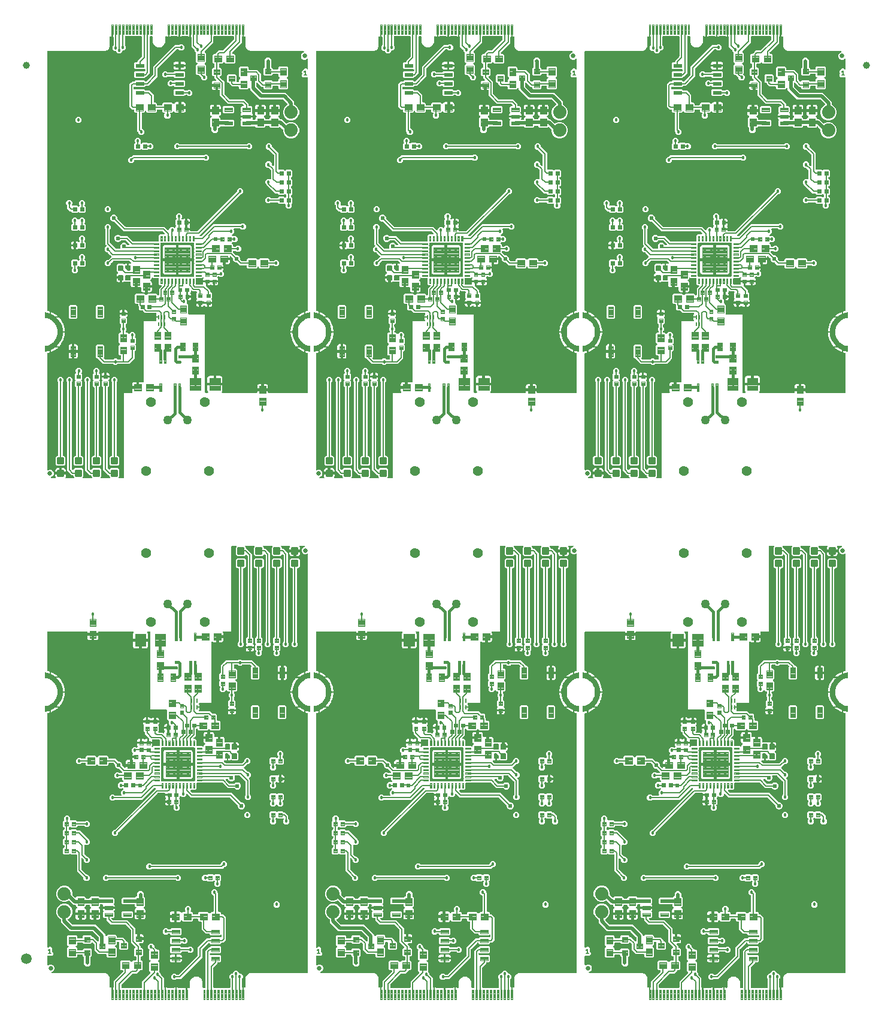
<source format=gtl>
G04 EAGLE Gerber RS-274X export*
G75*
%MOMM*%
%FSLAX34Y34*%
%LPD*%
%INTop Copper*%
%IPPOS*%
%AMOC8*
5,1,8,0,0,1.08239X$1,22.5*%
G01*
%ADD10C,0.203200*%
%ADD11C,0.100000*%
%ADD12C,0.635000*%
%ADD13C,1.879600*%
%ADD14C,0.101500*%
%ADD15C,0.609600*%
%ADD16C,0.104000*%
%ADD17C,0.102000*%
%ADD18C,0.102869*%
%ADD19C,0.140000*%
%ADD20C,0.099000*%
%ADD21C,0.300000*%
%ADD22C,0.102453*%
%ADD23C,0.108000*%
%ADD24C,0.099059*%
%ADD25C,1.425000*%
%ADD26C,1.275000*%
%ADD27C,0.102500*%
%ADD28C,0.096000*%
%ADD29C,1.000000*%
%ADD30C,1.500000*%
%ADD31C,0.457200*%
%ADD32C,0.508000*%
%ADD33C,0.152400*%
%ADD34C,0.177800*%
%ADD35C,0.406400*%

G36*
X475002Y11743D02*
X475002Y11743D01*
X475060Y11742D01*
X475142Y11763D01*
X475226Y11775D01*
X475279Y11799D01*
X475336Y11814D01*
X475408Y11857D01*
X475485Y11891D01*
X475530Y11929D01*
X475580Y11959D01*
X475638Y12020D01*
X475702Y12075D01*
X475734Y12123D01*
X475774Y12166D01*
X475813Y12241D01*
X475860Y12311D01*
X475877Y12367D01*
X475904Y12419D01*
X475915Y12487D01*
X475945Y12582D01*
X475948Y12682D01*
X475959Y12750D01*
X475959Y22548D01*
X475996Y22547D01*
X476078Y22569D01*
X476162Y22581D01*
X476215Y22604D01*
X476271Y22619D01*
X476344Y22662D01*
X476421Y22697D01*
X476466Y22735D01*
X476516Y22764D01*
X476574Y22826D01*
X476638Y22880D01*
X476670Y22929D01*
X476710Y22972D01*
X476749Y23047D01*
X476796Y23117D01*
X476813Y23173D01*
X476840Y23225D01*
X476851Y23293D01*
X476881Y23388D01*
X476884Y23488D01*
X476895Y23556D01*
X476895Y31474D01*
X490200Y44779D01*
X490253Y44849D01*
X490313Y44913D01*
X490338Y44963D01*
X490371Y45007D01*
X490402Y45088D01*
X490442Y45166D01*
X490450Y45214D01*
X490472Y45272D01*
X490485Y45420D01*
X490498Y45497D01*
X490498Y45909D01*
X490489Y45967D01*
X490491Y46026D01*
X490470Y46107D01*
X490458Y46191D01*
X490434Y46244D01*
X490419Y46301D01*
X490376Y46373D01*
X490342Y46450D01*
X490304Y46495D01*
X490274Y46545D01*
X490212Y46603D01*
X490158Y46667D01*
X490109Y46700D01*
X490067Y46740D01*
X489991Y46778D01*
X489921Y46825D01*
X489865Y46843D01*
X489813Y46869D01*
X489745Y46881D01*
X489650Y46911D01*
X489550Y46913D01*
X489482Y46925D01*
X487497Y46925D01*
X486014Y48408D01*
X486014Y59507D01*
X487497Y60990D01*
X499595Y60990D01*
X501328Y59257D01*
X501375Y59222D01*
X501415Y59180D01*
X501488Y59137D01*
X501556Y59086D01*
X501610Y59065D01*
X501661Y59036D01*
X501742Y59015D01*
X501821Y58985D01*
X501880Y58980D01*
X501936Y58966D01*
X502021Y58968D01*
X502105Y58961D01*
X502162Y58973D01*
X502220Y58975D01*
X502301Y59001D01*
X502383Y59017D01*
X502435Y59044D01*
X502491Y59062D01*
X502547Y59102D01*
X502636Y59148D01*
X502708Y59217D01*
X502764Y59257D01*
X504497Y60990D01*
X508033Y60990D01*
X508091Y60998D01*
X508150Y60997D01*
X508231Y61018D01*
X508315Y61030D01*
X508368Y61054D01*
X508425Y61069D01*
X508497Y61112D01*
X508574Y61146D01*
X508619Y61184D01*
X508669Y61214D01*
X508727Y61275D01*
X508791Y61330D01*
X508824Y61379D01*
X508864Y61421D01*
X508902Y61496D01*
X508949Y61567D01*
X508966Y61622D01*
X508993Y61674D01*
X509004Y61742D01*
X509035Y61838D01*
X509037Y61937D01*
X509048Y62005D01*
X509048Y65423D01*
X509040Y65481D01*
X509042Y65539D01*
X509020Y65621D01*
X509009Y65704D01*
X508985Y65758D01*
X508970Y65814D01*
X508927Y65887D01*
X508892Y65964D01*
X508855Y66009D01*
X508825Y66059D01*
X508763Y66117D01*
X508709Y66181D01*
X508660Y66213D01*
X508617Y66253D01*
X508542Y66292D01*
X508472Y66338D01*
X508416Y66356D01*
X508364Y66383D01*
X508296Y66394D01*
X508201Y66424D01*
X508101Y66427D01*
X508033Y66438D01*
X507060Y66438D01*
X505564Y67934D01*
X505564Y77008D01*
X507108Y78552D01*
X507116Y78555D01*
X507145Y78561D01*
X507245Y78613D01*
X507349Y78660D01*
X507371Y78679D01*
X507397Y78692D01*
X507479Y78770D01*
X507566Y78843D01*
X507582Y78868D01*
X507603Y78888D01*
X507660Y78986D01*
X507723Y79080D01*
X507732Y79108D01*
X507747Y79133D01*
X507775Y79243D01*
X507809Y79351D01*
X507810Y79380D01*
X507817Y79409D01*
X507813Y79522D01*
X507816Y79635D01*
X507809Y79664D01*
X507808Y79693D01*
X507773Y79801D01*
X507744Y79910D01*
X507730Y79936D01*
X507720Y79963D01*
X507675Y80027D01*
X507599Y80155D01*
X507554Y80198D01*
X507526Y80237D01*
X503479Y84284D01*
X503478Y84284D01*
X501395Y86367D01*
X501395Y103396D01*
X501383Y103483D01*
X501380Y103570D01*
X501363Y103623D01*
X501355Y103678D01*
X501320Y103758D01*
X501293Y103841D01*
X501265Y103880D01*
X501239Y103937D01*
X501143Y104051D01*
X501098Y104114D01*
X493827Y111386D01*
X493757Y111438D01*
X493693Y111498D01*
X493643Y111523D01*
X493599Y111557D01*
X493518Y111588D01*
X493440Y111628D01*
X493392Y111636D01*
X493334Y111658D01*
X493186Y111670D01*
X493109Y111683D01*
X472955Y111683D01*
X466944Y117694D01*
X466944Y120002D01*
X466936Y120060D01*
X466938Y120118D01*
X466916Y120200D01*
X466904Y120284D01*
X466881Y120337D01*
X466866Y120393D01*
X466823Y120466D01*
X466788Y120543D01*
X466750Y120588D01*
X466721Y120638D01*
X466659Y120696D01*
X466605Y120760D01*
X466556Y120792D01*
X466513Y120832D01*
X466438Y120871D01*
X466368Y120918D01*
X466312Y120935D01*
X466260Y120962D01*
X466192Y120973D01*
X466097Y121003D01*
X465997Y121006D01*
X465929Y121017D01*
X463441Y121017D01*
X461960Y122498D01*
X461960Y129102D01*
X462331Y129473D01*
X462366Y129520D01*
X462409Y129560D01*
X462451Y129633D01*
X462502Y129700D01*
X462523Y129755D01*
X462552Y129805D01*
X462573Y129887D01*
X462603Y129966D01*
X462608Y130024D01*
X462623Y130081D01*
X462620Y130165D01*
X462627Y130249D01*
X462615Y130306D01*
X462613Y130365D01*
X462588Y130445D01*
X462571Y130528D01*
X462544Y130580D01*
X462526Y130635D01*
X462486Y130692D01*
X462440Y130780D01*
X462371Y130852D01*
X462331Y130909D01*
X462059Y131181D01*
X461659Y131873D01*
X461452Y132645D01*
X461452Y133926D01*
X469634Y133926D01*
X469692Y133934D01*
X469750Y133932D01*
X469832Y133954D01*
X469915Y133966D01*
X469969Y133989D01*
X469993Y133996D01*
X470021Y133981D01*
X470089Y133970D01*
X470184Y133940D01*
X470284Y133937D01*
X470352Y133926D01*
X478534Y133926D01*
X478534Y132645D01*
X478327Y131873D01*
X477927Y131181D01*
X477655Y130909D01*
X477620Y130862D01*
X477577Y130822D01*
X477535Y130749D01*
X477484Y130682D01*
X477463Y130627D01*
X477434Y130576D01*
X477413Y130495D01*
X477383Y130416D01*
X477378Y130357D01*
X477363Y130301D01*
X477366Y130217D01*
X477359Y130133D01*
X477371Y130075D01*
X477373Y130017D01*
X477398Y129937D01*
X477415Y129854D01*
X477442Y129802D01*
X477460Y129746D01*
X477500Y129690D01*
X477546Y129602D01*
X477615Y129529D01*
X477655Y129473D01*
X478026Y129102D01*
X478026Y122498D01*
X476545Y121017D01*
X474695Y121017D01*
X474666Y121013D01*
X474637Y121016D01*
X474526Y120993D01*
X474414Y120977D01*
X474387Y120965D01*
X474358Y120960D01*
X474257Y120907D01*
X474154Y120861D01*
X474132Y120842D01*
X474106Y120829D01*
X474024Y120751D01*
X473937Y120678D01*
X473921Y120653D01*
X473900Y120633D01*
X473843Y120535D01*
X473780Y120441D01*
X473771Y120413D01*
X473756Y120388D01*
X473728Y120278D01*
X473694Y120170D01*
X473693Y120140D01*
X473686Y120112D01*
X473689Y119999D01*
X473687Y119886D01*
X473694Y119857D01*
X473695Y119828D01*
X473730Y119720D01*
X473758Y119611D01*
X473773Y119585D01*
X473782Y119557D01*
X473828Y119493D01*
X473904Y119366D01*
X473949Y119323D01*
X473977Y119284D01*
X475183Y118078D01*
X475253Y118025D01*
X475317Y117965D01*
X475367Y117940D01*
X475411Y117907D01*
X475492Y117876D01*
X475570Y117836D01*
X475618Y117828D01*
X475676Y117806D01*
X475824Y117794D01*
X475901Y117781D01*
X496055Y117781D01*
X507493Y106343D01*
X507493Y99027D01*
X507500Y98972D01*
X507499Y98930D01*
X507500Y98928D01*
X507499Y98911D01*
X507521Y98829D01*
X507533Y98745D01*
X507556Y98692D01*
X507571Y98636D01*
X507614Y98563D01*
X507649Y98486D01*
X507687Y98441D01*
X507716Y98391D01*
X507778Y98333D01*
X507832Y98269D01*
X507881Y98237D01*
X507924Y98197D01*
X507999Y98158D01*
X508069Y98111D01*
X508125Y98094D01*
X508177Y98067D01*
X508245Y98056D01*
X508340Y98026D01*
X508440Y98023D01*
X508508Y98012D01*
X510098Y98012D01*
X510098Y92455D01*
X510106Y92397D01*
X510105Y92339D01*
X510126Y92257D01*
X510138Y92174D01*
X510162Y92120D01*
X510176Y92064D01*
X510219Y91991D01*
X510254Y91914D01*
X510292Y91870D01*
X510322Y91819D01*
X510383Y91762D01*
X510438Y91697D01*
X510486Y91665D01*
X510529Y91625D01*
X510604Y91586D01*
X510674Y91540D01*
X510730Y91522D01*
X510782Y91495D01*
X510850Y91484D01*
X510945Y91454D01*
X511045Y91451D01*
X511113Y91440D01*
X512066Y91440D01*
X512066Y90487D01*
X512074Y90429D01*
X512073Y90371D01*
X512094Y90289D01*
X512106Y90205D01*
X512130Y90152D01*
X512145Y90096D01*
X512188Y90023D01*
X512222Y89946D01*
X512260Y89901D01*
X512290Y89851D01*
X512351Y89793D01*
X512406Y89729D01*
X512455Y89697D01*
X512497Y89657D01*
X512572Y89618D01*
X512643Y89571D01*
X512698Y89554D01*
X512750Y89527D01*
X512818Y89516D01*
X512914Y89486D01*
X513013Y89483D01*
X513081Y89472D01*
X519138Y89472D01*
X519138Y87588D01*
X518929Y86810D01*
X518526Y86112D01*
X517957Y85542D01*
X517259Y85139D01*
X516480Y84930D01*
X513906Y84930D01*
X513877Y84926D01*
X513848Y84929D01*
X513737Y84906D01*
X513625Y84890D01*
X513598Y84878D01*
X513569Y84873D01*
X513469Y84820D01*
X513365Y84774D01*
X513343Y84755D01*
X513317Y84742D01*
X513235Y84664D01*
X513148Y84590D01*
X513132Y84566D01*
X513111Y84546D01*
X513054Y84448D01*
X512991Y84354D01*
X512982Y84326D01*
X512967Y84301D01*
X512939Y84191D01*
X512905Y84083D01*
X512904Y84053D01*
X512897Y84025D01*
X512901Y83912D01*
X512898Y83799D01*
X512905Y83770D01*
X512906Y83741D01*
X512941Y83633D01*
X512970Y83524D01*
X512985Y83498D01*
X512994Y83470D01*
X513039Y83407D01*
X513115Y83279D01*
X513160Y83236D01*
X513188Y83197D01*
X515146Y81240D01*
X515146Y79519D01*
X515154Y79461D01*
X515153Y79403D01*
X515174Y79321D01*
X515186Y79237D01*
X515210Y79184D01*
X515224Y79128D01*
X515268Y79055D01*
X515302Y78978D01*
X515340Y78933D01*
X515370Y78883D01*
X515431Y78825D01*
X515486Y78761D01*
X515534Y78729D01*
X515577Y78689D01*
X515652Y78650D01*
X515722Y78603D01*
X515778Y78586D01*
X515830Y78559D01*
X515898Y78548D01*
X515993Y78518D01*
X516093Y78515D01*
X516161Y78504D01*
X517135Y78504D01*
X518630Y77008D01*
X518630Y67934D01*
X517135Y66438D01*
X516161Y66438D01*
X516103Y66430D01*
X516045Y66432D01*
X515963Y66410D01*
X515880Y66398D01*
X515826Y66374D01*
X515770Y66360D01*
X515697Y66317D01*
X515620Y66282D01*
X515576Y66244D01*
X515525Y66214D01*
X515468Y66153D01*
X515403Y66098D01*
X515371Y66050D01*
X515331Y66007D01*
X515292Y65932D01*
X515246Y65862D01*
X515228Y65806D01*
X515201Y65754D01*
X515190Y65686D01*
X515160Y65591D01*
X515157Y65491D01*
X515146Y65423D01*
X515146Y62005D01*
X515154Y61948D01*
X515153Y61889D01*
X515174Y61807D01*
X515186Y61724D01*
X515210Y61671D01*
X515224Y61614D01*
X515268Y61542D01*
X515302Y61464D01*
X515340Y61420D01*
X515370Y61370D01*
X515431Y61312D01*
X515486Y61247D01*
X515534Y61215D01*
X515577Y61175D01*
X515652Y61137D01*
X515722Y61090D01*
X515778Y61072D01*
X515830Y61046D01*
X515898Y61034D01*
X515993Y61004D01*
X516093Y61002D01*
X516161Y60990D01*
X516596Y60990D01*
X518079Y59507D01*
X518079Y48408D01*
X516596Y46925D01*
X514610Y46925D01*
X514552Y46916D01*
X514494Y46918D01*
X514412Y46897D01*
X514329Y46885D01*
X514275Y46861D01*
X514219Y46846D01*
X514147Y46803D01*
X514069Y46769D01*
X514025Y46731D01*
X513975Y46701D01*
X513917Y46639D01*
X513852Y46585D01*
X513820Y46536D01*
X513780Y46494D01*
X513742Y46419D01*
X513695Y46348D01*
X513677Y46292D01*
X513651Y46240D01*
X513639Y46172D01*
X513609Y46077D01*
X513608Y46020D01*
X509804Y42216D01*
X503773Y42216D01*
X503686Y42204D01*
X503598Y42201D01*
X503546Y42184D01*
X503491Y42177D01*
X503411Y42141D01*
X503328Y42114D01*
X503289Y42086D01*
X503232Y42060D01*
X503118Y41964D01*
X503055Y41919D01*
X488290Y27155D01*
X488238Y27085D01*
X488178Y27021D01*
X488152Y26971D01*
X488119Y26927D01*
X488088Y26846D01*
X488048Y26768D01*
X488040Y26720D01*
X488018Y26662D01*
X488006Y26514D01*
X487993Y26437D01*
X487993Y23048D01*
X488001Y22990D01*
X487999Y22932D01*
X488021Y22850D01*
X488033Y22766D01*
X488056Y22713D01*
X488071Y22657D01*
X488114Y22584D01*
X488149Y22507D01*
X488187Y22462D01*
X488216Y22412D01*
X488278Y22354D01*
X488332Y22290D01*
X488381Y22258D01*
X488424Y22218D01*
X488499Y22179D01*
X488569Y22132D01*
X488625Y22115D01*
X488677Y22088D01*
X488745Y22077D01*
X488840Y22047D01*
X488940Y22044D01*
X489008Y22033D01*
X515880Y22033D01*
X515938Y22041D01*
X515996Y22039D01*
X516078Y22061D01*
X516162Y22073D01*
X516215Y22096D01*
X516271Y22111D01*
X516344Y22154D01*
X516421Y22189D01*
X516466Y22227D01*
X516516Y22256D01*
X516574Y22318D01*
X516638Y22372D01*
X516670Y22421D01*
X516710Y22464D01*
X516749Y22539D01*
X516796Y22609D01*
X516813Y22665D01*
X516840Y22717D01*
X516851Y22785D01*
X516881Y22880D01*
X516884Y22980D01*
X516895Y23048D01*
X516895Y30936D01*
X528854Y42895D01*
X528889Y42941D01*
X528932Y42982D01*
X528974Y43055D01*
X529025Y43122D01*
X529046Y43177D01*
X529075Y43227D01*
X529096Y43309D01*
X529126Y43388D01*
X529131Y43446D01*
X529145Y43503D01*
X529143Y43587D01*
X529150Y43671D01*
X529138Y43728D01*
X529136Y43787D01*
X529110Y43867D01*
X529094Y43950D01*
X529067Y44002D01*
X529049Y44057D01*
X529009Y44113D01*
X528963Y44202D01*
X528894Y44274D01*
X528854Y44331D01*
X527332Y45852D01*
X527332Y57950D01*
X529065Y59683D01*
X529101Y59730D01*
X529143Y59770D01*
X529186Y59843D01*
X529236Y59910D01*
X529257Y59965D01*
X529287Y60016D01*
X529307Y60097D01*
X529338Y60176D01*
X529342Y60235D01*
X529357Y60291D01*
X529354Y60375D01*
X529361Y60459D01*
X529350Y60517D01*
X529348Y60575D01*
X529322Y60655D01*
X529305Y60738D01*
X529278Y60790D01*
X529260Y60846D01*
X529220Y60902D01*
X529174Y60991D01*
X529105Y61063D01*
X529065Y61119D01*
X527332Y62852D01*
X527332Y74950D01*
X527448Y75066D01*
X527483Y75113D01*
X527526Y75153D01*
X527568Y75225D01*
X527619Y75293D01*
X527640Y75348D01*
X527669Y75398D01*
X527690Y75480D01*
X527720Y75559D01*
X527725Y75617D01*
X527739Y75674D01*
X527737Y75758D01*
X527744Y75842D01*
X527732Y75899D01*
X527730Y75958D01*
X527704Y76038D01*
X527688Y76121D01*
X527661Y76173D01*
X527643Y76228D01*
X527603Y76284D01*
X527557Y76373D01*
X527488Y76445D01*
X527448Y76502D01*
X525652Y78297D01*
X525652Y81875D01*
X528182Y84405D01*
X531760Y84405D01*
X534290Y81875D01*
X534290Y80500D01*
X534302Y80413D01*
X534305Y80326D01*
X534322Y80273D01*
X534330Y80218D01*
X534365Y80138D01*
X534392Y80055D01*
X534420Y80016D01*
X534446Y79959D01*
X534542Y79845D01*
X534587Y79782D01*
X537637Y76731D01*
X537707Y76679D01*
X537771Y76619D01*
X537821Y76594D01*
X537865Y76560D01*
X537946Y76529D01*
X538024Y76489D01*
X538072Y76481D01*
X538130Y76459D01*
X538278Y76447D01*
X538355Y76434D01*
X539914Y76434D01*
X541398Y74950D01*
X541398Y62852D01*
X539665Y61119D01*
X539630Y61072D01*
X539587Y61032D01*
X539545Y60959D01*
X539494Y60892D01*
X539473Y60837D01*
X539444Y60787D01*
X539423Y60705D01*
X539393Y60626D01*
X539388Y60568D01*
X539374Y60511D01*
X539376Y60427D01*
X539369Y60343D01*
X539381Y60286D01*
X539383Y60227D01*
X539409Y60147D01*
X539425Y60064D01*
X539452Y60012D01*
X539470Y59957D01*
X539510Y59900D01*
X539556Y59812D01*
X539625Y59740D01*
X539665Y59683D01*
X541398Y57950D01*
X541398Y45537D01*
X541397Y45535D01*
X541398Y45519D01*
X541398Y45432D01*
X541398Y45430D01*
X541393Y45369D01*
X541405Y45311D01*
X541406Y45251D01*
X541432Y45172D01*
X541448Y45090D01*
X541476Y45037D01*
X541494Y44981D01*
X541534Y44925D01*
X541579Y44838D01*
X541648Y44764D01*
X541689Y44707D01*
X543459Y42937D01*
X543459Y41561D01*
X543471Y41475D01*
X543474Y41387D01*
X543491Y41335D01*
X543499Y41280D01*
X543535Y41200D01*
X543562Y41117D01*
X543590Y41078D01*
X543615Y41020D01*
X543711Y40907D01*
X543757Y40843D01*
X547993Y36607D01*
X547993Y23556D01*
X548001Y23498D01*
X547999Y23440D01*
X548021Y23358D01*
X548033Y23274D01*
X548056Y23221D01*
X548071Y23165D01*
X548114Y23092D01*
X548149Y23015D01*
X548187Y22970D01*
X548216Y22920D01*
X548278Y22862D01*
X548332Y22798D01*
X548381Y22766D01*
X548424Y22726D01*
X548499Y22687D01*
X548569Y22640D01*
X548625Y22623D01*
X548677Y22596D01*
X548745Y22585D01*
X548840Y22555D01*
X548929Y22552D01*
X548929Y12750D01*
X548937Y12692D01*
X548935Y12634D01*
X548957Y12552D01*
X548968Y12469D01*
X548992Y12415D01*
X549007Y12359D01*
X549050Y12286D01*
X549085Y12209D01*
X549122Y12165D01*
X549152Y12115D01*
X549214Y12057D01*
X549268Y11992D01*
X549317Y11960D01*
X549360Y11920D01*
X549435Y11882D01*
X549505Y11835D01*
X549561Y11817D01*
X549613Y11791D01*
X549681Y11779D01*
X549776Y11749D01*
X549876Y11746D01*
X549944Y11735D01*
X550002Y11743D01*
X550060Y11742D01*
X550142Y11763D01*
X550226Y11775D01*
X550279Y11799D01*
X550336Y11814D01*
X550408Y11857D01*
X550485Y11891D01*
X550530Y11929D01*
X550580Y11959D01*
X550638Y12020D01*
X550702Y12075D01*
X550734Y12123D01*
X550774Y12166D01*
X550813Y12241D01*
X550860Y12311D01*
X550877Y12367D01*
X550904Y12419D01*
X550915Y12487D01*
X550945Y12582D01*
X550948Y12682D01*
X550959Y12750D01*
X550959Y22541D01*
X551588Y22541D01*
X552363Y22333D01*
X552648Y22169D01*
X552738Y22132D01*
X552824Y22088D01*
X552864Y22082D01*
X552911Y22062D01*
X553082Y22045D01*
X553155Y22033D01*
X561733Y22033D01*
X561829Y22046D01*
X561926Y22051D01*
X561964Y22065D01*
X562014Y22073D01*
X562171Y22143D01*
X562240Y22169D01*
X562525Y22333D01*
X563300Y22541D01*
X563929Y22541D01*
X563929Y12750D01*
X563937Y12692D01*
X563935Y12634D01*
X563957Y12552D01*
X563968Y12469D01*
X563992Y12415D01*
X564007Y12359D01*
X564050Y12286D01*
X564085Y12209D01*
X564122Y12165D01*
X564152Y12115D01*
X564214Y12057D01*
X564268Y11992D01*
X564317Y11960D01*
X564360Y11920D01*
X564435Y11882D01*
X564505Y11835D01*
X564561Y11817D01*
X564613Y11791D01*
X564681Y11779D01*
X564776Y11749D01*
X564876Y11746D01*
X564944Y11735D01*
X565002Y11743D01*
X565060Y11742D01*
X565142Y11763D01*
X565226Y11775D01*
X565279Y11799D01*
X565336Y11814D01*
X565408Y11857D01*
X565485Y11891D01*
X565530Y11929D01*
X565580Y11959D01*
X565638Y12020D01*
X565702Y12075D01*
X565734Y12123D01*
X565774Y12166D01*
X565813Y12241D01*
X565860Y12311D01*
X565877Y12367D01*
X565904Y12419D01*
X565915Y12487D01*
X565945Y12582D01*
X565948Y12682D01*
X565959Y12750D01*
X565959Y22541D01*
X566588Y22541D01*
X567363Y22333D01*
X567648Y22169D01*
X567738Y22132D01*
X567824Y22088D01*
X567864Y22082D01*
X567911Y22062D01*
X568082Y22045D01*
X568155Y22033D01*
X576733Y22033D01*
X576829Y22046D01*
X576926Y22051D01*
X576964Y22065D01*
X577014Y22073D01*
X577171Y22143D01*
X577240Y22169D01*
X577525Y22333D01*
X578300Y22541D01*
X578929Y22541D01*
X578929Y12750D01*
X578937Y12692D01*
X578935Y12634D01*
X578957Y12552D01*
X578968Y12469D01*
X578992Y12415D01*
X579007Y12359D01*
X579050Y12286D01*
X579085Y12209D01*
X579122Y12165D01*
X579152Y12115D01*
X579214Y12057D01*
X579268Y11992D01*
X579317Y11960D01*
X579360Y11920D01*
X579435Y11882D01*
X579505Y11835D01*
X579561Y11817D01*
X579613Y11791D01*
X579681Y11779D01*
X579776Y11749D01*
X579876Y11746D01*
X579944Y11735D01*
X580002Y11743D01*
X580060Y11742D01*
X580142Y11763D01*
X580226Y11775D01*
X580279Y11799D01*
X580336Y11814D01*
X580408Y11857D01*
X580485Y11891D01*
X580530Y11929D01*
X580580Y11959D01*
X580638Y12020D01*
X580702Y12075D01*
X580734Y12123D01*
X580774Y12166D01*
X580813Y12241D01*
X580860Y12311D01*
X580877Y12367D01*
X580904Y12419D01*
X580915Y12487D01*
X580945Y12582D01*
X580948Y12682D01*
X580959Y12750D01*
X580959Y22541D01*
X581588Y22541D01*
X582363Y22333D01*
X583122Y21895D01*
X583159Y21880D01*
X583191Y21858D01*
X583290Y21827D01*
X583386Y21788D01*
X583425Y21784D01*
X583462Y21773D01*
X583566Y21770D01*
X583669Y21759D01*
X583707Y21766D01*
X583746Y21765D01*
X583847Y21791D01*
X583949Y21810D01*
X583984Y21827D01*
X584021Y21837D01*
X584110Y21890D01*
X584203Y21936D01*
X584232Y21962D01*
X584266Y21982D01*
X584337Y22058D01*
X584413Y22128D01*
X584434Y22161D01*
X584460Y22190D01*
X584508Y22282D01*
X584562Y22370D01*
X584572Y22408D01*
X584590Y22443D01*
X584603Y22519D01*
X584637Y22644D01*
X584636Y22719D01*
X584645Y22774D01*
X584645Y28996D01*
X584645Y28997D01*
X584643Y31423D01*
X587067Y35627D01*
X591268Y38054D01*
X596120Y38054D01*
X600321Y35627D01*
X602745Y31423D01*
X602743Y28997D01*
X602743Y28996D01*
X602743Y23048D01*
X602751Y22990D01*
X602749Y22932D01*
X602771Y22850D01*
X602783Y22766D01*
X602806Y22713D01*
X602821Y22657D01*
X602864Y22584D01*
X602899Y22507D01*
X602937Y22462D01*
X602966Y22412D01*
X603028Y22354D01*
X603082Y22290D01*
X603131Y22258D01*
X603174Y22218D01*
X603249Y22179D01*
X603319Y22132D01*
X603375Y22115D01*
X603427Y22088D01*
X603495Y22077D01*
X603590Y22047D01*
X603690Y22044D01*
X603758Y22033D01*
X605880Y22033D01*
X605938Y22041D01*
X605996Y22039D01*
X606078Y22061D01*
X606162Y22073D01*
X606215Y22096D01*
X606271Y22111D01*
X606344Y22154D01*
X606421Y22189D01*
X606466Y22227D01*
X606516Y22256D01*
X606574Y22318D01*
X606638Y22372D01*
X606670Y22421D01*
X606710Y22464D01*
X606749Y22539D01*
X606796Y22609D01*
X606813Y22665D01*
X606840Y22717D01*
X606851Y22785D01*
X606881Y22880D01*
X606884Y22980D01*
X606895Y23048D01*
X606895Y74581D01*
X611713Y79399D01*
X611896Y79399D01*
X611983Y79411D01*
X612070Y79414D01*
X612123Y79431D01*
X612178Y79439D01*
X612258Y79474D01*
X612341Y79501D01*
X612380Y79529D01*
X612437Y79555D01*
X612550Y79651D01*
X612614Y79696D01*
X614301Y81383D01*
X627387Y81383D01*
X628877Y79893D01*
X628877Y72807D01*
X627387Y71317D01*
X614008Y71317D01*
X613950Y71309D01*
X613892Y71311D01*
X613810Y71289D01*
X613726Y71277D01*
X613673Y71254D01*
X613617Y71239D01*
X613544Y71196D01*
X613467Y71161D01*
X613422Y71123D01*
X613372Y71094D01*
X613314Y71032D01*
X613250Y70978D01*
X613218Y70929D01*
X613178Y70886D01*
X613139Y70811D01*
X613092Y70741D01*
X613075Y70685D01*
X613048Y70633D01*
X613037Y70565D01*
X613007Y70470D01*
X613004Y70370D01*
X612993Y70302D01*
X612993Y69698D01*
X613001Y69640D01*
X612999Y69582D01*
X613021Y69500D01*
X613033Y69416D01*
X613056Y69363D01*
X613071Y69307D01*
X613114Y69234D01*
X613149Y69157D01*
X613187Y69112D01*
X613216Y69062D01*
X613278Y69004D01*
X613332Y68940D01*
X613381Y68908D01*
X613424Y68868D01*
X613499Y68829D01*
X613569Y68782D01*
X613625Y68765D01*
X613677Y68738D01*
X613745Y68727D01*
X613840Y68697D01*
X613940Y68694D01*
X614008Y68683D01*
X627387Y68683D01*
X628877Y67193D01*
X628877Y60107D01*
X627387Y58617D01*
X624908Y58617D01*
X624850Y58609D01*
X624792Y58611D01*
X624710Y58589D01*
X624626Y58577D01*
X624573Y58554D01*
X624517Y58539D01*
X624444Y58496D01*
X624367Y58461D01*
X624322Y58423D01*
X624272Y58394D01*
X624214Y58332D01*
X624150Y58278D01*
X624118Y58229D01*
X624078Y58186D01*
X624039Y58111D01*
X623992Y58041D01*
X623975Y57985D01*
X623948Y57933D01*
X623937Y57865D01*
X623907Y57770D01*
X623904Y57670D01*
X623893Y57602D01*
X623893Y56694D01*
X621810Y54611D01*
X621809Y54610D01*
X618290Y51091D01*
X618238Y51021D01*
X618178Y50957D01*
X618152Y50908D01*
X618119Y50864D01*
X618088Y50782D01*
X618048Y50704D01*
X618040Y50657D01*
X618018Y50598D01*
X618009Y50489D01*
X618007Y50482D01*
X618006Y50454D01*
X618006Y50451D01*
X617993Y50373D01*
X617993Y23048D01*
X618001Y22990D01*
X617999Y22932D01*
X618021Y22850D01*
X618033Y22766D01*
X618056Y22713D01*
X618071Y22657D01*
X618114Y22584D01*
X618149Y22507D01*
X618187Y22462D01*
X618216Y22412D01*
X618278Y22354D01*
X618332Y22290D01*
X618381Y22258D01*
X618424Y22218D01*
X618499Y22179D01*
X618569Y22132D01*
X618625Y22115D01*
X618677Y22088D01*
X618745Y22077D01*
X618840Y22047D01*
X618940Y22044D01*
X619008Y22033D01*
X640880Y22033D01*
X640938Y22041D01*
X640996Y22039D01*
X641078Y22061D01*
X641162Y22073D01*
X641215Y22096D01*
X641271Y22111D01*
X641344Y22154D01*
X641421Y22189D01*
X641466Y22227D01*
X641516Y22256D01*
X641574Y22318D01*
X641638Y22372D01*
X641670Y22421D01*
X641710Y22464D01*
X641749Y22539D01*
X641796Y22609D01*
X641813Y22665D01*
X641840Y22717D01*
X641851Y22785D01*
X641881Y22880D01*
X641884Y22980D01*
X641895Y23048D01*
X641895Y34583D01*
X641883Y34669D01*
X641880Y34757D01*
X641863Y34809D01*
X641855Y34864D01*
X641820Y34944D01*
X641793Y35027D01*
X641765Y35066D01*
X641739Y35123D01*
X641643Y35237D01*
X641598Y35300D01*
X640587Y36311D01*
X640587Y39889D01*
X643117Y42419D01*
X644728Y42419D01*
X644786Y42427D01*
X644845Y42425D01*
X644926Y42447D01*
X645010Y42459D01*
X645063Y42482D01*
X645120Y42497D01*
X645192Y42540D01*
X645269Y42575D01*
X645314Y42613D01*
X645364Y42642D01*
X645422Y42704D01*
X645486Y42758D01*
X645519Y42807D01*
X645559Y42850D01*
X645597Y42925D01*
X645644Y42995D01*
X645661Y43051D01*
X645688Y43103D01*
X645699Y43171D01*
X645729Y43266D01*
X645732Y43366D01*
X645743Y43434D01*
X645743Y43953D01*
X648273Y46483D01*
X651851Y46483D01*
X654381Y43953D01*
X654381Y43561D01*
X654389Y43503D01*
X654388Y43445D01*
X654409Y43363D01*
X654421Y43279D01*
X654445Y43226D01*
X654459Y43170D01*
X654502Y43097D01*
X654537Y43020D01*
X654575Y42975D01*
X654605Y42925D01*
X654666Y42867D01*
X654721Y42803D01*
X654769Y42771D01*
X654812Y42731D01*
X654887Y42692D01*
X654957Y42645D01*
X655013Y42628D01*
X655065Y42601D01*
X655133Y42590D01*
X655228Y42560D01*
X655328Y42557D01*
X655396Y42546D01*
X657058Y42546D01*
X659588Y40016D01*
X659588Y36438D01*
X658290Y35140D01*
X658238Y35071D01*
X658178Y35007D01*
X658152Y34957D01*
X658119Y34913D01*
X658088Y34831D01*
X658048Y34753D01*
X658040Y34706D01*
X658018Y34647D01*
X658006Y34500D01*
X657993Y34422D01*
X657993Y23556D01*
X658001Y23498D01*
X657999Y23440D01*
X658021Y23358D01*
X658033Y23274D01*
X658056Y23221D01*
X658071Y23165D01*
X658114Y23092D01*
X658149Y23015D01*
X658187Y22970D01*
X658216Y22920D01*
X658278Y22862D01*
X658332Y22798D01*
X658381Y22766D01*
X658424Y22726D01*
X658499Y22687D01*
X658569Y22640D01*
X658625Y22623D01*
X658677Y22596D01*
X658745Y22585D01*
X658840Y22555D01*
X658929Y22552D01*
X658929Y12750D01*
X658937Y12692D01*
X658935Y12634D01*
X658957Y12552D01*
X658968Y12469D01*
X658992Y12415D01*
X659007Y12359D01*
X659050Y12286D01*
X659085Y12209D01*
X659122Y12165D01*
X659152Y12115D01*
X659214Y12057D01*
X659268Y11992D01*
X659317Y11960D01*
X659360Y11920D01*
X659435Y11882D01*
X659505Y11835D01*
X659561Y11817D01*
X659613Y11791D01*
X659681Y11779D01*
X659776Y11749D01*
X659876Y11746D01*
X659944Y11735D01*
X660002Y11743D01*
X660060Y11742D01*
X660142Y11763D01*
X660226Y11775D01*
X660279Y11799D01*
X660336Y11814D01*
X660408Y11857D01*
X660485Y11891D01*
X660530Y11929D01*
X660580Y11959D01*
X660638Y12020D01*
X660702Y12075D01*
X660734Y12123D01*
X660774Y12166D01*
X660813Y12241D01*
X660860Y12311D01*
X660877Y12367D01*
X660904Y12419D01*
X660915Y12487D01*
X660945Y12582D01*
X660948Y12682D01*
X660959Y12750D01*
X660959Y22541D01*
X661588Y22541D01*
X662367Y22332D01*
X662416Y22326D01*
X662462Y22311D01*
X662556Y22309D01*
X662649Y22297D01*
X662698Y22305D01*
X662746Y22304D01*
X662837Y22328D01*
X662930Y22343D01*
X662974Y22363D01*
X663021Y22376D01*
X663102Y22424D01*
X663187Y22464D01*
X663224Y22496D01*
X663266Y22521D01*
X663330Y22590D01*
X663401Y22652D01*
X663427Y22693D01*
X663460Y22728D01*
X663503Y22812D01*
X663554Y22891D01*
X663568Y22938D01*
X663590Y22981D01*
X663602Y23055D01*
X663634Y23164D01*
X663635Y23251D01*
X663645Y23313D01*
X663645Y34948D01*
X663643Y34962D01*
X663645Y34974D01*
X663592Y37045D01*
X665620Y40776D01*
X669243Y42993D01*
X669744Y43006D01*
X669817Y43018D01*
X669892Y43021D01*
X669957Y43042D01*
X669998Y43049D01*
X671392Y43049D01*
X671407Y43051D01*
X671418Y43049D01*
X672820Y43085D01*
X672867Y43069D01*
X672991Y43061D01*
X673067Y43049D01*
X750824Y43049D01*
X750882Y43057D01*
X750940Y43055D01*
X751022Y43077D01*
X751106Y43089D01*
X751159Y43112D01*
X751215Y43127D01*
X751288Y43170D01*
X751365Y43205D01*
X751410Y43243D01*
X751460Y43272D01*
X751518Y43334D01*
X751582Y43388D01*
X751614Y43437D01*
X751654Y43480D01*
X751693Y43555D01*
X751740Y43625D01*
X751757Y43681D01*
X751784Y43733D01*
X751795Y43801D01*
X751825Y43896D01*
X751828Y43996D01*
X751839Y44064D01*
X751839Y409330D01*
X751826Y409424D01*
X751822Y409518D01*
X751806Y409564D01*
X751799Y409612D01*
X751761Y409698D01*
X751730Y409788D01*
X751703Y409827D01*
X751683Y409871D01*
X751622Y409943D01*
X751568Y410021D01*
X751531Y410051D01*
X751500Y410088D01*
X751421Y410141D01*
X751347Y410200D01*
X751308Y410216D01*
X751263Y410246D01*
X751105Y410296D01*
X751035Y410323D01*
X749933Y410557D01*
X748459Y411035D01*
X748459Y413791D01*
X750867Y412984D01*
X750877Y412983D01*
X750902Y412975D01*
X754900Y412255D01*
X754939Y412259D01*
X754977Y412253D01*
X755007Y412266D01*
X755039Y412270D01*
X755069Y412294D01*
X755105Y412310D01*
X755123Y412337D01*
X755148Y412357D01*
X755161Y412394D01*
X755182Y412427D01*
X755191Y412482D01*
X755193Y412489D01*
X755192Y412493D01*
X755193Y412500D01*
X755193Y420000D01*
X755191Y420009D01*
X755191Y420011D01*
X755188Y420017D01*
X755174Y420065D01*
X755155Y420132D01*
X755154Y420133D01*
X755154Y420134D01*
X755102Y420180D01*
X755051Y420225D01*
X755050Y420226D01*
X755049Y420226D01*
X755046Y420227D01*
X754980Y420247D01*
X752082Y420670D01*
X749304Y421536D01*
X746696Y422826D01*
X744322Y424508D01*
X742240Y426540D01*
X740502Y428873D01*
X739150Y431450D01*
X738218Y434206D01*
X737728Y437074D01*
X737693Y440000D01*
X737728Y442926D01*
X738218Y445794D01*
X739150Y448550D01*
X740502Y451127D01*
X742240Y453460D01*
X744322Y455492D01*
X746696Y457174D01*
X749304Y458464D01*
X752082Y459330D01*
X754980Y459753D01*
X755041Y459781D01*
X755105Y459810D01*
X755106Y459811D01*
X755107Y459812D01*
X755144Y459869D01*
X755182Y459927D01*
X755182Y459928D01*
X755183Y459929D01*
X755183Y459932D01*
X755193Y460000D01*
X755193Y467500D01*
X755183Y467537D01*
X755182Y467575D01*
X755163Y467602D01*
X755154Y467634D01*
X755125Y467659D01*
X755104Y467691D01*
X755074Y467704D01*
X755049Y467726D01*
X755011Y467732D01*
X754976Y467747D01*
X754918Y467746D01*
X754911Y467747D01*
X754908Y467746D01*
X754902Y467746D01*
X750891Y467052D01*
X750882Y467048D01*
X750855Y467044D01*
X748459Y466254D01*
X748459Y469007D01*
X749936Y469476D01*
X750037Y469497D01*
X751028Y469700D01*
X751121Y469733D01*
X751215Y469758D01*
X751254Y469781D01*
X751296Y469796D01*
X751376Y469853D01*
X751460Y469903D01*
X751490Y469936D01*
X751527Y469962D01*
X751587Y470039D01*
X751654Y470111D01*
X751675Y470150D01*
X751702Y470186D01*
X751739Y470277D01*
X751784Y470364D01*
X751790Y470403D01*
X751809Y470449D01*
X751827Y470623D01*
X751839Y470695D01*
X751839Y634457D01*
X751823Y634570D01*
X751813Y634685D01*
X751803Y634711D01*
X751799Y634739D01*
X751752Y634844D01*
X751711Y634951D01*
X751695Y634973D01*
X751683Y634998D01*
X751609Y635086D01*
X751540Y635177D01*
X751517Y635194D01*
X751500Y635215D01*
X751404Y635279D01*
X751312Y635348D01*
X751286Y635357D01*
X751263Y635373D01*
X751153Y635407D01*
X751046Y635448D01*
X751018Y635450D01*
X750992Y635459D01*
X750877Y635461D01*
X750763Y635471D01*
X750738Y635465D01*
X750708Y635466D01*
X750451Y635399D01*
X750435Y635395D01*
X748980Y634792D01*
X746908Y634792D01*
X744994Y635585D01*
X743529Y637050D01*
X742736Y638964D01*
X742736Y641036D01*
X743529Y642950D01*
X744994Y644415D01*
X746402Y644998D01*
X746476Y645042D01*
X746554Y645077D01*
X746598Y645114D01*
X746647Y645143D01*
X746706Y645205D01*
X746771Y645261D01*
X746803Y645308D01*
X746842Y645349D01*
X746881Y645426D01*
X746929Y645497D01*
X746946Y645551D01*
X746972Y645602D01*
X746989Y645686D01*
X747015Y645768D01*
X747016Y645825D01*
X747027Y645881D01*
X747020Y645966D01*
X747022Y646052D01*
X747008Y646107D01*
X747003Y646164D01*
X746972Y646245D01*
X746950Y646327D01*
X746921Y646376D01*
X746901Y646429D01*
X746849Y646498D01*
X746805Y646572D01*
X746763Y646611D01*
X746729Y646656D01*
X746660Y646708D01*
X746598Y646766D01*
X746547Y646792D01*
X746501Y646826D01*
X746421Y646857D01*
X746344Y646896D01*
X746296Y646904D01*
X746235Y646927D01*
X746091Y646938D01*
X746013Y646951D01*
X740707Y646951D01*
X740668Y646946D01*
X740629Y646948D01*
X740528Y646926D01*
X740426Y646911D01*
X740390Y646896D01*
X740352Y646887D01*
X740261Y646837D01*
X740166Y646795D01*
X740136Y646770D01*
X740102Y646751D01*
X740028Y646678D01*
X739949Y646612D01*
X739927Y646579D01*
X739900Y646552D01*
X739849Y646461D01*
X739792Y646375D01*
X739780Y646338D01*
X739761Y646304D01*
X739737Y646203D01*
X739706Y646104D01*
X739705Y646065D01*
X739696Y646027D01*
X739701Y645923D01*
X739698Y645820D01*
X739708Y645782D01*
X739710Y645743D01*
X739738Y645670D01*
X739770Y645545D01*
X739808Y645481D01*
X739828Y645428D01*
X740310Y644594D01*
X740585Y643566D01*
X740585Y641565D01*
X734061Y641565D01*
X734003Y641557D01*
X733944Y641558D01*
X733863Y641537D01*
X733779Y641525D01*
X733726Y641501D01*
X733669Y641487D01*
X733597Y641444D01*
X733520Y641409D01*
X733475Y641371D01*
X733425Y641341D01*
X733367Y641280D01*
X733303Y641225D01*
X733270Y641177D01*
X733230Y641134D01*
X733192Y641059D01*
X733145Y640989D01*
X733127Y640933D01*
X733101Y640881D01*
X733089Y640813D01*
X733059Y640718D01*
X733057Y640618D01*
X733045Y640550D01*
X733045Y639533D01*
X733044Y639533D01*
X733044Y640550D01*
X733035Y640608D01*
X733037Y640666D01*
X733016Y640748D01*
X733004Y640831D01*
X732980Y640885D01*
X732965Y640941D01*
X732922Y641014D01*
X732887Y641091D01*
X732850Y641135D01*
X732820Y641186D01*
X732758Y641243D01*
X732704Y641308D01*
X732655Y641340D01*
X732612Y641380D01*
X732537Y641419D01*
X732467Y641465D01*
X732411Y641483D01*
X732359Y641510D01*
X732291Y641521D01*
X732196Y641551D01*
X732096Y641554D01*
X732028Y641565D01*
X725504Y641565D01*
X725504Y643566D01*
X725779Y644594D01*
X726261Y645428D01*
X726276Y645465D01*
X726297Y645497D01*
X726329Y645596D01*
X726367Y645692D01*
X726371Y645731D01*
X726383Y645768D01*
X726386Y645872D01*
X726396Y645975D01*
X726389Y646013D01*
X726390Y646052D01*
X726364Y646153D01*
X726346Y646255D01*
X726328Y646290D01*
X726319Y646327D01*
X726266Y646416D01*
X726220Y646509D01*
X726193Y646538D01*
X726173Y646572D01*
X726098Y646643D01*
X726028Y646719D01*
X725994Y646740D01*
X725966Y646766D01*
X725874Y646814D01*
X725785Y646868D01*
X725748Y646878D01*
X725713Y646896D01*
X725636Y646909D01*
X725511Y646943D01*
X725437Y646942D01*
X725382Y646951D01*
X714674Y646951D01*
X714645Y646947D01*
X714616Y646950D01*
X714505Y646927D01*
X714393Y646911D01*
X714366Y646899D01*
X714337Y646894D01*
X714236Y646841D01*
X714133Y646795D01*
X714111Y646776D01*
X714085Y646763D01*
X714003Y646685D01*
X713916Y646612D01*
X713900Y646587D01*
X713879Y646567D01*
X713822Y646469D01*
X713759Y646375D01*
X713750Y646347D01*
X713735Y646322D01*
X713707Y646212D01*
X713673Y646104D01*
X713672Y646074D01*
X713665Y646046D01*
X713669Y645933D01*
X713666Y645820D01*
X713673Y645791D01*
X713674Y645762D01*
X713709Y645654D01*
X713737Y645545D01*
X713752Y645519D01*
X713761Y645491D01*
X713807Y645427D01*
X713883Y645300D01*
X713928Y645257D01*
X713956Y645218D01*
X714677Y644497D01*
X714677Y643598D01*
X714685Y643540D01*
X714684Y643482D01*
X714705Y643400D01*
X714717Y643316D01*
X714741Y643263D01*
X714756Y643207D01*
X714799Y643134D01*
X714833Y643057D01*
X714871Y643012D01*
X714901Y642962D01*
X714962Y642904D01*
X715017Y642840D01*
X715066Y642808D01*
X715108Y642768D01*
X715183Y642729D01*
X715254Y642682D01*
X715309Y642665D01*
X715361Y642638D01*
X715429Y642627D01*
X715525Y642597D01*
X715624Y642594D01*
X715692Y642583D01*
X717073Y642583D01*
X719156Y640500D01*
X719156Y640499D01*
X721309Y638346D01*
X721310Y638346D01*
X723393Y636263D01*
X723393Y511479D01*
X723405Y511393D01*
X723408Y511305D01*
X723425Y511253D01*
X723433Y511198D01*
X723468Y511118D01*
X723495Y511035D01*
X723523Y510996D01*
X723549Y510939D01*
X723645Y510825D01*
X723690Y510762D01*
X724663Y509789D01*
X724663Y506211D01*
X722133Y503681D01*
X718555Y503681D01*
X716025Y506211D01*
X716025Y509789D01*
X716998Y510762D01*
X717050Y510831D01*
X717110Y510895D01*
X717136Y510945D01*
X717169Y510989D01*
X717200Y511070D01*
X717240Y511148D01*
X717248Y511196D01*
X717270Y511254D01*
X717282Y511402D01*
X717295Y511479D01*
X717295Y633317D01*
X717283Y633403D01*
X717280Y633491D01*
X717263Y633543D01*
X717255Y633598D01*
X717220Y633678D01*
X717193Y633761D01*
X717165Y633800D01*
X717139Y633858D01*
X717043Y633971D01*
X716998Y634035D01*
X716287Y634745D01*
X716241Y634780D01*
X716200Y634823D01*
X716127Y634865D01*
X716060Y634916D01*
X716006Y634937D01*
X715955Y634966D01*
X715873Y634987D01*
X715794Y635017D01*
X715736Y635022D01*
X715680Y635036D01*
X715595Y635034D01*
X715511Y635041D01*
X715454Y635029D01*
X715395Y635027D01*
X715315Y635002D01*
X715232Y634985D01*
X715181Y634958D01*
X715125Y634940D01*
X715069Y634900D01*
X714980Y634854D01*
X714908Y634785D01*
X714852Y634745D01*
X712608Y632501D01*
X702681Y632501D01*
X700612Y634571D01*
X700612Y644497D01*
X701332Y645218D01*
X701350Y645242D01*
X701373Y645261D01*
X701435Y645355D01*
X701503Y645445D01*
X701514Y645473D01*
X701530Y645497D01*
X701564Y645605D01*
X701605Y645711D01*
X701607Y645740D01*
X701616Y645768D01*
X701619Y645882D01*
X701628Y645994D01*
X701622Y646023D01*
X701623Y646052D01*
X701595Y646162D01*
X701572Y646273D01*
X701559Y646299D01*
X701551Y646327D01*
X701494Y646425D01*
X701441Y646525D01*
X701421Y646547D01*
X701406Y646572D01*
X701323Y646649D01*
X701246Y646731D01*
X701220Y646746D01*
X701199Y646766D01*
X701098Y646818D01*
X701000Y646875D01*
X700972Y646882D01*
X700946Y646896D01*
X700868Y646909D01*
X700725Y646945D01*
X700662Y646943D01*
X700615Y646951D01*
X689274Y646951D01*
X689245Y646947D01*
X689216Y646950D01*
X689105Y646927D01*
X688993Y646911D01*
X688966Y646899D01*
X688937Y646894D01*
X688836Y646841D01*
X688733Y646795D01*
X688711Y646776D01*
X688685Y646763D01*
X688603Y646685D01*
X688516Y646612D01*
X688500Y646587D01*
X688479Y646567D01*
X688422Y646469D01*
X688359Y646375D01*
X688350Y646347D01*
X688335Y646322D01*
X688307Y646212D01*
X688273Y646104D01*
X688272Y646074D01*
X688265Y646046D01*
X688269Y645933D01*
X688266Y645820D01*
X688273Y645791D01*
X688274Y645762D01*
X688309Y645654D01*
X688337Y645545D01*
X688352Y645519D01*
X688361Y645491D01*
X688407Y645427D01*
X688483Y645300D01*
X688528Y645257D01*
X688556Y645218D01*
X689277Y644497D01*
X689277Y643598D01*
X689285Y643540D01*
X689284Y643482D01*
X689305Y643400D01*
X689317Y643316D01*
X689341Y643263D01*
X689356Y643207D01*
X689399Y643134D01*
X689433Y643057D01*
X689471Y643012D01*
X689501Y642962D01*
X689562Y642904D01*
X689617Y642840D01*
X689666Y642808D01*
X689708Y642768D01*
X689783Y642729D01*
X689854Y642682D01*
X689909Y642665D01*
X689961Y642638D01*
X690029Y642627D01*
X690125Y642597D01*
X690224Y642594D01*
X690292Y642583D01*
X691537Y642583D01*
X697993Y636127D01*
X697993Y511479D01*
X698005Y511393D01*
X698008Y511305D01*
X698025Y511253D01*
X698033Y511198D01*
X698068Y511118D01*
X698095Y511035D01*
X698123Y510996D01*
X698149Y510939D01*
X698245Y510825D01*
X698290Y510762D01*
X699263Y509789D01*
X699263Y506211D01*
X696733Y503681D01*
X693155Y503681D01*
X690625Y506211D01*
X690625Y509789D01*
X691598Y510762D01*
X691650Y510831D01*
X691710Y510895D01*
X691736Y510945D01*
X691769Y510989D01*
X691800Y511070D01*
X691840Y511148D01*
X691848Y511196D01*
X691870Y511254D01*
X691882Y511402D01*
X691895Y511479D01*
X691895Y633181D01*
X691883Y633268D01*
X691880Y633355D01*
X691863Y633408D01*
X691855Y633463D01*
X691820Y633542D01*
X691793Y633626D01*
X691765Y633665D01*
X691739Y633722D01*
X691643Y633835D01*
X691598Y633899D01*
X690820Y634677D01*
X690773Y634712D01*
X690733Y634755D01*
X690660Y634798D01*
X690592Y634848D01*
X690538Y634869D01*
X690487Y634899D01*
X690406Y634919D01*
X690327Y634949D01*
X690268Y634954D01*
X690212Y634969D01*
X690127Y634966D01*
X690043Y634973D01*
X689986Y634961D01*
X689928Y634960D01*
X689847Y634934D01*
X689765Y634917D01*
X689713Y634890D01*
X689657Y634872D01*
X689601Y634832D01*
X689512Y634786D01*
X689440Y634717D01*
X689384Y634677D01*
X687208Y632501D01*
X677281Y632501D01*
X675212Y634571D01*
X675212Y644497D01*
X675932Y645218D01*
X675950Y645242D01*
X675973Y645261D01*
X676035Y645355D01*
X676103Y645445D01*
X676114Y645473D01*
X676130Y645497D01*
X676164Y645605D01*
X676205Y645711D01*
X676207Y645740D01*
X676216Y645768D01*
X676219Y645882D01*
X676228Y645994D01*
X676222Y646023D01*
X676223Y646052D01*
X676195Y646162D01*
X676172Y646273D01*
X676159Y646299D01*
X676151Y646327D01*
X676094Y646425D01*
X676041Y646525D01*
X676021Y646547D01*
X676006Y646572D01*
X675923Y646649D01*
X675846Y646731D01*
X675820Y646746D01*
X675799Y646766D01*
X675698Y646818D01*
X675600Y646875D01*
X675572Y646882D01*
X675546Y646896D01*
X675468Y646909D01*
X675325Y646945D01*
X675262Y646943D01*
X675215Y646951D01*
X663874Y646951D01*
X663845Y646947D01*
X663816Y646950D01*
X663705Y646927D01*
X663593Y646911D01*
X663566Y646899D01*
X663537Y646894D01*
X663436Y646841D01*
X663333Y646795D01*
X663311Y646776D01*
X663285Y646763D01*
X663203Y646685D01*
X663116Y646612D01*
X663100Y646587D01*
X663079Y646567D01*
X663022Y646469D01*
X662959Y646375D01*
X662950Y646347D01*
X662935Y646322D01*
X662907Y646212D01*
X662873Y646104D01*
X662872Y646074D01*
X662865Y646046D01*
X662869Y645933D01*
X662866Y645820D01*
X662873Y645791D01*
X662874Y645762D01*
X662909Y645654D01*
X662937Y645545D01*
X662952Y645519D01*
X662961Y645491D01*
X663007Y645427D01*
X663083Y645300D01*
X663128Y645257D01*
X663156Y645218D01*
X663877Y644497D01*
X663877Y643598D01*
X663885Y643540D01*
X663884Y643482D01*
X663905Y643400D01*
X663917Y643316D01*
X663941Y643263D01*
X663956Y643207D01*
X663999Y643134D01*
X664033Y643057D01*
X664071Y643012D01*
X664101Y642962D01*
X664162Y642904D01*
X664217Y642840D01*
X664266Y642808D01*
X664308Y642768D01*
X664383Y642729D01*
X664454Y642682D01*
X664509Y642665D01*
X664561Y642638D01*
X664629Y642627D01*
X664725Y642597D01*
X664824Y642594D01*
X664892Y642583D01*
X665037Y642583D01*
X672593Y635027D01*
X672593Y518948D01*
X672605Y518861D01*
X672608Y518774D01*
X672625Y518721D01*
X672633Y518666D01*
X672668Y518586D01*
X672695Y518503D01*
X672723Y518464D01*
X672749Y518407D01*
X672845Y518294D01*
X672890Y518230D01*
X674577Y516543D01*
X674577Y509457D01*
X674197Y509077D01*
X674162Y509030D01*
X674119Y508990D01*
X674077Y508917D01*
X674026Y508850D01*
X674005Y508795D01*
X673976Y508745D01*
X673955Y508663D01*
X673925Y508584D01*
X673920Y508526D01*
X673906Y508469D01*
X673908Y508385D01*
X673901Y508301D01*
X673913Y508244D01*
X673915Y508185D01*
X673941Y508105D01*
X673957Y508022D01*
X673984Y507970D01*
X674002Y507915D01*
X674042Y507858D01*
X674088Y507770D01*
X674157Y507698D01*
X674197Y507641D01*
X674475Y507363D01*
X674877Y506668D01*
X675085Y505892D01*
X675085Y504499D01*
X670028Y504499D01*
X669970Y504491D01*
X669912Y504493D01*
X669830Y504471D01*
X669747Y504459D01*
X669693Y504436D01*
X669637Y504421D01*
X669564Y504378D01*
X669545Y504369D01*
X669499Y504400D01*
X669443Y504417D01*
X669391Y504444D01*
X669323Y504455D01*
X669228Y504485D01*
X669128Y504488D01*
X669060Y504499D01*
X664003Y504499D01*
X664003Y505892D01*
X664211Y506668D01*
X664613Y507363D01*
X664891Y507641D01*
X664926Y507688D01*
X664968Y507728D01*
X665011Y507801D01*
X665062Y507868D01*
X665083Y507923D01*
X665112Y507974D01*
X665133Y508055D01*
X665163Y508134D01*
X665168Y508193D01*
X665182Y508249D01*
X665180Y508333D01*
X665187Y508417D01*
X665175Y508475D01*
X665173Y508533D01*
X665147Y508613D01*
X665131Y508696D01*
X665104Y508748D01*
X665086Y508804D01*
X665046Y508860D01*
X665000Y508948D01*
X664931Y509021D01*
X664891Y509077D01*
X664511Y509457D01*
X664511Y516543D01*
X666198Y518230D01*
X666250Y518300D01*
X666310Y518364D01*
X666336Y518413D01*
X666369Y518457D01*
X666400Y518539D01*
X666440Y518617D01*
X666448Y518664D01*
X666470Y518723D01*
X666482Y518870D01*
X666495Y518948D01*
X666495Y632081D01*
X666488Y632135D01*
X666489Y632169D01*
X666482Y632194D01*
X666480Y632255D01*
X666463Y632308D01*
X666455Y632363D01*
X666420Y632442D01*
X666393Y632526D01*
X666365Y632565D01*
X666339Y632622D01*
X666243Y632735D01*
X666198Y632799D01*
X664870Y634127D01*
X664823Y634162D01*
X664783Y634205D01*
X664710Y634248D01*
X664642Y634298D01*
X664588Y634319D01*
X664537Y634349D01*
X664456Y634369D01*
X664377Y634399D01*
X664318Y634404D01*
X664262Y634419D01*
X664177Y634416D01*
X664093Y634423D01*
X664036Y634411D01*
X663978Y634410D01*
X663897Y634384D01*
X663815Y634367D01*
X663763Y634340D01*
X663707Y634322D01*
X663651Y634282D01*
X663562Y634236D01*
X663490Y634167D01*
X663434Y634127D01*
X661808Y632501D01*
X651881Y632501D01*
X649812Y634571D01*
X649812Y644497D01*
X650532Y645218D01*
X650550Y645242D01*
X650573Y645261D01*
X650635Y645355D01*
X650703Y645445D01*
X650714Y645473D01*
X650730Y645497D01*
X650764Y645605D01*
X650805Y645711D01*
X650807Y645740D01*
X650816Y645768D01*
X650819Y645882D01*
X650828Y645994D01*
X650822Y646023D01*
X650823Y646052D01*
X650795Y646162D01*
X650772Y646273D01*
X650759Y646299D01*
X650751Y646327D01*
X650694Y646425D01*
X650641Y646525D01*
X650621Y646547D01*
X650606Y646572D01*
X650523Y646649D01*
X650446Y646731D01*
X650420Y646746D01*
X650399Y646766D01*
X650298Y646818D01*
X650200Y646875D01*
X650172Y646882D01*
X650146Y646896D01*
X650068Y646909D01*
X649925Y646945D01*
X649862Y646943D01*
X649815Y646951D01*
X644444Y646951D01*
X644386Y646943D01*
X644328Y646945D01*
X644246Y646923D01*
X644163Y646911D01*
X644109Y646888D01*
X644053Y646873D01*
X643980Y646830D01*
X643903Y646795D01*
X643858Y646757D01*
X643808Y646728D01*
X643750Y646666D01*
X643686Y646612D01*
X643654Y646563D01*
X643614Y646520D01*
X643575Y646445D01*
X643529Y646375D01*
X643511Y646319D01*
X643484Y646267D01*
X643473Y646199D01*
X643443Y646104D01*
X643440Y646004D01*
X643429Y645936D01*
X643429Y526006D01*
X632208Y526006D01*
X632169Y526000D01*
X632130Y526003D01*
X632029Y525980D01*
X631926Y525966D01*
X631891Y525950D01*
X631852Y525941D01*
X631761Y525892D01*
X631667Y525849D01*
X631637Y525824D01*
X631603Y525806D01*
X631529Y525733D01*
X631450Y525666D01*
X631428Y525633D01*
X631400Y525606D01*
X631350Y525516D01*
X631292Y525429D01*
X631280Y525392D01*
X631261Y525358D01*
X631238Y525257D01*
X631206Y525158D01*
X631205Y525119D01*
X631197Y525081D01*
X631202Y524978D01*
X631199Y524874D01*
X631209Y524836D01*
X631211Y524797D01*
X631238Y524724D01*
X631271Y524599D01*
X631309Y524535D01*
X631328Y524483D01*
X631674Y523884D01*
X631881Y523111D01*
X631881Y520242D01*
X624856Y520242D01*
X624799Y520234D01*
X624740Y520235D01*
X624659Y520214D01*
X624575Y520202D01*
X624522Y520178D01*
X624465Y520163D01*
X624393Y520120D01*
X624316Y520086D01*
X624271Y520048D01*
X624221Y520018D01*
X624163Y519957D01*
X624099Y519902D01*
X624066Y519854D01*
X624026Y519811D01*
X623988Y519736D01*
X623941Y519666D01*
X623923Y519610D01*
X623897Y519558D01*
X623885Y519490D01*
X623855Y519395D01*
X623853Y519295D01*
X623841Y519227D01*
X623841Y518210D01*
X622824Y518210D01*
X622767Y518202D01*
X622708Y518203D01*
X622626Y518182D01*
X622543Y518170D01*
X622490Y518146D01*
X622433Y518131D01*
X622361Y518088D01*
X622284Y518054D01*
X622239Y518016D01*
X622189Y517986D01*
X622131Y517925D01*
X622067Y517870D01*
X622034Y517822D01*
X621994Y517779D01*
X621956Y517704D01*
X621909Y517634D01*
X621891Y517578D01*
X621865Y517526D01*
X621853Y517458D01*
X621823Y517363D01*
X621821Y517263D01*
X621809Y517195D01*
X621809Y510670D01*
X618440Y510670D01*
X617667Y510877D01*
X616889Y511326D01*
X616853Y511341D01*
X616821Y511362D01*
X616722Y511394D01*
X616626Y511432D01*
X616587Y511436D01*
X616550Y511448D01*
X616446Y511451D01*
X616343Y511461D01*
X616305Y511454D01*
X616265Y511455D01*
X616165Y511429D01*
X616063Y511411D01*
X616028Y511393D01*
X615990Y511384D01*
X615901Y511331D01*
X615808Y511285D01*
X615780Y511258D01*
X615746Y511238D01*
X615675Y511163D01*
X615599Y511093D01*
X615578Y511059D01*
X615551Y511031D01*
X615504Y510939D01*
X615450Y510850D01*
X615440Y510813D01*
X615422Y510778D01*
X615409Y510701D01*
X615375Y510576D01*
X615376Y510502D01*
X615367Y510447D01*
X615367Y424662D01*
X598413Y424662D01*
X598374Y424656D01*
X598335Y424659D01*
X598234Y424637D01*
X598131Y424622D01*
X598096Y424606D01*
X598057Y424598D01*
X597966Y424548D01*
X597872Y424506D01*
X597842Y424481D01*
X597808Y424462D01*
X597734Y424389D01*
X597655Y424322D01*
X597633Y424290D01*
X597605Y424262D01*
X597555Y424172D01*
X597497Y424085D01*
X597485Y424048D01*
X597466Y424014D01*
X597443Y423913D01*
X597411Y423814D01*
X597410Y423775D01*
X597401Y423737D01*
X597407Y423634D01*
X597404Y423530D01*
X597414Y423493D01*
X597416Y423453D01*
X597443Y423381D01*
X597476Y423255D01*
X597514Y423191D01*
X597533Y423139D01*
X597807Y422666D01*
X598015Y421890D01*
X598015Y419944D01*
X597982Y419935D01*
X597909Y419892D01*
X597832Y419857D01*
X597788Y419820D01*
X597737Y419790D01*
X597680Y419728D01*
X597615Y419674D01*
X597583Y419625D01*
X597543Y419582D01*
X597504Y419507D01*
X597458Y419437D01*
X597440Y419381D01*
X597413Y419329D01*
X597402Y419261D01*
X597372Y419166D01*
X597369Y419066D01*
X597358Y418998D01*
X597366Y418940D01*
X597365Y418882D01*
X597386Y418800D01*
X597398Y418716D01*
X597422Y418663D01*
X597436Y418607D01*
X597480Y418534D01*
X597514Y418457D01*
X597552Y418412D01*
X597582Y418362D01*
X597643Y418304D01*
X597698Y418240D01*
X597746Y418208D01*
X597789Y418168D01*
X597864Y418129D01*
X597934Y418082D01*
X597990Y418065D01*
X598015Y418052D01*
X598015Y416107D01*
X597807Y415331D01*
X597494Y414789D01*
X597458Y414699D01*
X597451Y414689D01*
X597402Y414629D01*
X597389Y414606D01*
X597377Y414578D01*
X597365Y414561D01*
X597364Y414555D01*
X597352Y414538D01*
X597321Y414439D01*
X597282Y414343D01*
X597278Y414304D01*
X597267Y414267D01*
X597264Y414163D01*
X597253Y414060D01*
X597260Y414022D01*
X597259Y413983D01*
X597285Y413882D01*
X597304Y413780D01*
X597321Y413745D01*
X597331Y413708D01*
X597384Y413618D01*
X597430Y413525D01*
X597456Y413497D01*
X597476Y413463D01*
X597552Y413392D01*
X597622Y413316D01*
X597655Y413295D01*
X597684Y413269D01*
X597776Y413221D01*
X597864Y413167D01*
X597902Y413157D01*
X597937Y413139D01*
X598013Y413126D01*
X598139Y413092D01*
X598213Y413093D01*
X598268Y413084D01*
X613320Y413084D01*
X616426Y409977D01*
X616496Y409925D01*
X616560Y409865D01*
X616609Y409840D01*
X616653Y409807D01*
X616735Y409775D01*
X616813Y409736D01*
X616861Y409728D01*
X616919Y409705D01*
X617067Y409693D01*
X617144Y409680D01*
X620988Y409680D01*
X622478Y408191D01*
X622478Y403988D01*
X622490Y403901D01*
X622493Y403813D01*
X622510Y403761D01*
X622517Y403706D01*
X622553Y403626D01*
X622580Y403543D01*
X622608Y403504D01*
X622634Y403447D01*
X622729Y403333D01*
X622775Y403270D01*
X623079Y402965D01*
X623079Y400884D01*
X623087Y400826D01*
X623086Y400768D01*
X623107Y400686D01*
X623119Y400603D01*
X623143Y400549D01*
X623158Y400493D01*
X623201Y400420D01*
X623235Y400343D01*
X623273Y400299D01*
X623303Y400249D01*
X623364Y400191D01*
X623419Y400126D01*
X623468Y400094D01*
X623510Y400054D01*
X623585Y400016D01*
X623656Y399969D01*
X623711Y399951D01*
X623763Y399925D01*
X623831Y399913D01*
X623927Y399883D01*
X624026Y399880D01*
X624094Y399869D01*
X626334Y399869D01*
X627817Y398385D01*
X627817Y387287D01*
X626334Y385804D01*
X614235Y385804D01*
X612502Y387537D01*
X612456Y387572D01*
X612415Y387614D01*
X612342Y387657D01*
X612275Y387708D01*
X612220Y387728D01*
X612170Y387758D01*
X612088Y387779D01*
X612009Y387809D01*
X611951Y387814D01*
X611895Y387828D01*
X611810Y387825D01*
X611726Y387832D01*
X611669Y387821D01*
X611610Y387819D01*
X611530Y387793D01*
X611447Y387776D01*
X611396Y387749D01*
X611340Y387731D01*
X611284Y387691D01*
X611195Y387645D01*
X611123Y387577D01*
X611067Y387537D01*
X609334Y385804D01*
X597235Y385804D01*
X595747Y387292D01*
X595728Y387387D01*
X595712Y387500D01*
X595700Y387526D01*
X595694Y387555D01*
X595642Y387656D01*
X595596Y387759D01*
X595577Y387781D01*
X595563Y387807D01*
X595485Y387890D01*
X595412Y387976D01*
X595388Y387992D01*
X595367Y388014D01*
X595270Y388071D01*
X595175Y388134D01*
X595147Y388142D01*
X595122Y388157D01*
X595012Y388185D01*
X594904Y388219D01*
X594875Y388220D01*
X594846Y388227D01*
X594733Y388224D01*
X594620Y388227D01*
X594592Y388219D01*
X594562Y388218D01*
X594454Y388183D01*
X594345Y388155D01*
X594320Y388140D01*
X594292Y388131D01*
X594228Y388085D01*
X594101Y388010D01*
X594073Y387980D01*
X594047Y387969D01*
X593990Y387954D01*
X593918Y387911D01*
X593841Y387876D01*
X593796Y387838D01*
X593746Y387809D01*
X593688Y387747D01*
X593624Y387693D01*
X593591Y387644D01*
X593551Y387601D01*
X593513Y387526D01*
X593466Y387456D01*
X593448Y387400D01*
X593422Y387348D01*
X593410Y387280D01*
X593380Y387185D01*
X593378Y387085D01*
X593366Y387017D01*
X593366Y378645D01*
X590307Y375586D01*
X590290Y375562D01*
X590267Y375543D01*
X590205Y375449D01*
X590137Y375359D01*
X590126Y375331D01*
X590110Y375307D01*
X590076Y375199D01*
X590035Y375093D01*
X590033Y375064D01*
X590024Y375036D01*
X590021Y374922D01*
X590012Y374810D01*
X590017Y374781D01*
X590017Y374752D01*
X590045Y374642D01*
X590068Y374531D01*
X590081Y374505D01*
X590089Y374477D01*
X590146Y374379D01*
X590199Y374279D01*
X590219Y374257D01*
X590234Y374232D01*
X590316Y374155D01*
X590394Y374073D01*
X590420Y374058D01*
X590441Y374038D01*
X590542Y373986D01*
X590640Y373929D01*
X590668Y373922D01*
X590694Y373908D01*
X590772Y373895D01*
X590915Y373859D01*
X590978Y373861D01*
X591025Y373853D01*
X592409Y373853D01*
X593900Y372362D01*
X593900Y364791D01*
X593908Y364733D01*
X593906Y364675D01*
X593928Y364593D01*
X593940Y364509D01*
X593963Y364456D01*
X593978Y364400D01*
X594021Y364327D01*
X594056Y364250D01*
X594094Y364205D01*
X594123Y364155D01*
X594185Y364097D01*
X594239Y364033D01*
X594288Y364001D01*
X594331Y363961D01*
X594406Y363922D01*
X594476Y363875D01*
X594532Y363858D01*
X594584Y363831D01*
X594652Y363820D01*
X594747Y363790D01*
X594847Y363787D01*
X594915Y363776D01*
X602486Y363776D01*
X602745Y363517D01*
X602768Y363499D01*
X602787Y363477D01*
X602882Y363414D01*
X602972Y363346D01*
X603000Y363335D01*
X603024Y363319D01*
X603132Y363285D01*
X603238Y363245D01*
X603267Y363242D01*
X603295Y363233D01*
X603408Y363230D01*
X603521Y363221D01*
X603550Y363227D01*
X603579Y363226D01*
X603689Y363255D01*
X603800Y363277D01*
X603826Y363290D01*
X603854Y363298D01*
X603951Y363356D01*
X604052Y363408D01*
X604073Y363428D01*
X604099Y363443D01*
X604176Y363526D01*
X604258Y363604D01*
X604273Y363629D01*
X604293Y363650D01*
X604345Y363751D01*
X604402Y363849D01*
X604409Y363877D01*
X604423Y363904D01*
X604436Y363981D01*
X604472Y364124D01*
X604470Y364187D01*
X604478Y364235D01*
X604478Y364718D01*
X606016Y366257D01*
X606046Y366296D01*
X606082Y366328D01*
X606131Y366409D01*
X606187Y366484D01*
X606205Y366529D01*
X606230Y366571D01*
X606255Y366661D01*
X606288Y366749D01*
X606292Y366798D01*
X606305Y366845D01*
X606304Y366939D01*
X606312Y367033D01*
X606302Y367080D01*
X606302Y367129D01*
X606275Y367219D01*
X606256Y367311D01*
X606234Y367355D01*
X606220Y367401D01*
X606168Y367480D01*
X606125Y367564D01*
X606092Y367599D01*
X606065Y367640D01*
X606008Y367687D01*
X605929Y367770D01*
X605854Y367814D01*
X605806Y367854D01*
X605144Y368236D01*
X604578Y368802D01*
X604177Y369496D01*
X603970Y370269D01*
X603970Y373638D01*
X610495Y373638D01*
X610553Y373646D01*
X610611Y373645D01*
X610693Y373666D01*
X610776Y373678D01*
X610830Y373702D01*
X610886Y373717D01*
X610959Y373760D01*
X611036Y373794D01*
X611080Y373832D01*
X611131Y373862D01*
X611188Y373923D01*
X611253Y373978D01*
X611285Y374026D01*
X611325Y374069D01*
X611363Y374144D01*
X611410Y374214D01*
X611428Y374270D01*
X611454Y374322D01*
X611466Y374390D01*
X611496Y374485D01*
X611499Y374585D01*
X611510Y374653D01*
X611510Y375670D01*
X612527Y375670D01*
X612585Y375678D01*
X612643Y375677D01*
X612725Y375698D01*
X612808Y375710D01*
X612862Y375734D01*
X612918Y375749D01*
X612991Y375792D01*
X613068Y375826D01*
X613112Y375864D01*
X613163Y375894D01*
X613220Y375955D01*
X613285Y376010D01*
X613317Y376058D01*
X613357Y376101D01*
X613395Y376176D01*
X613442Y376246D01*
X613460Y376302D01*
X613486Y376354D01*
X613498Y376422D01*
X613528Y376517D01*
X613531Y376617D01*
X613542Y376685D01*
X613542Y383710D01*
X616411Y383710D01*
X617185Y383503D01*
X617878Y383102D01*
X618444Y382536D01*
X618844Y381843D01*
X619052Y381070D01*
X619052Y377527D01*
X619057Y377489D01*
X619055Y377449D01*
X619077Y377348D01*
X619091Y377246D01*
X619107Y377210D01*
X619116Y377172D01*
X619165Y377081D01*
X619208Y376987D01*
X619233Y376957D01*
X619252Y376922D01*
X619324Y376848D01*
X619391Y376770D01*
X619424Y376748D01*
X619452Y376720D01*
X619542Y376669D01*
X619628Y376612D01*
X619665Y376600D01*
X619700Y376581D01*
X619800Y376557D01*
X619899Y376526D01*
X619938Y376525D01*
X619976Y376516D01*
X620080Y376522D01*
X620183Y376519D01*
X620221Y376529D01*
X620260Y376531D01*
X620333Y376558D01*
X620458Y376591D01*
X620492Y376611D01*
X621298Y376827D01*
X624167Y376827D01*
X624167Y369802D01*
X624175Y369744D01*
X624173Y369686D01*
X624195Y369604D01*
X624207Y369520D01*
X624231Y369467D01*
X624245Y369410D01*
X624288Y369338D01*
X624323Y369261D01*
X624361Y369216D01*
X624391Y369166D01*
X624452Y369108D01*
X624507Y369044D01*
X624555Y369012D01*
X624598Y368972D01*
X624673Y368933D01*
X624743Y368886D01*
X624799Y368869D01*
X624851Y368842D01*
X624919Y368831D01*
X625014Y368801D01*
X625114Y368798D01*
X625182Y368787D01*
X627214Y368787D01*
X627272Y368795D01*
X627330Y368793D01*
X627412Y368815D01*
X627495Y368826D01*
X627549Y368850D01*
X627605Y368865D01*
X627678Y368908D01*
X627755Y368943D01*
X627799Y368981D01*
X627850Y369010D01*
X627907Y369072D01*
X627972Y369126D01*
X628004Y369175D01*
X628044Y369218D01*
X628083Y369293D01*
X628129Y369363D01*
X628147Y369419D01*
X628174Y369471D01*
X628185Y369539D01*
X628215Y369634D01*
X628218Y369734D01*
X628229Y369802D01*
X628229Y376826D01*
X631098Y376827D01*
X631872Y376619D01*
X632565Y376219D01*
X633131Y375653D01*
X633532Y374959D01*
X633739Y374186D01*
X633739Y369868D01*
X633747Y369810D01*
X633745Y369752D01*
X633767Y369670D01*
X633779Y369586D01*
X633802Y369533D01*
X633817Y369477D01*
X633860Y369404D01*
X633895Y369327D01*
X633933Y369282D01*
X633962Y369232D01*
X634024Y369174D01*
X634078Y369110D01*
X634127Y369078D01*
X634170Y369038D01*
X634245Y368999D01*
X634315Y368952D01*
X634371Y368935D01*
X634423Y368908D01*
X634491Y368897D01*
X634586Y368867D01*
X634686Y368864D01*
X634754Y368853D01*
X641776Y368853D01*
X641781Y368847D01*
X641836Y368806D01*
X641884Y368758D01*
X641949Y368721D01*
X642009Y368676D01*
X642072Y368652D01*
X642132Y368619D01*
X642204Y368602D01*
X642274Y368575D01*
X642342Y368570D01*
X642409Y368554D01*
X642483Y368558D01*
X642557Y368552D01*
X642624Y368565D01*
X642692Y368568D01*
X642751Y368590D01*
X642836Y368607D01*
X642937Y368660D01*
X643007Y368686D01*
X643793Y369140D01*
X644617Y369361D01*
X646095Y369361D01*
X646095Y363804D01*
X646103Y363746D01*
X646101Y363688D01*
X646123Y363606D01*
X646135Y363523D01*
X646158Y363469D01*
X646173Y363413D01*
X646216Y363340D01*
X646251Y363263D01*
X646289Y363219D01*
X646318Y363168D01*
X646380Y363111D01*
X646434Y363046D01*
X646483Y363014D01*
X646526Y362974D01*
X646601Y362935D01*
X646671Y362889D01*
X646727Y362871D01*
X646779Y362844D01*
X646847Y362833D01*
X646942Y362803D01*
X647042Y362800D01*
X647110Y362789D01*
X647563Y362789D01*
X647563Y362336D01*
X647571Y362278D01*
X647570Y362220D01*
X647591Y362138D01*
X647603Y362054D01*
X647627Y362001D01*
X647641Y361945D01*
X647685Y361872D01*
X647719Y361795D01*
X647757Y361750D01*
X647787Y361700D01*
X647848Y361642D01*
X647903Y361578D01*
X647951Y361546D01*
X647994Y361506D01*
X648069Y361467D01*
X648139Y361420D01*
X648195Y361403D01*
X648247Y361376D01*
X648315Y361365D01*
X648410Y361335D01*
X648510Y361332D01*
X648578Y361321D01*
X653885Y361321D01*
X653885Y359593D01*
X653664Y358769D01*
X653237Y358030D01*
X652634Y357427D01*
X651921Y357015D01*
X651882Y356985D01*
X651839Y356963D01*
X651771Y356898D01*
X651697Y356840D01*
X651668Y356800D01*
X651633Y356767D01*
X651585Y356686D01*
X651531Y356610D01*
X651514Y356564D01*
X651489Y356522D01*
X651466Y356431D01*
X651434Y356342D01*
X651431Y356293D01*
X651419Y356246D01*
X651422Y356152D01*
X651416Y356058D01*
X651427Y356011D01*
X651428Y355962D01*
X651457Y355873D01*
X651477Y355781D01*
X651501Y355738D01*
X651516Y355691D01*
X651559Y355631D01*
X651613Y355531D01*
X651674Y355469D01*
X651711Y355418D01*
X653377Y353752D01*
X653377Y345388D01*
X651776Y343787D01*
X643912Y343787D01*
X643850Y343849D01*
X643796Y343890D01*
X643748Y343938D01*
X643683Y343975D01*
X643623Y344020D01*
X643559Y344044D01*
X643500Y344077D01*
X643427Y344094D01*
X643357Y344121D01*
X643290Y344127D01*
X643223Y344142D01*
X643148Y344138D01*
X643074Y344145D01*
X643007Y344131D01*
X642939Y344128D01*
X642880Y344106D01*
X642795Y344089D01*
X642694Y344036D01*
X642625Y344010D01*
X641958Y343626D01*
X641899Y343591D01*
X641780Y343523D01*
X641428Y343428D01*
X641398Y343420D01*
X641397Y343420D01*
X640908Y343289D01*
X638859Y343289D01*
X638859Y345831D01*
X640456Y345831D01*
X640558Y345846D01*
X640660Y345854D01*
X640689Y345866D01*
X640719Y345870D01*
X640812Y345915D01*
X640907Y345953D01*
X640931Y345973D01*
X640959Y345986D01*
X641034Y346056D01*
X641113Y346121D01*
X641130Y346146D01*
X641153Y346167D01*
X641204Y346257D01*
X641261Y346342D01*
X641266Y346365D01*
X641285Y346398D01*
X641343Y346658D01*
X641339Y346696D01*
X641345Y346719D01*
X641345Y349792D01*
X641326Y349915D01*
X641310Y350038D01*
X641306Y350045D01*
X641305Y350055D01*
X641189Y350294D01*
X641143Y350344D01*
X641125Y350377D01*
X638813Y353019D01*
X638775Y353051D01*
X638743Y353091D01*
X638674Y353137D01*
X638610Y353190D01*
X638564Y353210D01*
X638522Y353238D01*
X638471Y353249D01*
X638366Y353294D01*
X638190Y353312D01*
X638145Y353322D01*
X635249Y353322D01*
X635148Y353307D01*
X635046Y353298D01*
X635017Y353287D01*
X634987Y353282D01*
X634894Y353238D01*
X634799Y353199D01*
X634775Y353180D01*
X634747Y353166D01*
X634672Y353097D01*
X634593Y353032D01*
X634575Y353006D01*
X634553Y352985D01*
X634502Y352896D01*
X634445Y352811D01*
X634440Y352787D01*
X634421Y352754D01*
X634363Y352495D01*
X634366Y352457D01*
X634361Y352434D01*
X634361Y346719D01*
X634377Y346617D01*
X634385Y346515D01*
X634396Y346486D01*
X634401Y346456D01*
X634446Y346364D01*
X634484Y346268D01*
X634503Y346244D01*
X634517Y346217D01*
X634587Y346142D01*
X634651Y346062D01*
X634677Y346045D01*
X634698Y346022D01*
X634787Y345971D01*
X634873Y345914D01*
X634896Y345909D01*
X634929Y345890D01*
X635188Y345833D01*
X635226Y345836D01*
X635249Y345831D01*
X636829Y345831D01*
X636829Y343289D01*
X634798Y343289D01*
X634030Y343495D01*
X634011Y343497D01*
X633992Y343504D01*
X633870Y343514D01*
X633748Y343529D01*
X633728Y343526D01*
X633709Y343528D01*
X633588Y343504D01*
X633467Y343484D01*
X633449Y343476D01*
X633430Y343472D01*
X633321Y343415D01*
X633210Y343363D01*
X633195Y343350D01*
X633178Y343341D01*
X633089Y343256D01*
X632997Y343175D01*
X632986Y343158D01*
X632972Y343145D01*
X632910Y343039D01*
X632843Y342935D01*
X632838Y342917D01*
X632828Y342900D01*
X632798Y342781D01*
X632763Y342663D01*
X632763Y342643D01*
X632758Y342624D01*
X632762Y342502D01*
X632761Y342378D01*
X632766Y342360D01*
X632767Y342340D01*
X632805Y342223D01*
X632838Y342105D01*
X632848Y342088D01*
X632854Y342070D01*
X632897Y342010D01*
X632988Y341863D01*
X633026Y341829D01*
X633049Y341796D01*
X634949Y339896D01*
X635019Y339844D01*
X635083Y339784D01*
X635133Y339758D01*
X635177Y339725D01*
X635258Y339694D01*
X635336Y339654D01*
X635384Y339646D01*
X635442Y339624D01*
X635590Y339612D01*
X635667Y339599D01*
X658211Y339599D01*
X658297Y339611D01*
X658385Y339614D01*
X658437Y339631D01*
X658492Y339639D01*
X658572Y339674D01*
X658655Y339701D01*
X658694Y339729D01*
X658752Y339755D01*
X658865Y339851D01*
X658929Y339896D01*
X661328Y342295D01*
X661380Y342365D01*
X661440Y342429D01*
X661466Y342479D01*
X661499Y342523D01*
X661530Y342604D01*
X661570Y342682D01*
X661578Y342730D01*
X661600Y342788D01*
X661612Y342936D01*
X661625Y343013D01*
X661625Y344389D01*
X664155Y346919D01*
X667733Y346919D01*
X670263Y344389D01*
X670263Y340811D01*
X667733Y338281D01*
X666357Y338281D01*
X666271Y338269D01*
X666183Y338266D01*
X666131Y338249D01*
X666076Y338241D01*
X665996Y338206D01*
X665913Y338179D01*
X665874Y338151D01*
X665816Y338125D01*
X665703Y338029D01*
X665639Y337984D01*
X661536Y333881D01*
X661501Y333834D01*
X661459Y333794D01*
X661416Y333721D01*
X661365Y333654D01*
X661344Y333599D01*
X661315Y333548D01*
X661294Y333467D01*
X661264Y333388D01*
X661259Y333329D01*
X661245Y333273D01*
X661248Y333189D01*
X661241Y333105D01*
X661252Y333047D01*
X661254Y332989D01*
X661280Y332909D01*
X661296Y332826D01*
X661323Y332774D01*
X661341Y332718D01*
X661381Y332662D01*
X661427Y332573D01*
X661496Y332501D01*
X661536Y332445D01*
X666202Y327779D01*
X666272Y327726D01*
X666336Y327666D01*
X666386Y327641D01*
X666430Y327608D01*
X666511Y327577D01*
X666589Y327537D01*
X666637Y327529D01*
X666695Y327507D01*
X666843Y327494D01*
X666920Y327481D01*
X668284Y327481D01*
X670814Y324952D01*
X670814Y321374D01*
X668356Y318916D01*
X668321Y318870D01*
X668279Y318829D01*
X668236Y318756D01*
X668185Y318689D01*
X668164Y318634D01*
X668135Y318584D01*
X668114Y318502D01*
X668084Y318423D01*
X668079Y318365D01*
X668065Y318309D01*
X668068Y318224D01*
X668061Y318140D01*
X668072Y318083D01*
X668074Y318024D01*
X668100Y317944D01*
X668116Y317861D01*
X668143Y317810D01*
X668161Y317754D01*
X668201Y317698D01*
X668247Y317609D01*
X668316Y317537D01*
X668356Y317481D01*
X669493Y316344D01*
X669493Y295579D01*
X669505Y295493D01*
X669508Y295405D01*
X669525Y295353D01*
X669533Y295298D01*
X669568Y295218D01*
X669595Y295135D01*
X669623Y295096D01*
X669649Y295039D01*
X669745Y294925D01*
X669790Y294862D01*
X670763Y293889D01*
X670763Y290311D01*
X668233Y287781D01*
X664655Y287781D01*
X662125Y290311D01*
X662125Y293889D01*
X663098Y294862D01*
X663150Y294931D01*
X663210Y294995D01*
X663236Y295045D01*
X663269Y295089D01*
X663300Y295170D01*
X663340Y295248D01*
X663348Y295296D01*
X663370Y295354D01*
X663382Y295502D01*
X663395Y295579D01*
X663395Y313398D01*
X663383Y313484D01*
X663380Y313572D01*
X663363Y313625D01*
X663355Y313679D01*
X663320Y313759D01*
X663293Y313842D01*
X663265Y313882D01*
X663239Y313939D01*
X663143Y314052D01*
X663098Y314116D01*
X655240Y321974D01*
X655170Y322026D01*
X655106Y322086D01*
X655057Y322112D01*
X655013Y322145D01*
X654931Y322176D01*
X654853Y322216D01*
X654805Y322224D01*
X654747Y322246D01*
X654599Y322258D01*
X654522Y322271D01*
X649039Y322271D01*
X648925Y322255D01*
X648811Y322245D01*
X648785Y322235D01*
X648757Y322231D01*
X648653Y322184D01*
X648546Y322143D01*
X648523Y322127D01*
X648498Y322115D01*
X648410Y322041D01*
X648319Y321972D01*
X648302Y321949D01*
X648281Y321932D01*
X648217Y321836D01*
X648149Y321744D01*
X648139Y321718D01*
X648123Y321695D01*
X648089Y321585D01*
X648048Y321478D01*
X648046Y321450D01*
X648038Y321424D01*
X648035Y321309D01*
X648026Y321195D01*
X648031Y321170D01*
X648030Y321140D01*
X648097Y320883D01*
X648101Y320867D01*
X648488Y319933D01*
X648488Y317912D01*
X647715Y316044D01*
X646285Y314615D01*
X644418Y313842D01*
X642397Y313842D01*
X640529Y314615D01*
X639100Y316044D01*
X638820Y316721D01*
X638819Y316722D01*
X638819Y316724D01*
X638751Y316838D01*
X638675Y316966D01*
X638674Y316967D01*
X638674Y316968D01*
X638569Y317066D01*
X638469Y317161D01*
X638467Y317161D01*
X638466Y317163D01*
X638341Y317227D01*
X638216Y317291D01*
X638214Y317291D01*
X638213Y317292D01*
X638198Y317294D01*
X637937Y317346D01*
X637907Y317343D01*
X637882Y317347D01*
X636403Y317347D01*
X636374Y317343D01*
X636345Y317346D01*
X636234Y317324D01*
X636122Y317308D01*
X636095Y317296D01*
X636066Y317290D01*
X635966Y317238D01*
X635862Y317191D01*
X635840Y317172D01*
X635814Y317159D01*
X635732Y317081D01*
X635645Y317008D01*
X635629Y316983D01*
X635608Y316963D01*
X635551Y316865D01*
X635488Y316771D01*
X635479Y316743D01*
X635464Y316718D01*
X635436Y316608D01*
X635402Y316500D01*
X635401Y316471D01*
X635394Y316442D01*
X635398Y316329D01*
X635395Y316216D01*
X635402Y316187D01*
X635403Y316158D01*
X635438Y316050D01*
X635467Y315941D01*
X635482Y315916D01*
X635491Y315888D01*
X635536Y315824D01*
X635612Y315696D01*
X635632Y315677D01*
X635634Y315674D01*
X635660Y315650D01*
X635685Y315614D01*
X640360Y310940D01*
X640430Y310888D01*
X640493Y310828D01*
X640543Y310802D01*
X640587Y310769D01*
X640669Y310738D01*
X640747Y310698D01*
X640794Y310690D01*
X640853Y310668D01*
X641000Y310656D01*
X641078Y310643D01*
X647258Y310643D01*
X647344Y310655D01*
X647432Y310658D01*
X647484Y310675D01*
X647539Y310683D01*
X647619Y310718D01*
X647702Y310745D01*
X647742Y310773D01*
X647799Y310799D01*
X647912Y310895D01*
X647976Y310940D01*
X648937Y311901D01*
X650804Y312675D01*
X652825Y312675D01*
X654693Y311901D01*
X656122Y310472D01*
X656896Y308605D01*
X656896Y306583D01*
X656122Y304716D01*
X654693Y303287D01*
X652825Y302513D01*
X650804Y302513D01*
X648937Y303287D01*
X647976Y304248D01*
X647906Y304300D01*
X647842Y304360D01*
X647793Y304386D01*
X647748Y304419D01*
X647667Y304450D01*
X647589Y304490D01*
X647541Y304498D01*
X647483Y304520D01*
X647335Y304532D01*
X647258Y304545D01*
X638131Y304545D01*
X630804Y311872D01*
X630735Y311925D01*
X630671Y311985D01*
X630621Y312010D01*
X630577Y312043D01*
X630495Y312074D01*
X630418Y312114D01*
X630370Y312122D01*
X630311Y312144D01*
X630164Y312157D01*
X630086Y312170D01*
X603212Y312170D01*
X603125Y312157D01*
X603038Y312155D01*
X602985Y312138D01*
X602930Y312130D01*
X602851Y312094D01*
X602767Y312067D01*
X602728Y312039D01*
X602671Y312014D01*
X602558Y311918D01*
X602494Y311872D01*
X602486Y311864D01*
X594915Y311864D01*
X594857Y311856D01*
X594799Y311858D01*
X594717Y311836D01*
X594633Y311824D01*
X594580Y311801D01*
X594524Y311786D01*
X594451Y311743D01*
X594374Y311708D01*
X594329Y311670D01*
X594279Y311641D01*
X594221Y311579D01*
X594157Y311525D01*
X594125Y311476D01*
X594085Y311433D01*
X594046Y311358D01*
X593999Y311288D01*
X593982Y311232D01*
X593955Y311180D01*
X593944Y311112D01*
X593914Y311017D01*
X593911Y310917D01*
X593900Y310849D01*
X593900Y303278D01*
X592409Y301787D01*
X588403Y301787D01*
X588380Y301796D01*
X588329Y301826D01*
X588248Y301847D01*
X588169Y301877D01*
X588111Y301881D01*
X588054Y301896D01*
X587970Y301893D01*
X587886Y301900D01*
X587828Y301889D01*
X587770Y301887D01*
X587690Y301861D01*
X587607Y301844D01*
X587555Y301817D01*
X587499Y301799D01*
X587482Y301787D01*
X586609Y301787D01*
X586580Y301783D01*
X586551Y301786D01*
X586440Y301763D01*
X586328Y301747D01*
X586301Y301735D01*
X586272Y301730D01*
X586172Y301677D01*
X586068Y301631D01*
X586046Y301612D01*
X586020Y301599D01*
X585938Y301521D01*
X585851Y301448D01*
X585835Y301423D01*
X585814Y301403D01*
X585757Y301305D01*
X585694Y301211D01*
X585685Y301183D01*
X585670Y301158D01*
X585642Y301048D01*
X585608Y300940D01*
X585607Y300910D01*
X585600Y300882D01*
X585604Y300769D01*
X585601Y300656D01*
X585608Y300627D01*
X585609Y300598D01*
X585644Y300490D01*
X585673Y300381D01*
X585688Y300355D01*
X585697Y300327D01*
X585742Y300264D01*
X585818Y300136D01*
X585863Y300093D01*
X585891Y300054D01*
X588135Y297811D01*
X588205Y297758D01*
X588269Y297698D01*
X588318Y297673D01*
X588362Y297640D01*
X588444Y297609D01*
X588522Y297569D01*
X588569Y297561D01*
X588628Y297539D01*
X588775Y297526D01*
X588853Y297513D01*
X643856Y297513D01*
X656795Y284575D01*
X656865Y284522D01*
X656929Y284462D01*
X656978Y284437D01*
X657022Y284404D01*
X657104Y284373D01*
X657182Y284333D01*
X657229Y284325D01*
X657288Y284303D01*
X657435Y284291D01*
X657513Y284278D01*
X658718Y284278D01*
X660586Y283504D01*
X662015Y282075D01*
X662788Y280207D01*
X662788Y278186D01*
X662015Y276319D01*
X660586Y274890D01*
X658718Y274116D01*
X656697Y274116D01*
X654830Y274890D01*
X653400Y276319D01*
X652627Y278186D01*
X652627Y279699D01*
X652615Y279786D01*
X652612Y279873D01*
X652595Y279926D01*
X652587Y279981D01*
X652551Y280061D01*
X652524Y280144D01*
X652496Y280183D01*
X652471Y280240D01*
X652375Y280353D01*
X652329Y280417D01*
X641628Y291119D01*
X641558Y291171D01*
X641494Y291231D01*
X641445Y291256D01*
X641401Y291289D01*
X641319Y291321D01*
X641241Y291360D01*
X641194Y291368D01*
X641135Y291391D01*
X640988Y291403D01*
X640910Y291416D01*
X585907Y291416D01*
X581209Y296113D01*
X581186Y296131D01*
X581167Y296153D01*
X581073Y296216D01*
X580982Y296284D01*
X580955Y296294D01*
X580930Y296311D01*
X580822Y296345D01*
X580717Y296385D01*
X580687Y296388D01*
X580659Y296396D01*
X580546Y296399D01*
X580433Y296409D01*
X580405Y296403D01*
X580375Y296404D01*
X580266Y296375D01*
X580155Y296353D01*
X580128Y296339D01*
X580100Y296332D01*
X580003Y296274D01*
X579902Y296222D01*
X579881Y296202D01*
X579856Y296187D01*
X579778Y296104D01*
X579696Y296026D01*
X579681Y296001D01*
X579661Y295979D01*
X579610Y295878D01*
X579552Y295781D01*
X579545Y295752D01*
X579532Y295726D01*
X579519Y295649D01*
X579482Y295505D01*
X579484Y295443D01*
X579476Y295395D01*
X579476Y294350D01*
X576947Y291820D01*
X573369Y291820D01*
X572293Y292896D01*
X572270Y292913D01*
X572251Y292936D01*
X572156Y292998D01*
X572066Y293066D01*
X572038Y293077D01*
X572014Y293093D01*
X571906Y293127D01*
X571800Y293168D01*
X571771Y293170D01*
X571743Y293179D01*
X571630Y293182D01*
X571517Y293191D01*
X571488Y293185D01*
X571459Y293186D01*
X571349Y293158D01*
X571238Y293135D01*
X571212Y293122D01*
X571184Y293114D01*
X571087Y293057D01*
X570986Y293004D01*
X570965Y292984D01*
X570939Y292969D01*
X570862Y292887D01*
X570780Y292809D01*
X570765Y292783D01*
X570745Y292762D01*
X570693Y292661D01*
X570636Y292563D01*
X570629Y292535D01*
X570615Y292509D01*
X570602Y292431D01*
X570566Y292288D01*
X570568Y292225D01*
X570560Y292178D01*
X570560Y291325D01*
X569957Y290722D01*
X569922Y290676D01*
X569879Y290635D01*
X569837Y290563D01*
X569786Y290495D01*
X569765Y290441D01*
X569736Y290390D01*
X569715Y290308D01*
X569685Y290230D01*
X569680Y290171D01*
X569666Y290115D01*
X569668Y290030D01*
X569661Y289946D01*
X569673Y289889D01*
X569675Y289830D01*
X569701Y289750D01*
X569717Y289668D01*
X569744Y289616D01*
X569762Y289560D01*
X569802Y289504D01*
X569848Y289415D01*
X569917Y289343D01*
X569957Y289287D01*
X570408Y288836D01*
X570408Y281750D01*
X569360Y280702D01*
X569325Y280655D01*
X569282Y280615D01*
X569240Y280542D01*
X569189Y280475D01*
X569168Y280420D01*
X569138Y280369D01*
X569118Y280288D01*
X569088Y280209D01*
X569083Y280151D01*
X569068Y280094D01*
X569071Y280010D01*
X569064Y279926D01*
X569075Y279868D01*
X569077Y279810D01*
X569103Y279729D01*
X569120Y279647D01*
X569147Y279595D01*
X569165Y279539D01*
X569205Y279483D01*
X569251Y279395D01*
X569320Y279322D01*
X569360Y279266D01*
X570002Y278624D01*
X570002Y275046D01*
X567472Y272516D01*
X563895Y272516D01*
X561365Y275046D01*
X561365Y278624D01*
X561699Y278957D01*
X561734Y279004D01*
X561776Y279044D01*
X561819Y279117D01*
X561869Y279185D01*
X561890Y279239D01*
X561920Y279290D01*
X561941Y279371D01*
X561971Y279450D01*
X561976Y279509D01*
X561990Y279565D01*
X561987Y279649D01*
X561994Y279734D01*
X561983Y279791D01*
X561981Y279849D01*
X561955Y279930D01*
X561938Y280012D01*
X561911Y280064D01*
X561893Y280120D01*
X561853Y280176D01*
X561807Y280265D01*
X561739Y280337D01*
X561699Y280393D01*
X561452Y280640D01*
X561405Y280675D01*
X561365Y280717D01*
X561292Y280760D01*
X561225Y280811D01*
X561170Y280831D01*
X561120Y280861D01*
X561038Y280882D01*
X560959Y280912D01*
X560901Y280917D01*
X560844Y280931D01*
X560760Y280928D01*
X560676Y280935D01*
X560619Y280924D01*
X560560Y280922D01*
X560480Y280896D01*
X560397Y280880D01*
X560345Y280853D01*
X560290Y280835D01*
X560233Y280795D01*
X560145Y280749D01*
X560072Y280680D01*
X560016Y280640D01*
X559738Y280362D01*
X559042Y279960D01*
X558266Y279752D01*
X556874Y279752D01*
X556874Y284809D01*
X556866Y284867D01*
X556867Y284925D01*
X556846Y285007D01*
X556834Y285090D01*
X556810Y285144D01*
X556796Y285200D01*
X556753Y285272D01*
X556744Y285292D01*
X556774Y285338D01*
X556792Y285394D01*
X556819Y285446D01*
X556830Y285514D01*
X556860Y285609D01*
X556863Y285709D01*
X556874Y285777D01*
X556874Y291328D01*
X556880Y291340D01*
X556927Y291410D01*
X556944Y291466D01*
X556971Y291518D01*
X556982Y291586D01*
X557012Y291681D01*
X557015Y291781D01*
X557026Y291849D01*
X557026Y294384D01*
X557018Y294442D01*
X557020Y294501D01*
X556998Y294582D01*
X556987Y294666D01*
X556963Y294719D01*
X556948Y294776D01*
X556905Y294848D01*
X556870Y294925D01*
X556833Y294970D01*
X556803Y295020D01*
X556741Y295078D01*
X556687Y295142D01*
X556638Y295175D01*
X556595Y295215D01*
X556520Y295253D01*
X556450Y295300D01*
X556394Y295318D01*
X556342Y295344D01*
X556274Y295356D01*
X556179Y295386D01*
X556079Y295388D01*
X556053Y295393D01*
X556050Y295410D01*
X556052Y295469D01*
X556030Y295551D01*
X556018Y295634D01*
X555994Y295687D01*
X555980Y295744D01*
X555937Y295816D01*
X555902Y295894D01*
X555864Y295938D01*
X555834Y295988D01*
X555773Y296046D01*
X555718Y296111D01*
X555670Y296143D01*
X555627Y296183D01*
X555552Y296221D01*
X555482Y296268D01*
X555426Y296286D01*
X555374Y296312D01*
X555306Y296324D01*
X555211Y296354D01*
X555111Y296356D01*
X555043Y296368D01*
X549986Y296368D01*
X549986Y296545D01*
X549978Y296603D01*
X549980Y296661D01*
X549958Y296743D01*
X549947Y296826D01*
X549923Y296880D01*
X549908Y296936D01*
X549865Y297009D01*
X549830Y297086D01*
X549793Y297131D01*
X549763Y297181D01*
X549701Y297238D01*
X549647Y297303D01*
X549598Y297335D01*
X549555Y297375D01*
X549480Y297414D01*
X549410Y297460D01*
X549354Y297478D01*
X549302Y297505D01*
X549234Y297516D01*
X549139Y297546D01*
X549039Y297549D01*
X548971Y297560D01*
X539579Y297560D01*
X539493Y297548D01*
X539405Y297545D01*
X539352Y297528D01*
X539298Y297520D01*
X539218Y297485D01*
X539135Y297458D01*
X539095Y297430D01*
X539038Y297404D01*
X538925Y297308D01*
X538861Y297263D01*
X483609Y242011D01*
X483557Y241941D01*
X483497Y241877D01*
X483472Y241828D01*
X483438Y241784D01*
X483407Y241702D01*
X483367Y241624D01*
X483359Y241577D01*
X483337Y241518D01*
X483325Y241370D01*
X483312Y241293D01*
X483312Y239155D01*
X480782Y236626D01*
X477204Y236626D01*
X474674Y239155D01*
X474674Y242733D01*
X477204Y245263D01*
X477818Y245263D01*
X477905Y245275D01*
X477992Y245278D01*
X478045Y245295D01*
X478099Y245303D01*
X478179Y245339D01*
X478262Y245366D01*
X478302Y245394D01*
X478359Y245419D01*
X478472Y245515D01*
X478536Y245561D01*
X536013Y303038D01*
X536031Y303062D01*
X536053Y303081D01*
X536116Y303175D01*
X536184Y303265D01*
X536195Y303293D01*
X536211Y303317D01*
X536245Y303425D01*
X536286Y303531D01*
X536288Y303560D01*
X536297Y303588D01*
X536300Y303702D01*
X536309Y303814D01*
X536303Y303843D01*
X536304Y303872D01*
X536275Y303982D01*
X536253Y304093D01*
X536240Y304119D01*
X536232Y304147D01*
X536174Y304245D01*
X536122Y304345D01*
X536102Y304367D01*
X536087Y304392D01*
X536004Y304469D01*
X535926Y304551D01*
X535901Y304566D01*
X535880Y304586D01*
X535779Y304638D01*
X535681Y304695D01*
X535653Y304702D01*
X535627Y304716D01*
X535549Y304729D01*
X535406Y304765D01*
X535343Y304763D01*
X535296Y304771D01*
X534545Y304771D01*
X534458Y304759D01*
X534371Y304756D01*
X534318Y304739D01*
X534263Y304731D01*
X534184Y304696D01*
X534100Y304669D01*
X534061Y304641D01*
X534004Y304615D01*
X533891Y304519D01*
X533827Y304474D01*
X517134Y287781D01*
X478866Y287781D01*
X478779Y287769D01*
X478692Y287766D01*
X478639Y287749D01*
X478584Y287741D01*
X478505Y287706D01*
X478421Y287679D01*
X478382Y287651D01*
X478325Y287625D01*
X478212Y287529D01*
X478148Y287484D01*
X477175Y286511D01*
X473597Y286511D01*
X471068Y289041D01*
X471068Y292619D01*
X473597Y295149D01*
X477175Y295149D01*
X478148Y294176D01*
X478218Y294124D01*
X478282Y294064D01*
X478331Y294038D01*
X478375Y294005D01*
X478457Y293974D01*
X478535Y293934D01*
X478582Y293926D01*
X478641Y293904D01*
X478788Y293892D01*
X478866Y293879D01*
X487376Y293879D01*
X487405Y293883D01*
X487434Y293880D01*
X487545Y293903D01*
X487657Y293919D01*
X487684Y293931D01*
X487713Y293936D01*
X487813Y293989D01*
X487917Y294035D01*
X487939Y294054D01*
X487965Y294067D01*
X488047Y294145D01*
X488134Y294218D01*
X488150Y294243D01*
X488171Y294263D01*
X488228Y294361D01*
X488291Y294455D01*
X488300Y294483D01*
X488315Y294508D01*
X488343Y294618D01*
X488377Y294726D01*
X488378Y294756D01*
X488385Y294784D01*
X488381Y294897D01*
X488384Y295010D01*
X488377Y295039D01*
X488376Y295068D01*
X488341Y295176D01*
X488312Y295285D01*
X488297Y295311D01*
X488288Y295339D01*
X488243Y295403D01*
X488167Y295530D01*
X488122Y295573D01*
X488094Y295612D01*
X487527Y296179D01*
X487527Y299756D01*
X490240Y302469D01*
X490250Y302475D01*
X490332Y302553D01*
X490419Y302626D01*
X490435Y302650D01*
X490456Y302670D01*
X490514Y302768D01*
X490576Y302863D01*
X490585Y302891D01*
X490600Y302916D01*
X490628Y303025D01*
X490662Y303134D01*
X490663Y303163D01*
X490670Y303191D01*
X490667Y303304D01*
X490669Y303418D01*
X490662Y303446D01*
X490661Y303475D01*
X490626Y303583D01*
X490598Y303693D01*
X490583Y303718D01*
X490574Y303746D01*
X490528Y303810D01*
X490452Y303937D01*
X490407Y303980D01*
X490379Y304019D01*
X490353Y304045D01*
X490307Y304080D01*
X490266Y304122D01*
X490193Y304165D01*
X490126Y304216D01*
X490072Y304236D01*
X490021Y304266D01*
X489939Y304287D01*
X489860Y304317D01*
X489802Y304322D01*
X489745Y304336D01*
X489661Y304333D01*
X489577Y304340D01*
X489520Y304329D01*
X489461Y304327D01*
X489381Y304301D01*
X489298Y304285D01*
X489246Y304258D01*
X489191Y304240D01*
X489135Y304199D01*
X489046Y304154D01*
X488977Y304088D01*
X485383Y304088D01*
X482853Y306618D01*
X482853Y310196D01*
X485383Y312726D01*
X489140Y312726D01*
X489207Y312700D01*
X489265Y312695D01*
X489322Y312681D01*
X489406Y312683D01*
X489490Y312676D01*
X489548Y312688D01*
X489606Y312690D01*
X489686Y312716D01*
X489769Y312732D01*
X489821Y312759D01*
X489877Y312777D01*
X489933Y312817D01*
X490021Y312863D01*
X490094Y312932D01*
X490150Y312972D01*
X490707Y313529D01*
X490742Y313575D01*
X490784Y313616D01*
X490827Y313688D01*
X490877Y313756D01*
X490898Y313810D01*
X490928Y313861D01*
X490949Y313942D01*
X490979Y314021D01*
X490983Y314080D01*
X490998Y314136D01*
X490995Y314221D01*
X491002Y314305D01*
X490991Y314362D01*
X490989Y314420D01*
X490963Y314501D01*
X490946Y314583D01*
X490919Y314635D01*
X490901Y314691D01*
X490861Y314747D01*
X490815Y314836D01*
X490759Y314895D01*
X490747Y314915D01*
X490730Y314931D01*
X490707Y314964D01*
X489173Y316498D01*
X489173Y318313D01*
X489165Y318371D01*
X489167Y318429D01*
X489145Y318511D01*
X489133Y318594D01*
X489110Y318648D01*
X489095Y318704D01*
X489052Y318777D01*
X489017Y318854D01*
X488979Y318898D01*
X488950Y318949D01*
X488888Y319006D01*
X488834Y319071D01*
X488785Y319103D01*
X488742Y319143D01*
X488667Y319182D01*
X488597Y319228D01*
X488541Y319246D01*
X488489Y319273D01*
X488421Y319284D01*
X488326Y319314D01*
X488226Y319317D01*
X488158Y319328D01*
X485571Y319328D01*
X485485Y319316D01*
X485397Y319313D01*
X485345Y319296D01*
X485290Y319288D01*
X485210Y319252D01*
X485127Y319226D01*
X485088Y319198D01*
X485031Y319172D01*
X484917Y319076D01*
X484854Y319031D01*
X483881Y318058D01*
X480303Y318058D01*
X477773Y320588D01*
X477773Y324166D01*
X480303Y326696D01*
X483881Y326696D01*
X484854Y325723D01*
X484923Y325670D01*
X484987Y325610D01*
X485037Y325585D01*
X485081Y325552D01*
X485162Y325521D01*
X485240Y325481D01*
X485288Y325473D01*
X485346Y325451D01*
X485494Y325439D01*
X485571Y325426D01*
X488158Y325426D01*
X488216Y325434D01*
X488274Y325432D01*
X488356Y325454D01*
X488440Y325465D01*
X488493Y325489D01*
X488549Y325504D01*
X488622Y325547D01*
X488699Y325582D01*
X488744Y325619D01*
X488794Y325649D01*
X488852Y325711D01*
X488916Y325765D01*
X488948Y325814D01*
X488988Y325857D01*
X489027Y325932D01*
X489074Y326002D01*
X489091Y326058D01*
X489118Y326110D01*
X489129Y326178D01*
X489159Y326273D01*
X489162Y326373D01*
X489173Y326441D01*
X489173Y326896D01*
X489161Y326982D01*
X489158Y327070D01*
X489141Y327122D01*
X489133Y327177D01*
X489098Y327257D01*
X489071Y327340D01*
X489043Y327379D01*
X489017Y327437D01*
X488921Y327550D01*
X488876Y327614D01*
X484886Y331604D01*
X484816Y331656D01*
X484752Y331716D01*
X484703Y331741D01*
X484659Y331775D01*
X484577Y331806D01*
X484499Y331846D01*
X484451Y331854D01*
X484393Y331876D01*
X484245Y331888D01*
X484168Y331901D01*
X482986Y331901D01*
X481119Y332675D01*
X479690Y334104D01*
X478916Y335971D01*
X478916Y337330D01*
X478904Y337417D01*
X478901Y337505D01*
X478884Y337557D01*
X478876Y337612D01*
X478841Y337692D01*
X478814Y337775D01*
X478786Y337814D01*
X478760Y337871D01*
X478664Y337984D01*
X478619Y338048D01*
X477113Y339554D01*
X477043Y339606D01*
X476980Y339666D01*
X476930Y339692D01*
X476886Y339725D01*
X476804Y339756D01*
X476726Y339796D01*
X476679Y339804D01*
X476620Y339826D01*
X476473Y339838D01*
X476395Y339851D01*
X470692Y339851D01*
X470634Y339843D01*
X470576Y339845D01*
X470494Y339823D01*
X470410Y339811D01*
X470357Y339788D01*
X470301Y339773D01*
X470228Y339730D01*
X470151Y339695D01*
X470106Y339657D01*
X470056Y339628D01*
X469998Y339566D01*
X469934Y339512D01*
X469902Y339463D01*
X469862Y339420D01*
X469823Y339345D01*
X469776Y339275D01*
X469759Y339219D01*
X469732Y339167D01*
X469721Y339099D01*
X469691Y339004D01*
X469688Y338904D01*
X469677Y338836D01*
X469677Y337351D01*
X468193Y335867D01*
X456095Y335867D01*
X454362Y337600D01*
X454315Y337635D01*
X454275Y337678D01*
X454202Y337721D01*
X454135Y337771D01*
X454080Y337792D01*
X454030Y337822D01*
X453948Y337842D01*
X453869Y337872D01*
X453811Y337877D01*
X453754Y337892D01*
X453670Y337889D01*
X453586Y337896D01*
X453528Y337884D01*
X453470Y337883D01*
X453390Y337857D01*
X453307Y337840D01*
X453255Y337813D01*
X453199Y337795D01*
X453143Y337755D01*
X453055Y337709D01*
X452982Y337640D01*
X452926Y337600D01*
X451193Y335867D01*
X439095Y335867D01*
X437611Y337351D01*
X437611Y338836D01*
X437603Y338894D01*
X437605Y338952D01*
X437583Y339034D01*
X437571Y339118D01*
X437548Y339171D01*
X437533Y339227D01*
X437490Y339300D01*
X437455Y339377D01*
X437417Y339422D01*
X437388Y339472D01*
X437326Y339530D01*
X437272Y339594D01*
X437223Y339626D01*
X437180Y339666D01*
X437105Y339705D01*
X437035Y339752D01*
X436979Y339769D01*
X436927Y339796D01*
X436859Y339807D01*
X436764Y339837D01*
X436664Y339840D01*
X436596Y339851D01*
X431723Y339851D01*
X431637Y339839D01*
X431549Y339836D01*
X431497Y339819D01*
X431442Y339811D01*
X431362Y339776D01*
X431279Y339749D01*
X431240Y339721D01*
X431183Y339695D01*
X431069Y339599D01*
X431006Y339554D01*
X430033Y338581D01*
X426455Y338581D01*
X423925Y341111D01*
X423925Y344689D01*
X426455Y347219D01*
X430033Y347219D01*
X431006Y346246D01*
X431075Y346194D01*
X431139Y346134D01*
X431189Y346108D01*
X431233Y346075D01*
X431314Y346044D01*
X431392Y346004D01*
X431440Y345996D01*
X431498Y345974D01*
X431646Y345962D01*
X431723Y345949D01*
X436596Y345949D01*
X436654Y345957D01*
X436712Y345955D01*
X436794Y345977D01*
X436878Y345989D01*
X436931Y346012D01*
X436987Y346027D01*
X437060Y346070D01*
X437137Y346105D01*
X437182Y346143D01*
X437232Y346172D01*
X437290Y346234D01*
X437354Y346288D01*
X437386Y346337D01*
X437426Y346380D01*
X437465Y346455D01*
X437512Y346525D01*
X437529Y346581D01*
X437556Y346633D01*
X437567Y346701D01*
X437597Y346796D01*
X437600Y346896D01*
X437611Y346964D01*
X437611Y348449D01*
X439095Y349933D01*
X451193Y349933D01*
X452926Y348200D01*
X452973Y348165D01*
X453013Y348122D01*
X453086Y348079D01*
X453153Y348029D01*
X453208Y348008D01*
X453258Y347978D01*
X453340Y347958D01*
X453419Y347928D01*
X453477Y347923D01*
X453534Y347908D01*
X453618Y347911D01*
X453702Y347904D01*
X453760Y347916D01*
X453818Y347917D01*
X453898Y347943D01*
X453981Y347960D01*
X454033Y347987D01*
X454089Y348005D01*
X454145Y348045D01*
X454233Y348091D01*
X454306Y348160D01*
X454362Y348200D01*
X456095Y349933D01*
X468193Y349933D01*
X469677Y348449D01*
X469677Y346964D01*
X469685Y346906D01*
X469683Y346848D01*
X469705Y346766D01*
X469717Y346682D01*
X469740Y346629D01*
X469755Y346573D01*
X469798Y346500D01*
X469833Y346423D01*
X469871Y346378D01*
X469900Y346328D01*
X469962Y346270D01*
X470016Y346206D01*
X470065Y346174D01*
X470108Y346134D01*
X470183Y346095D01*
X470253Y346048D01*
X470309Y346031D01*
X470361Y346004D01*
X470429Y345993D01*
X470524Y345963D01*
X470624Y345960D01*
X470692Y345949D01*
X479342Y345949D01*
X481425Y343866D01*
X481425Y343865D01*
X482930Y342360D01*
X483000Y342307D01*
X483064Y342247D01*
X483113Y342222D01*
X483158Y342189D01*
X483239Y342158D01*
X483317Y342118D01*
X483365Y342110D01*
X483423Y342088D01*
X483571Y342075D01*
X483648Y342063D01*
X485008Y342063D01*
X486875Y341289D01*
X488304Y339860D01*
X489078Y337992D01*
X489078Y336455D01*
X489090Y336369D01*
X489093Y336281D01*
X489110Y336229D01*
X489118Y336174D01*
X489153Y336094D01*
X489180Y336011D01*
X489208Y335972D01*
X489234Y335914D01*
X489330Y335801D01*
X489375Y335737D01*
X492038Y333075D01*
X492061Y333057D01*
X492080Y333035D01*
X492174Y332972D01*
X492265Y332904D01*
X492292Y332894D01*
X492317Y332877D01*
X492425Y332843D01*
X492530Y332803D01*
X492560Y332800D01*
X492588Y332792D01*
X492701Y332789D01*
X492814Y332779D01*
X492842Y332785D01*
X492872Y332784D01*
X492981Y332813D01*
X493092Y332835D01*
X493119Y332849D01*
X493147Y332856D01*
X493244Y332914D01*
X493345Y332966D01*
X493366Y332986D01*
X493391Y333001D01*
X493469Y333084D01*
X493551Y333162D01*
X493566Y333187D01*
X493586Y333209D01*
X493637Y333310D01*
X493695Y333407D01*
X493702Y333436D01*
X493715Y333462D01*
X493728Y333539D01*
X493765Y333683D01*
X493763Y333745D01*
X493771Y333793D01*
X493771Y334671D01*
X500795Y334671D01*
X500853Y334679D01*
X500912Y334678D01*
X500993Y334699D01*
X501077Y334711D01*
X501130Y334735D01*
X501187Y334750D01*
X501259Y334793D01*
X501336Y334827D01*
X501381Y334865D01*
X501431Y334895D01*
X501489Y334956D01*
X501553Y335011D01*
X501586Y335060D01*
X501626Y335102D01*
X501664Y335177D01*
X501711Y335248D01*
X501728Y335303D01*
X501755Y335355D01*
X501766Y335423D01*
X501797Y335519D01*
X501799Y335618D01*
X501811Y335686D01*
X501811Y336703D01*
X502827Y336703D01*
X502885Y336711D01*
X502944Y336710D01*
X503025Y336731D01*
X503109Y336743D01*
X503162Y336767D01*
X503219Y336782D01*
X503291Y336825D01*
X503368Y336859D01*
X503413Y336897D01*
X503463Y336927D01*
X503521Y336989D01*
X503585Y337043D01*
X503618Y337092D01*
X503658Y337134D01*
X503696Y337209D01*
X503743Y337280D01*
X503761Y337335D01*
X503787Y337387D01*
X503799Y337455D01*
X503829Y337551D01*
X503831Y337650D01*
X503843Y337718D01*
X503843Y344049D01*
X503829Y344145D01*
X503824Y344242D01*
X503810Y344280D01*
X503803Y344330D01*
X503732Y344488D01*
X503707Y344557D01*
X503408Y345074D01*
X503200Y345850D01*
X503200Y347243D01*
X508256Y347243D01*
X508314Y347251D01*
X508373Y347249D01*
X508454Y347271D01*
X508538Y347283D01*
X508591Y347306D01*
X508648Y347321D01*
X508720Y347364D01*
X508797Y347399D01*
X508842Y347437D01*
X508892Y347466D01*
X508950Y347528D01*
X509014Y347582D01*
X509047Y347631D01*
X509087Y347674D01*
X509125Y347749D01*
X509172Y347819D01*
X509189Y347875D01*
X509216Y347927D01*
X509227Y347995D01*
X509257Y348090D01*
X509260Y348190D01*
X509271Y348258D01*
X509271Y349226D01*
X509263Y349284D01*
X509265Y349342D01*
X509243Y349424D01*
X509232Y349508D01*
X509208Y349561D01*
X509193Y349617D01*
X509150Y349690D01*
X509115Y349767D01*
X509078Y349812D01*
X509048Y349862D01*
X508986Y349920D01*
X508932Y349984D01*
X508883Y350016D01*
X508840Y350056D01*
X508765Y350095D01*
X508695Y350142D01*
X508639Y350159D01*
X508587Y350186D01*
X508519Y350197D01*
X508424Y350227D01*
X508324Y350230D01*
X508256Y350241D01*
X503200Y350241D01*
X503200Y351634D01*
X503408Y352410D01*
X503817Y353119D01*
X503843Y353182D01*
X503877Y353241D01*
X503896Y353313D01*
X503923Y353383D01*
X503930Y353451D01*
X503947Y353517D01*
X503945Y353591D01*
X503952Y353666D01*
X503940Y353733D01*
X503938Y353801D01*
X503915Y353872D01*
X503902Y353945D01*
X503872Y354006D01*
X503851Y354071D01*
X503814Y354122D01*
X503776Y354200D01*
X503699Y354284D01*
X503656Y354345D01*
X502132Y355868D01*
X502132Y359446D01*
X504662Y361976D01*
X508239Y361976D01*
X508392Y361824D01*
X508462Y361771D01*
X508525Y361711D01*
X508575Y361686D01*
X508619Y361653D01*
X508701Y361622D01*
X508779Y361582D01*
X508826Y361574D01*
X508885Y361552D01*
X509032Y361539D01*
X509110Y361527D01*
X509825Y361527D01*
X509911Y361539D01*
X509999Y361542D01*
X510051Y361559D01*
X510106Y361566D01*
X510186Y361602D01*
X510269Y361629D01*
X510308Y361657D01*
X510366Y361683D01*
X510479Y361778D01*
X510543Y361824D01*
X511119Y362401D01*
X511154Y362447D01*
X511197Y362488D01*
X511240Y362561D01*
X511290Y362628D01*
X511311Y362683D01*
X511341Y362733D01*
X511361Y362815D01*
X511391Y362894D01*
X511396Y362952D01*
X511411Y363008D01*
X511408Y363093D01*
X511415Y363177D01*
X511404Y363234D01*
X511402Y363293D01*
X511376Y363373D01*
X511359Y363456D01*
X511332Y363507D01*
X511314Y363563D01*
X511274Y363619D01*
X511228Y363708D01*
X511159Y363780D01*
X511119Y363836D01*
X510841Y364114D01*
X510440Y364810D01*
X510232Y365586D01*
X510232Y366979D01*
X515288Y366979D01*
X515346Y366987D01*
X515405Y366985D01*
X515486Y367007D01*
X515570Y367018D01*
X515623Y367042D01*
X515680Y367057D01*
X515752Y367100D01*
X515772Y367109D01*
X515818Y367078D01*
X515874Y367061D01*
X515926Y367034D01*
X515994Y367023D01*
X516089Y366992D01*
X516189Y366990D01*
X516257Y366979D01*
X521949Y366979D01*
X521997Y366954D01*
X522065Y366943D01*
X522161Y366912D01*
X522260Y366910D01*
X522328Y366899D01*
X525448Y366899D01*
X525506Y366907D01*
X525565Y366905D01*
X525646Y366927D01*
X525730Y366938D01*
X525783Y366962D01*
X525840Y366977D01*
X525912Y367020D01*
X525932Y367029D01*
X525978Y366998D01*
X526034Y366981D01*
X526086Y366954D01*
X526154Y366943D01*
X526249Y366912D01*
X526349Y366910D01*
X526417Y366899D01*
X531473Y366899D01*
X531473Y365506D01*
X531265Y364730D01*
X530898Y364094D01*
X530894Y364085D01*
X530889Y364077D01*
X530841Y363953D01*
X530792Y363831D01*
X530791Y363821D01*
X530787Y363812D01*
X530776Y363680D01*
X530763Y363548D01*
X530765Y363538D01*
X530764Y363528D01*
X530790Y363399D01*
X530813Y363268D01*
X530818Y363259D01*
X530820Y363250D01*
X530881Y363132D01*
X530940Y363013D01*
X530946Y363006D01*
X530951Y362997D01*
X531042Y362901D01*
X531131Y362804D01*
X531140Y362798D01*
X531146Y362791D01*
X531260Y362725D01*
X531374Y362655D01*
X531383Y362652D01*
X531392Y362648D01*
X531519Y362615D01*
X531648Y362580D01*
X531658Y362580D01*
X531667Y362577D01*
X531799Y362582D01*
X531932Y362583D01*
X531942Y362586D01*
X531951Y362587D01*
X532077Y362627D01*
X532204Y362666D01*
X532213Y362671D01*
X532222Y362674D01*
X532268Y362707D01*
X532443Y362820D01*
X532466Y362848D01*
X532495Y362869D01*
X533402Y363776D01*
X540973Y363776D01*
X541031Y363784D01*
X541089Y363782D01*
X541171Y363804D01*
X541255Y363816D01*
X541308Y363839D01*
X541364Y363854D01*
X541437Y363897D01*
X541514Y363932D01*
X541559Y363970D01*
X541609Y363999D01*
X541667Y364061D01*
X541731Y364115D01*
X541763Y364164D01*
X541803Y364207D01*
X541842Y364282D01*
X541889Y364352D01*
X541906Y364408D01*
X541933Y364460D01*
X541944Y364528D01*
X541974Y364623D01*
X541977Y364723D01*
X541988Y364791D01*
X541988Y372034D01*
X541980Y372092D01*
X541982Y372150D01*
X541960Y372232D01*
X541948Y372315D01*
X541925Y372369D01*
X541910Y372425D01*
X541867Y372498D01*
X541832Y372575D01*
X541794Y372619D01*
X541765Y372670D01*
X541703Y372727D01*
X541649Y372792D01*
X541600Y372824D01*
X541557Y372864D01*
X541482Y372903D01*
X541412Y372949D01*
X541356Y372967D01*
X541304Y372994D01*
X541236Y373005D01*
X541141Y373035D01*
X541041Y373038D01*
X540973Y373049D01*
X532325Y373049D01*
X532276Y373042D01*
X532228Y373044D01*
X532136Y373022D01*
X532043Y373009D01*
X531999Y372989D01*
X531951Y372978D01*
X531870Y372931D01*
X531784Y372893D01*
X531747Y372862D01*
X531704Y372837D01*
X531638Y372770D01*
X531567Y372709D01*
X531540Y372669D01*
X531506Y372634D01*
X531461Y372551D01*
X531409Y372473D01*
X531395Y372426D01*
X531371Y372383D01*
X531352Y372291D01*
X531323Y372202D01*
X531322Y372153D01*
X531312Y372105D01*
X531319Y372031D01*
X531316Y371917D01*
X531338Y371834D01*
X531344Y371771D01*
X531473Y371289D01*
X531473Y369897D01*
X527432Y369897D01*
X527432Y374413D01*
X527419Y374500D01*
X527417Y374587D01*
X527400Y374640D01*
X527392Y374695D01*
X527356Y374774D01*
X527329Y374858D01*
X527301Y374897D01*
X527276Y374954D01*
X527180Y375067D01*
X527134Y375131D01*
X521182Y381083D01*
X521182Y382752D01*
X521170Y382839D01*
X521167Y382926D01*
X521150Y382979D01*
X521142Y383034D01*
X521106Y383114D01*
X521079Y383197D01*
X521051Y383236D01*
X521026Y383293D01*
X520930Y383406D01*
X520885Y383470D01*
X519198Y385157D01*
X519198Y392243D01*
X519578Y392623D01*
X519613Y392670D01*
X519655Y392710D01*
X519698Y392783D01*
X519748Y392850D01*
X519769Y392905D01*
X519799Y392955D01*
X519820Y393037D01*
X519850Y393116D01*
X519855Y393174D01*
X519869Y393231D01*
X519866Y393315D01*
X519873Y393399D01*
X519862Y393456D01*
X519860Y393515D01*
X519834Y393595D01*
X519817Y393678D01*
X519790Y393730D01*
X519772Y393785D01*
X519732Y393841D01*
X519686Y393930D01*
X519618Y394003D01*
X519578Y394059D01*
X519300Y394337D01*
X518898Y395032D01*
X518690Y395808D01*
X518690Y397201D01*
X523746Y397201D01*
X523804Y397209D01*
X523863Y397207D01*
X523944Y397229D01*
X524028Y397241D01*
X524081Y397264D01*
X524138Y397279D01*
X524210Y397322D01*
X524230Y397331D01*
X524276Y397300D01*
X524332Y397283D01*
X524384Y397256D01*
X524452Y397245D01*
X524547Y397215D01*
X524647Y397212D01*
X524715Y397201D01*
X530154Y397201D01*
X530160Y397197D01*
X530202Y397157D01*
X530278Y397119D01*
X530348Y397072D01*
X530404Y397054D01*
X530456Y397028D01*
X530524Y397016D01*
X530619Y396986D01*
X530719Y396984D01*
X530787Y396972D01*
X535176Y396972D01*
X535234Y396980D01*
X535293Y396979D01*
X535374Y397000D01*
X535458Y397012D01*
X535511Y397036D01*
X535568Y397051D01*
X535640Y397094D01*
X535660Y397102D01*
X535706Y397072D01*
X535762Y397054D01*
X535814Y397028D01*
X535882Y397016D01*
X535977Y396986D01*
X536077Y396984D01*
X536145Y396972D01*
X541201Y396972D01*
X541201Y395580D01*
X540993Y394804D01*
X540592Y394108D01*
X540314Y393830D01*
X540279Y393783D01*
X540236Y393743D01*
X540193Y393670D01*
X540143Y393603D01*
X540122Y393548D01*
X540092Y393498D01*
X540072Y393416D01*
X540042Y393337D01*
X540037Y393279D01*
X540022Y393222D01*
X540025Y393138D01*
X540018Y393054D01*
X540030Y392997D01*
X540031Y392938D01*
X540057Y392858D01*
X540074Y392775D01*
X540101Y392723D01*
X540119Y392668D01*
X540159Y392611D01*
X540205Y392523D01*
X540274Y392451D01*
X540314Y392394D01*
X540693Y392015D01*
X540693Y384928D01*
X540252Y384486D01*
X540234Y384463D01*
X540212Y384444D01*
X540149Y384350D01*
X540081Y384259D01*
X540070Y384232D01*
X540054Y384207D01*
X540020Y384099D01*
X539980Y383994D01*
X539977Y383964D01*
X539968Y383936D01*
X539965Y383823D01*
X539956Y383710D01*
X539962Y383682D01*
X539961Y383652D01*
X539990Y383543D01*
X540012Y383432D01*
X540025Y383405D01*
X540033Y383377D01*
X540090Y383280D01*
X540143Y383179D01*
X540163Y383158D01*
X540178Y383133D01*
X540261Y383055D01*
X540339Y382973D01*
X540364Y382958D01*
X540385Y382938D01*
X540486Y382887D01*
X540584Y382829D01*
X540612Y382822D01*
X540638Y382809D01*
X540716Y382796D01*
X540859Y382759D01*
X540922Y382761D01*
X540970Y382753D01*
X546144Y382753D01*
X546882Y382015D01*
X546905Y381998D01*
X546924Y381975D01*
X547018Y381912D01*
X547109Y381844D01*
X547136Y381834D01*
X547161Y381818D01*
X547269Y381783D01*
X547375Y381743D01*
X547404Y381741D01*
X547432Y381732D01*
X547545Y381729D01*
X547658Y381720D01*
X547687Y381725D01*
X547716Y381725D01*
X547826Y381753D01*
X547937Y381775D01*
X547963Y381789D01*
X547991Y381796D01*
X548088Y381854D01*
X548189Y381906D01*
X548210Y381927D01*
X548235Y381942D01*
X548313Y382024D01*
X548395Y382102D01*
X548410Y382127D01*
X548430Y382149D01*
X548482Y382250D01*
X548539Y382347D01*
X548546Y382376D01*
X548559Y382402D01*
X548572Y382479D01*
X548609Y382623D01*
X548607Y382685D01*
X548615Y382733D01*
X548615Y383180D01*
X548823Y383956D01*
X549126Y384481D01*
X549155Y384553D01*
X549193Y384621D01*
X549208Y384685D01*
X549232Y384745D01*
X549240Y384822D01*
X549258Y384898D01*
X549254Y384963D01*
X549261Y385028D01*
X549247Y385104D01*
X549243Y385182D01*
X549224Y385234D01*
X549210Y385307D01*
X549153Y385424D01*
X549126Y385496D01*
X548721Y386197D01*
X548513Y386973D01*
X548513Y388365D01*
X552555Y388365D01*
X552555Y386845D01*
X552563Y386787D01*
X552561Y386728D01*
X552583Y386647D01*
X552595Y386563D01*
X552618Y386510D01*
X552633Y386453D01*
X552656Y386415D01*
X552656Y380773D01*
X552664Y380715D01*
X552663Y380657D01*
X552684Y380575D01*
X552696Y380491D01*
X552720Y380438D01*
X552735Y380382D01*
X552778Y380309D01*
X552812Y380232D01*
X552850Y380187D01*
X552880Y380137D01*
X552942Y380079D01*
X552996Y380015D01*
X553045Y379983D01*
X553087Y379943D01*
X553162Y379904D01*
X553233Y379857D01*
X553288Y379840D01*
X553340Y379813D01*
X553409Y379802D01*
X553504Y379772D01*
X553603Y379769D01*
X553672Y379758D01*
X554640Y379758D01*
X554697Y379766D01*
X554756Y379764D01*
X554838Y379786D01*
X554921Y379798D01*
X554974Y379821D01*
X555031Y379836D01*
X555103Y379879D01*
X555181Y379914D01*
X555225Y379952D01*
X555275Y379981D01*
X555333Y380043D01*
X555398Y380097D01*
X555430Y380146D01*
X555470Y380189D01*
X555508Y380264D01*
X555555Y380334D01*
X555573Y380390D01*
X555599Y380442D01*
X555611Y380510D01*
X555641Y380605D01*
X555643Y380705D01*
X555655Y380773D01*
X555655Y383309D01*
X555647Y383367D01*
X555648Y383425D01*
X555627Y383507D01*
X555615Y383590D01*
X555591Y383644D01*
X555576Y383700D01*
X555553Y383739D01*
X555553Y389380D01*
X555545Y389438D01*
X555547Y389497D01*
X555525Y389578D01*
X555513Y389662D01*
X555490Y389715D01*
X555475Y389772D01*
X555432Y389844D01*
X555423Y389864D01*
X555454Y389910D01*
X555471Y389966D01*
X555498Y390018D01*
X555509Y390086D01*
X555539Y390181D01*
X555542Y390281D01*
X555553Y390349D01*
X555553Y393873D01*
X555541Y393960D01*
X555538Y394047D01*
X555521Y394100D01*
X555513Y394155D01*
X555478Y394234D01*
X555451Y394318D01*
X555423Y394357D01*
X555397Y394414D01*
X555301Y394527D01*
X555256Y394591D01*
X554786Y395061D01*
X554786Y398953D01*
X554778Y399011D01*
X554779Y399070D01*
X554758Y399151D01*
X554746Y399235D01*
X554722Y399288D01*
X554708Y399345D01*
X554665Y399417D01*
X554630Y399494D01*
X554592Y399539D01*
X554562Y399589D01*
X554501Y399647D01*
X554446Y399711D01*
X554398Y399744D01*
X554355Y399784D01*
X554280Y399822D01*
X554210Y399869D01*
X554154Y399886D01*
X554102Y399913D01*
X554034Y399924D01*
X553993Y399937D01*
X552478Y401452D01*
X552478Y413599D01*
X552503Y413631D01*
X552513Y413658D01*
X552529Y413683D01*
X552564Y413791D01*
X552604Y413897D01*
X552606Y413926D01*
X552615Y413954D01*
X552618Y414067D01*
X552628Y414180D01*
X552622Y414209D01*
X552623Y414238D01*
X552594Y414348D01*
X552572Y414459D01*
X552558Y414485D01*
X552551Y414513D01*
X552493Y414610D01*
X552441Y414711D01*
X552420Y414732D01*
X552405Y414757D01*
X552323Y414835D01*
X552245Y414917D01*
X552220Y414932D01*
X552198Y414952D01*
X552097Y415004D01*
X552000Y415061D01*
X551971Y415068D01*
X551945Y415081D01*
X551868Y415094D01*
X551724Y415131D01*
X551662Y415129D01*
X551614Y415137D01*
X528853Y415137D01*
X528853Y525000D01*
X528844Y525058D01*
X528846Y525116D01*
X528825Y525198D01*
X528813Y525282D01*
X528789Y525335D01*
X528774Y525391D01*
X528731Y525464D01*
X528697Y525541D01*
X528659Y525586D01*
X528629Y525636D01*
X528567Y525694D01*
X528513Y525758D01*
X528464Y525790D01*
X528422Y525830D01*
X528347Y525869D01*
X528276Y525916D01*
X528220Y525933D01*
X528168Y525960D01*
X528100Y525971D01*
X528005Y526001D01*
X527905Y526004D01*
X527837Y526015D01*
X525113Y526015D01*
X525084Y526011D01*
X525055Y526014D01*
X524944Y525991D01*
X524831Y525975D01*
X524805Y525963D01*
X524776Y525958D01*
X524675Y525906D01*
X524572Y525859D01*
X524550Y525840D01*
X524524Y525827D01*
X524442Y525749D01*
X524355Y525676D01*
X524339Y525651D01*
X524318Y525631D01*
X524260Y525533D01*
X524197Y525439D01*
X524189Y525411D01*
X524174Y525386D01*
X524146Y525276D01*
X524112Y525168D01*
X524111Y525138D01*
X524104Y525110D01*
X524107Y524997D01*
X524104Y524884D01*
X524112Y524855D01*
X524113Y524826D01*
X524148Y524718D01*
X524176Y524609D01*
X524191Y524583D01*
X524200Y524555D01*
X524246Y524492D01*
X524321Y524364D01*
X524367Y524321D01*
X524395Y524282D01*
X524689Y523988D01*
X525087Y523299D01*
X525293Y522531D01*
X525293Y515645D01*
X515768Y515645D01*
X515710Y515636D01*
X515652Y515638D01*
X515570Y515617D01*
X515486Y515605D01*
X515433Y515581D01*
X515376Y515566D01*
X515304Y515523D01*
X515227Y515489D01*
X515182Y515451D01*
X515132Y515421D01*
X515074Y515359D01*
X515010Y515305D01*
X514978Y515256D01*
X514938Y515214D01*
X514899Y515138D01*
X514852Y515068D01*
X514835Y515012D01*
X514808Y514960D01*
X514797Y514892D01*
X514767Y514797D01*
X514764Y514697D01*
X514753Y514629D01*
X514753Y513613D01*
X514751Y513613D01*
X514751Y514629D01*
X514743Y514687D01*
X514744Y514746D01*
X514723Y514827D01*
X514711Y514911D01*
X514687Y514964D01*
X514672Y515021D01*
X514629Y515093D01*
X514595Y515170D01*
X514557Y515215D01*
X514527Y515265D01*
X514466Y515323D01*
X514411Y515387D01*
X514363Y515420D01*
X514320Y515460D01*
X514245Y515498D01*
X514175Y515545D01*
X514119Y515563D01*
X514067Y515589D01*
X513999Y515601D01*
X513904Y515631D01*
X513804Y515633D01*
X513736Y515645D01*
X504211Y515645D01*
X504211Y522531D01*
X504417Y523299D01*
X504815Y523988D01*
X505108Y524282D01*
X505126Y524306D01*
X505148Y524325D01*
X505211Y524419D01*
X505279Y524509D01*
X505290Y524537D01*
X505306Y524561D01*
X505340Y524669D01*
X505381Y524775D01*
X505383Y524804D01*
X505392Y524832D01*
X505395Y524946D01*
X505404Y525058D01*
X505398Y525087D01*
X505399Y525116D01*
X505371Y525226D01*
X505348Y525337D01*
X505335Y525363D01*
X505327Y525391D01*
X505269Y525489D01*
X505217Y525589D01*
X505197Y525611D01*
X505182Y525636D01*
X505100Y525713D01*
X505021Y525795D01*
X504996Y525810D01*
X504975Y525830D01*
X504874Y525882D01*
X504776Y525939D01*
X504748Y525946D01*
X504722Y525960D01*
X504644Y525973D01*
X504501Y526009D01*
X504438Y526007D01*
X504391Y526015D01*
X456000Y526015D01*
X455942Y526007D01*
X455884Y526009D01*
X455802Y525987D01*
X455718Y525975D01*
X455665Y525952D01*
X455609Y525937D01*
X455536Y525894D01*
X455459Y525859D01*
X455414Y525821D01*
X455364Y525792D01*
X455306Y525730D01*
X455242Y525676D01*
X455210Y525627D01*
X455170Y525584D01*
X455131Y525509D01*
X455084Y525439D01*
X455067Y525383D01*
X455040Y525331D01*
X455029Y525263D01*
X454999Y525168D01*
X454996Y525068D01*
X454985Y525000D01*
X454985Y523531D01*
X448460Y523531D01*
X448402Y523523D01*
X448344Y523524D01*
X448262Y523503D01*
X448179Y523491D01*
X448125Y523467D01*
X448069Y523453D01*
X447996Y523410D01*
X447919Y523375D01*
X447875Y523337D01*
X447824Y523307D01*
X447767Y523246D01*
X447702Y523191D01*
X447670Y523143D01*
X447630Y523100D01*
X447591Y523025D01*
X447545Y522955D01*
X447527Y522899D01*
X447500Y522847D01*
X447489Y522779D01*
X447459Y522684D01*
X447456Y522584D01*
X447445Y522516D01*
X447445Y521499D01*
X447443Y521499D01*
X447443Y522516D01*
X447435Y522574D01*
X447436Y522632D01*
X447415Y522714D01*
X447403Y522797D01*
X447379Y522851D01*
X447365Y522907D01*
X447322Y522980D01*
X447287Y523057D01*
X447249Y523101D01*
X447219Y523152D01*
X447158Y523209D01*
X447103Y523274D01*
X447055Y523306D01*
X447012Y523346D01*
X446937Y523385D01*
X446867Y523431D01*
X446811Y523449D01*
X446759Y523476D01*
X446691Y523487D01*
X446596Y523517D01*
X446496Y523520D01*
X446428Y523531D01*
X439903Y523531D01*
X439903Y525000D01*
X439895Y525058D01*
X439897Y525116D01*
X439875Y525198D01*
X439863Y525282D01*
X439840Y525335D01*
X439825Y525391D01*
X439782Y525464D01*
X439747Y525541D01*
X439709Y525586D01*
X439680Y525636D01*
X439618Y525694D01*
X439564Y525758D01*
X439515Y525790D01*
X439472Y525830D01*
X439397Y525869D01*
X439327Y525916D01*
X439271Y525933D01*
X439219Y525960D01*
X439151Y525971D01*
X439056Y526001D01*
X438956Y526004D01*
X438888Y526015D01*
X384048Y526015D01*
X383990Y526007D01*
X383932Y526009D01*
X383850Y525987D01*
X383766Y525975D01*
X383713Y525952D01*
X383657Y525937D01*
X383584Y525894D01*
X383507Y525859D01*
X383462Y525821D01*
X383412Y525792D01*
X383354Y525730D01*
X383290Y525676D01*
X383258Y525627D01*
X383218Y525584D01*
X383179Y525509D01*
X383132Y525439D01*
X383115Y525383D01*
X383088Y525331D01*
X383077Y525263D01*
X383047Y525168D01*
X383044Y525068D01*
X383033Y525000D01*
X383033Y470673D01*
X383046Y470580D01*
X383050Y470485D01*
X383066Y470439D01*
X383073Y470392D01*
X383111Y470305D01*
X383142Y470216D01*
X383169Y470176D01*
X383189Y470132D01*
X383250Y470060D01*
X383304Y469982D01*
X383341Y469952D01*
X383372Y469915D01*
X383451Y469863D01*
X383525Y469803D01*
X383564Y469788D01*
X383609Y469758D01*
X383767Y469708D01*
X383837Y469680D01*
X384955Y469443D01*
X386429Y468965D01*
X386429Y466209D01*
X384021Y467016D01*
X384011Y467017D01*
X383986Y467025D01*
X379988Y467745D01*
X379949Y467741D01*
X379911Y467747D01*
X379881Y467734D01*
X379849Y467731D01*
X379819Y467706D01*
X379783Y467690D01*
X379765Y467663D01*
X379740Y467643D01*
X379727Y467606D01*
X379706Y467574D01*
X379698Y467518D01*
X379695Y467511D01*
X379696Y467507D01*
X379695Y467500D01*
X379695Y460000D01*
X379714Y459935D01*
X379733Y459868D01*
X379734Y459867D01*
X379734Y459866D01*
X379787Y459820D01*
X379837Y459775D01*
X379839Y459774D01*
X379842Y459773D01*
X379908Y459753D01*
X382806Y459330D01*
X385584Y458464D01*
X388192Y457174D01*
X390566Y455492D01*
X392648Y453460D01*
X394386Y451127D01*
X395738Y448550D01*
X396670Y445794D01*
X397160Y442926D01*
X397195Y440000D01*
X397160Y437074D01*
X396670Y434206D01*
X395738Y431450D01*
X394386Y428873D01*
X392648Y426540D01*
X390566Y424508D01*
X388192Y422826D01*
X385584Y421536D01*
X382806Y420670D01*
X379908Y420247D01*
X379847Y420219D01*
X379783Y420190D01*
X379782Y420189D01*
X379781Y420188D01*
X379744Y420131D01*
X379706Y420074D01*
X379706Y420072D01*
X379705Y420071D01*
X379705Y420068D01*
X379695Y420000D01*
X379695Y412500D01*
X379706Y412463D01*
X379706Y412425D01*
X379725Y412398D01*
X379734Y412366D01*
X379763Y412341D01*
X379784Y412309D01*
X379814Y412296D01*
X379839Y412274D01*
X379877Y412268D01*
X379912Y412253D01*
X379970Y412254D01*
X379977Y412253D01*
X379980Y412254D01*
X379986Y412254D01*
X383997Y412948D01*
X384006Y412952D01*
X384033Y412957D01*
X386429Y413746D01*
X386429Y410993D01*
X384952Y410524D01*
X384884Y410510D01*
X383844Y410296D01*
X383751Y410263D01*
X383657Y410239D01*
X383618Y410216D01*
X383576Y410201D01*
X383496Y410143D01*
X383412Y410093D01*
X383382Y410061D01*
X383345Y410035D01*
X383285Y409958D01*
X383218Y409886D01*
X383197Y409846D01*
X383170Y409811D01*
X383133Y409720D01*
X383088Y409633D01*
X383082Y409594D01*
X383063Y409548D01*
X383045Y409374D01*
X383033Y409302D01*
X383033Y79892D01*
X383049Y79778D01*
X383059Y79663D01*
X383069Y79638D01*
X383073Y79611D01*
X383120Y79505D01*
X383161Y79398D01*
X383178Y79376D01*
X383189Y79351D01*
X383264Y79263D01*
X383333Y79171D01*
X383355Y79155D01*
X383372Y79134D01*
X383469Y79070D01*
X383561Y79001D01*
X383587Y78992D01*
X383609Y78977D01*
X383719Y78942D01*
X383827Y78901D01*
X383854Y78899D01*
X383880Y78891D01*
X383996Y78888D01*
X384111Y78879D01*
X384137Y78884D01*
X384164Y78884D01*
X384276Y78913D01*
X384389Y78936D01*
X384411Y78948D01*
X384439Y78956D01*
X384674Y79095D01*
X384682Y79100D01*
X384779Y79177D01*
X384822Y79223D01*
X384862Y79252D01*
X385623Y80012D01*
X385715Y80025D01*
X385744Y80038D01*
X385774Y80044D01*
X385843Y80083D01*
X385904Y80110D01*
X386972Y79992D01*
X387036Y79993D01*
X387084Y79985D01*
X388160Y79985D01*
X388234Y79930D01*
X388263Y79918D01*
X388290Y79901D01*
X388365Y79879D01*
X388428Y79856D01*
X389099Y79017D01*
X389145Y78973D01*
X389174Y78933D01*
X389934Y78173D01*
X389947Y78081D01*
X389960Y78052D01*
X389967Y78021D01*
X390005Y77953D01*
X390032Y77891D01*
X389914Y76824D01*
X389916Y76760D01*
X389908Y76711D01*
X389908Y74217D01*
X389920Y74131D01*
X389923Y74043D01*
X389940Y73991D01*
X389947Y73936D01*
X389983Y73856D01*
X390010Y73773D01*
X390038Y73733D01*
X390064Y73676D01*
X390160Y73563D01*
X390205Y73499D01*
X391601Y72103D01*
X391601Y69578D01*
X389815Y67792D01*
X384048Y67792D01*
X383990Y67784D01*
X383932Y67785D01*
X383850Y67764D01*
X383766Y67752D01*
X383713Y67728D01*
X383657Y67713D01*
X383584Y67670D01*
X383507Y67636D01*
X383462Y67598D01*
X383412Y67568D01*
X383354Y67507D01*
X383290Y67452D01*
X383258Y67403D01*
X383218Y67361D01*
X383179Y67286D01*
X383132Y67215D01*
X383115Y67160D01*
X383088Y67108D01*
X383077Y67040D01*
X383047Y66944D01*
X383044Y66845D01*
X383033Y66777D01*
X383033Y54905D01*
X383037Y54876D01*
X383034Y54846D01*
X383057Y54735D01*
X383073Y54623D01*
X383085Y54596D01*
X383090Y54568D01*
X383143Y54467D01*
X383189Y54364D01*
X383208Y54341D01*
X383221Y54315D01*
X383299Y54233D01*
X383372Y54147D01*
X383397Y54130D01*
X383417Y54109D01*
X383515Y54052D01*
X383609Y53989D01*
X383637Y53980D01*
X383662Y53965D01*
X383772Y53937D01*
X383880Y53903D01*
X383909Y53903D01*
X383938Y53895D01*
X384051Y53899D01*
X384164Y53896D01*
X384193Y53903D01*
X384222Y53904D01*
X384330Y53939D01*
X384439Y53968D01*
X384465Y53983D01*
X384493Y53992D01*
X384556Y54037D01*
X384684Y54113D01*
X384727Y54159D01*
X384766Y54187D01*
X384994Y54415D01*
X386908Y55208D01*
X388980Y55208D01*
X390894Y54415D01*
X392359Y52950D01*
X393152Y51036D01*
X393152Y48964D01*
X392359Y47050D01*
X390894Y45585D01*
X389486Y45002D01*
X389412Y44958D01*
X389334Y44923D01*
X389290Y44886D01*
X389241Y44857D01*
X389182Y44795D01*
X389117Y44739D01*
X389085Y44692D01*
X389046Y44651D01*
X389007Y44574D01*
X388959Y44503D01*
X388942Y44449D01*
X388916Y44398D01*
X388899Y44314D01*
X388873Y44232D01*
X388872Y44175D01*
X388861Y44119D01*
X388868Y44034D01*
X388866Y43948D01*
X388880Y43893D01*
X388885Y43836D01*
X388916Y43756D01*
X388938Y43673D01*
X388967Y43624D01*
X388987Y43571D01*
X389039Y43502D01*
X389083Y43428D01*
X389125Y43389D01*
X389159Y43344D01*
X389228Y43292D01*
X389290Y43234D01*
X389341Y43208D01*
X389387Y43174D01*
X389467Y43143D01*
X389544Y43104D01*
X389592Y43096D01*
X389653Y43073D01*
X389797Y43062D01*
X389875Y43049D01*
X462895Y43049D01*
X462908Y43051D01*
X462920Y43049D01*
X465060Y43101D01*
X468906Y41004D01*
X471188Y37264D01*
X471202Y36699D01*
X471215Y36625D01*
X471217Y36550D01*
X471238Y36486D01*
X471243Y36456D01*
X471243Y35049D01*
X471245Y35035D01*
X471243Y35024D01*
X471277Y33617D01*
X471263Y33576D01*
X471255Y33450D01*
X471243Y33374D01*
X471243Y23313D01*
X471250Y23264D01*
X471247Y23216D01*
X471269Y23124D01*
X471283Y23031D01*
X471302Y22987D01*
X471314Y22939D01*
X471360Y22857D01*
X471399Y22772D01*
X471430Y22734D01*
X471454Y22692D01*
X471522Y22626D01*
X471582Y22555D01*
X471623Y22528D01*
X471658Y22494D01*
X471741Y22449D01*
X471819Y22397D01*
X471866Y22382D01*
X471909Y22359D01*
X472001Y22340D01*
X472090Y22311D01*
X472139Y22310D01*
X472187Y22300D01*
X472261Y22307D01*
X472374Y22304D01*
X472458Y22326D01*
X472521Y22332D01*
X473300Y22541D01*
X473929Y22541D01*
X473929Y12750D01*
X473937Y12692D01*
X473935Y12634D01*
X473957Y12552D01*
X473968Y12469D01*
X473992Y12415D01*
X474007Y12359D01*
X474050Y12286D01*
X474085Y12209D01*
X474122Y12165D01*
X474152Y12115D01*
X474214Y12057D01*
X474268Y11992D01*
X474317Y11960D01*
X474360Y11920D01*
X474435Y11882D01*
X474505Y11835D01*
X474561Y11817D01*
X474613Y11791D01*
X474681Y11779D01*
X474776Y11749D01*
X474876Y11746D01*
X474944Y11735D01*
X475002Y11743D01*
G37*
G36*
X95018Y11743D02*
X95018Y11743D01*
X95076Y11742D01*
X95158Y11763D01*
X95242Y11775D01*
X95295Y11799D01*
X95352Y11814D01*
X95424Y11857D01*
X95501Y11891D01*
X95546Y11929D01*
X95596Y11959D01*
X95654Y12020D01*
X95718Y12075D01*
X95750Y12123D01*
X95790Y12166D01*
X95829Y12241D01*
X95876Y12311D01*
X95893Y12367D01*
X95920Y12419D01*
X95931Y12487D01*
X95961Y12582D01*
X95964Y12682D01*
X95975Y12750D01*
X95975Y22548D01*
X96012Y22547D01*
X96094Y22569D01*
X96178Y22581D01*
X96231Y22604D01*
X96287Y22619D01*
X96360Y22662D01*
X96437Y22697D01*
X96482Y22735D01*
X96532Y22764D01*
X96590Y22826D01*
X96654Y22880D01*
X96686Y22929D01*
X96726Y22972D01*
X96765Y23047D01*
X96812Y23117D01*
X96829Y23173D01*
X96856Y23225D01*
X96867Y23293D01*
X96897Y23388D01*
X96900Y23488D01*
X96911Y23556D01*
X96911Y31474D01*
X110216Y44779D01*
X110269Y44849D01*
X110329Y44913D01*
X110354Y44963D01*
X110387Y45007D01*
X110418Y45088D01*
X110458Y45166D01*
X110466Y45214D01*
X110488Y45272D01*
X110501Y45420D01*
X110514Y45497D01*
X110514Y45909D01*
X110505Y45967D01*
X110507Y46026D01*
X110486Y46107D01*
X110474Y46191D01*
X110450Y46244D01*
X110435Y46301D01*
X110392Y46373D01*
X110358Y46450D01*
X110320Y46495D01*
X110290Y46545D01*
X110228Y46603D01*
X110174Y46667D01*
X110125Y46700D01*
X110083Y46740D01*
X110007Y46778D01*
X109937Y46825D01*
X109881Y46843D01*
X109829Y46869D01*
X109761Y46881D01*
X109666Y46911D01*
X109566Y46913D01*
X109498Y46925D01*
X107513Y46925D01*
X106030Y48408D01*
X106030Y59507D01*
X107513Y60990D01*
X119611Y60990D01*
X121344Y59257D01*
X121391Y59222D01*
X121431Y59180D01*
X121504Y59137D01*
X121572Y59086D01*
X121626Y59065D01*
X121677Y59036D01*
X121758Y59015D01*
X121837Y58985D01*
X121896Y58980D01*
X121952Y58966D01*
X122037Y58968D01*
X122121Y58961D01*
X122178Y58973D01*
X122236Y58975D01*
X122317Y59001D01*
X122399Y59017D01*
X122451Y59044D01*
X122507Y59062D01*
X122563Y59102D01*
X122652Y59148D01*
X122724Y59217D01*
X122780Y59257D01*
X124513Y60990D01*
X128049Y60990D01*
X128107Y60998D01*
X128166Y60997D01*
X128247Y61018D01*
X128331Y61030D01*
X128384Y61054D01*
X128441Y61069D01*
X128513Y61112D01*
X128590Y61146D01*
X128635Y61184D01*
X128685Y61214D01*
X128743Y61275D01*
X128807Y61330D01*
X128840Y61379D01*
X128880Y61421D01*
X128918Y61496D01*
X128965Y61567D01*
X128982Y61622D01*
X129009Y61674D01*
X129020Y61742D01*
X129051Y61838D01*
X129053Y61937D01*
X129064Y62005D01*
X129064Y65423D01*
X129056Y65481D01*
X129058Y65539D01*
X129036Y65621D01*
X129025Y65704D01*
X129001Y65758D01*
X128986Y65814D01*
X128943Y65887D01*
X128908Y65964D01*
X128871Y66009D01*
X128841Y66059D01*
X128779Y66117D01*
X128725Y66181D01*
X128676Y66213D01*
X128633Y66253D01*
X128558Y66292D01*
X128488Y66338D01*
X128432Y66356D01*
X128380Y66383D01*
X128312Y66394D01*
X128217Y66424D01*
X128117Y66427D01*
X128049Y66438D01*
X127076Y66438D01*
X125580Y67934D01*
X125580Y77008D01*
X127124Y78552D01*
X127132Y78555D01*
X127161Y78561D01*
X127261Y78613D01*
X127365Y78660D01*
X127387Y78679D01*
X127413Y78692D01*
X127495Y78770D01*
X127582Y78843D01*
X127598Y78868D01*
X127619Y78888D01*
X127676Y78986D01*
X127739Y79080D01*
X127748Y79108D01*
X127763Y79133D01*
X127791Y79243D01*
X127825Y79351D01*
X127826Y79380D01*
X127833Y79409D01*
X127829Y79522D01*
X127832Y79635D01*
X127825Y79664D01*
X127824Y79693D01*
X127789Y79801D01*
X127760Y79910D01*
X127746Y79936D01*
X127736Y79963D01*
X127691Y80027D01*
X127615Y80155D01*
X127570Y80198D01*
X127542Y80237D01*
X123495Y84284D01*
X123494Y84284D01*
X121411Y86367D01*
X121411Y103396D01*
X121399Y103483D01*
X121396Y103570D01*
X121379Y103623D01*
X121371Y103678D01*
X121336Y103758D01*
X121309Y103841D01*
X121281Y103880D01*
X121255Y103937D01*
X121159Y104051D01*
X121114Y104114D01*
X113843Y111386D01*
X113773Y111438D01*
X113709Y111498D01*
X113659Y111523D01*
X113615Y111557D01*
X113534Y111588D01*
X113456Y111628D01*
X113408Y111636D01*
X113350Y111658D01*
X113202Y111670D01*
X113125Y111683D01*
X92971Y111683D01*
X86960Y117694D01*
X86960Y120002D01*
X86952Y120060D01*
X86954Y120118D01*
X86932Y120200D01*
X86920Y120284D01*
X86897Y120337D01*
X86882Y120393D01*
X86839Y120466D01*
X86804Y120543D01*
X86766Y120588D01*
X86737Y120638D01*
X86675Y120696D01*
X86621Y120760D01*
X86572Y120792D01*
X86529Y120832D01*
X86454Y120871D01*
X86384Y120918D01*
X86328Y120935D01*
X86276Y120962D01*
X86208Y120973D01*
X86113Y121003D01*
X86013Y121006D01*
X85945Y121017D01*
X83457Y121017D01*
X81976Y122498D01*
X81976Y129102D01*
X82347Y129473D01*
X82382Y129520D01*
X82425Y129560D01*
X82467Y129633D01*
X82518Y129700D01*
X82539Y129755D01*
X82568Y129805D01*
X82589Y129887D01*
X82619Y129966D01*
X82624Y130024D01*
X82639Y130081D01*
X82636Y130165D01*
X82643Y130249D01*
X82631Y130306D01*
X82629Y130365D01*
X82604Y130445D01*
X82587Y130528D01*
X82560Y130580D01*
X82542Y130635D01*
X82502Y130692D01*
X82456Y130780D01*
X82387Y130852D01*
X82347Y130909D01*
X82075Y131181D01*
X81675Y131873D01*
X81468Y132645D01*
X81468Y133926D01*
X89650Y133926D01*
X89708Y133934D01*
X89766Y133932D01*
X89848Y133954D01*
X89931Y133966D01*
X89985Y133989D01*
X90009Y133996D01*
X90037Y133981D01*
X90105Y133970D01*
X90200Y133940D01*
X90300Y133937D01*
X90368Y133926D01*
X98550Y133926D01*
X98550Y132645D01*
X98343Y131873D01*
X97943Y131181D01*
X97671Y130909D01*
X97636Y130862D01*
X97593Y130822D01*
X97551Y130749D01*
X97500Y130682D01*
X97479Y130627D01*
X97450Y130576D01*
X97429Y130495D01*
X97399Y130416D01*
X97394Y130357D01*
X97379Y130301D01*
X97382Y130217D01*
X97375Y130133D01*
X97387Y130075D01*
X97389Y130017D01*
X97414Y129937D01*
X97431Y129854D01*
X97458Y129802D01*
X97476Y129746D01*
X97516Y129690D01*
X97562Y129602D01*
X97631Y129529D01*
X97671Y129473D01*
X98042Y129102D01*
X98042Y122498D01*
X96561Y121017D01*
X94711Y121017D01*
X94682Y121013D01*
X94653Y121016D01*
X94542Y120993D01*
X94430Y120977D01*
X94403Y120965D01*
X94374Y120960D01*
X94273Y120907D01*
X94170Y120861D01*
X94148Y120842D01*
X94122Y120829D01*
X94040Y120751D01*
X93953Y120678D01*
X93937Y120653D01*
X93916Y120633D01*
X93859Y120535D01*
X93796Y120441D01*
X93787Y120413D01*
X93772Y120388D01*
X93744Y120278D01*
X93710Y120170D01*
X93709Y120140D01*
X93702Y120112D01*
X93705Y119999D01*
X93703Y119886D01*
X93710Y119857D01*
X93711Y119828D01*
X93746Y119720D01*
X93774Y119611D01*
X93789Y119585D01*
X93798Y119557D01*
X93844Y119493D01*
X93920Y119366D01*
X93965Y119323D01*
X93993Y119284D01*
X95199Y118078D01*
X95269Y118025D01*
X95333Y117965D01*
X95383Y117940D01*
X95427Y117907D01*
X95508Y117876D01*
X95586Y117836D01*
X95634Y117828D01*
X95692Y117806D01*
X95840Y117794D01*
X95917Y117781D01*
X116071Y117781D01*
X127509Y106343D01*
X127509Y99027D01*
X127516Y98972D01*
X127515Y98930D01*
X127516Y98928D01*
X127515Y98911D01*
X127537Y98829D01*
X127549Y98745D01*
X127572Y98692D01*
X127587Y98636D01*
X127630Y98563D01*
X127665Y98486D01*
X127703Y98441D01*
X127732Y98391D01*
X127794Y98333D01*
X127848Y98269D01*
X127897Y98237D01*
X127940Y98197D01*
X128015Y98158D01*
X128085Y98111D01*
X128141Y98094D01*
X128193Y98067D01*
X128261Y98056D01*
X128356Y98026D01*
X128456Y98023D01*
X128524Y98012D01*
X130114Y98012D01*
X130114Y92455D01*
X130122Y92397D01*
X130121Y92339D01*
X130142Y92257D01*
X130154Y92174D01*
X130178Y92120D01*
X130192Y92064D01*
X130235Y91991D01*
X130270Y91914D01*
X130308Y91870D01*
X130338Y91819D01*
X130399Y91762D01*
X130454Y91697D01*
X130502Y91665D01*
X130545Y91625D01*
X130620Y91586D01*
X130690Y91540D01*
X130746Y91522D01*
X130798Y91495D01*
X130866Y91484D01*
X130961Y91454D01*
X131061Y91451D01*
X131129Y91440D01*
X132082Y91440D01*
X132082Y90487D01*
X132090Y90429D01*
X132089Y90371D01*
X132110Y90289D01*
X132122Y90205D01*
X132146Y90152D01*
X132161Y90096D01*
X132204Y90023D01*
X132238Y89946D01*
X132276Y89901D01*
X132306Y89851D01*
X132367Y89793D01*
X132422Y89729D01*
X132471Y89697D01*
X132513Y89657D01*
X132588Y89618D01*
X132659Y89571D01*
X132714Y89554D01*
X132766Y89527D01*
X132834Y89516D01*
X132930Y89486D01*
X133029Y89483D01*
X133097Y89472D01*
X139154Y89472D01*
X139154Y87588D01*
X138945Y86810D01*
X138542Y86112D01*
X137973Y85542D01*
X137275Y85139D01*
X136496Y84930D01*
X133922Y84930D01*
X133893Y84926D01*
X133864Y84929D01*
X133753Y84906D01*
X133641Y84890D01*
X133614Y84878D01*
X133585Y84873D01*
X133485Y84820D01*
X133381Y84774D01*
X133359Y84755D01*
X133333Y84742D01*
X133251Y84664D01*
X133164Y84590D01*
X133148Y84566D01*
X133127Y84546D01*
X133070Y84448D01*
X133007Y84354D01*
X132998Y84326D01*
X132983Y84301D01*
X132955Y84191D01*
X132921Y84083D01*
X132920Y84053D01*
X132913Y84025D01*
X132917Y83912D01*
X132914Y83799D01*
X132921Y83770D01*
X132922Y83741D01*
X132957Y83633D01*
X132986Y83524D01*
X133001Y83498D01*
X133010Y83470D01*
X133055Y83407D01*
X133131Y83279D01*
X133176Y83236D01*
X133204Y83197D01*
X135162Y81240D01*
X135162Y79519D01*
X135170Y79461D01*
X135169Y79403D01*
X135190Y79321D01*
X135202Y79237D01*
X135226Y79184D01*
X135240Y79128D01*
X135284Y79055D01*
X135318Y78978D01*
X135356Y78933D01*
X135386Y78883D01*
X135447Y78825D01*
X135502Y78761D01*
X135550Y78729D01*
X135593Y78689D01*
X135668Y78650D01*
X135738Y78603D01*
X135794Y78586D01*
X135846Y78559D01*
X135914Y78548D01*
X136009Y78518D01*
X136109Y78515D01*
X136177Y78504D01*
X137151Y78504D01*
X138646Y77008D01*
X138646Y67934D01*
X137151Y66438D01*
X136177Y66438D01*
X136119Y66430D01*
X136061Y66432D01*
X135979Y66410D01*
X135896Y66398D01*
X135842Y66374D01*
X135786Y66360D01*
X135713Y66317D01*
X135636Y66282D01*
X135592Y66244D01*
X135541Y66214D01*
X135484Y66153D01*
X135419Y66098D01*
X135387Y66050D01*
X135347Y66007D01*
X135308Y65932D01*
X135262Y65862D01*
X135244Y65806D01*
X135217Y65754D01*
X135206Y65686D01*
X135176Y65591D01*
X135173Y65491D01*
X135162Y65423D01*
X135162Y62005D01*
X135170Y61948D01*
X135169Y61889D01*
X135190Y61807D01*
X135202Y61724D01*
X135226Y61671D01*
X135240Y61614D01*
X135284Y61542D01*
X135318Y61464D01*
X135356Y61420D01*
X135386Y61370D01*
X135447Y61312D01*
X135502Y61247D01*
X135550Y61215D01*
X135593Y61175D01*
X135668Y61137D01*
X135738Y61090D01*
X135794Y61072D01*
X135846Y61046D01*
X135914Y61034D01*
X136009Y61004D01*
X136109Y61002D01*
X136177Y60990D01*
X136612Y60990D01*
X138095Y59507D01*
X138095Y48408D01*
X136612Y46925D01*
X134626Y46925D01*
X134568Y46916D01*
X134510Y46918D01*
X134428Y46897D01*
X134345Y46885D01*
X134291Y46861D01*
X134235Y46846D01*
X134163Y46803D01*
X134085Y46769D01*
X134041Y46731D01*
X133991Y46701D01*
X133933Y46639D01*
X133868Y46585D01*
X133836Y46536D01*
X133796Y46494D01*
X133758Y46419D01*
X133711Y46348D01*
X133693Y46292D01*
X133667Y46240D01*
X133655Y46172D01*
X133625Y46077D01*
X133624Y46020D01*
X129820Y42216D01*
X123789Y42216D01*
X123702Y42204D01*
X123615Y42201D01*
X123562Y42184D01*
X123507Y42177D01*
X123427Y42141D01*
X123344Y42114D01*
X123305Y42086D01*
X123248Y42060D01*
X123135Y41965D01*
X123071Y41919D01*
X108306Y27155D01*
X108254Y27085D01*
X108194Y27021D01*
X108168Y26972D01*
X108135Y26927D01*
X108104Y26846D01*
X108064Y26768D01*
X108056Y26720D01*
X108034Y26662D01*
X108022Y26514D01*
X108009Y26437D01*
X108009Y23048D01*
X108017Y22990D01*
X108015Y22932D01*
X108037Y22850D01*
X108049Y22766D01*
X108072Y22713D01*
X108087Y22657D01*
X108130Y22584D01*
X108165Y22507D01*
X108203Y22462D01*
X108232Y22412D01*
X108294Y22354D01*
X108348Y22290D01*
X108397Y22258D01*
X108440Y22218D01*
X108515Y22179D01*
X108585Y22132D01*
X108641Y22115D01*
X108693Y22088D01*
X108761Y22077D01*
X108856Y22047D01*
X108956Y22044D01*
X109024Y22033D01*
X135896Y22033D01*
X135954Y22041D01*
X136012Y22039D01*
X136094Y22061D01*
X136178Y22073D01*
X136231Y22096D01*
X136287Y22111D01*
X136360Y22154D01*
X136437Y22189D01*
X136482Y22227D01*
X136532Y22256D01*
X136590Y22318D01*
X136654Y22372D01*
X136686Y22421D01*
X136726Y22464D01*
X136765Y22539D01*
X136812Y22609D01*
X136829Y22665D01*
X136856Y22717D01*
X136867Y22785D01*
X136897Y22880D01*
X136900Y22980D01*
X136911Y23048D01*
X136911Y30936D01*
X148870Y42895D01*
X148905Y42941D01*
X148948Y42982D01*
X148990Y43055D01*
X149041Y43122D01*
X149062Y43177D01*
X149091Y43227D01*
X149112Y43309D01*
X149142Y43388D01*
X149147Y43446D01*
X149161Y43503D01*
X149159Y43587D01*
X149166Y43671D01*
X149154Y43728D01*
X149152Y43787D01*
X149126Y43867D01*
X149110Y43950D01*
X149083Y44002D01*
X149065Y44057D01*
X149025Y44113D01*
X148979Y44202D01*
X148910Y44274D01*
X148870Y44331D01*
X147348Y45852D01*
X147348Y57950D01*
X149081Y59683D01*
X149117Y59730D01*
X149159Y59770D01*
X149202Y59843D01*
X149252Y59910D01*
X149273Y59965D01*
X149303Y60016D01*
X149323Y60097D01*
X149354Y60176D01*
X149358Y60235D01*
X149373Y60291D01*
X149370Y60375D01*
X149377Y60459D01*
X149366Y60517D01*
X149364Y60575D01*
X149338Y60655D01*
X149321Y60738D01*
X149294Y60790D01*
X149276Y60846D01*
X149236Y60902D01*
X149190Y60991D01*
X149121Y61063D01*
X149081Y61119D01*
X147348Y62852D01*
X147348Y74950D01*
X147464Y75066D01*
X147499Y75113D01*
X147542Y75153D01*
X147584Y75225D01*
X147635Y75293D01*
X147656Y75348D01*
X147685Y75398D01*
X147706Y75480D01*
X147736Y75559D01*
X147741Y75617D01*
X147755Y75674D01*
X147753Y75758D01*
X147760Y75842D01*
X147748Y75899D01*
X147746Y75958D01*
X147720Y76038D01*
X147704Y76121D01*
X147677Y76173D01*
X147659Y76228D01*
X147619Y76284D01*
X147573Y76373D01*
X147504Y76445D01*
X147464Y76502D01*
X145668Y78297D01*
X145668Y81875D01*
X148198Y84405D01*
X151776Y84405D01*
X154306Y81875D01*
X154306Y80500D01*
X154318Y80413D01*
X154321Y80326D01*
X154338Y80273D01*
X154346Y80218D01*
X154381Y80138D01*
X154408Y80055D01*
X154436Y80016D01*
X154462Y79959D01*
X154558Y79846D01*
X154603Y79782D01*
X157653Y76731D01*
X157723Y76679D01*
X157787Y76619D01*
X157836Y76594D01*
X157881Y76560D01*
X157962Y76529D01*
X158040Y76489D01*
X158088Y76481D01*
X158146Y76459D01*
X158294Y76447D01*
X158371Y76434D01*
X159930Y76434D01*
X161414Y74950D01*
X161414Y62852D01*
X159681Y61119D01*
X159646Y61072D01*
X159603Y61032D01*
X159561Y60959D01*
X159510Y60892D01*
X159489Y60837D01*
X159460Y60787D01*
X159439Y60705D01*
X159409Y60626D01*
X159404Y60568D01*
X159390Y60511D01*
X159392Y60427D01*
X159385Y60343D01*
X159397Y60286D01*
X159399Y60227D01*
X159425Y60147D01*
X159441Y60064D01*
X159468Y60012D01*
X159486Y59957D01*
X159526Y59900D01*
X159572Y59812D01*
X159641Y59740D01*
X159681Y59683D01*
X161414Y57950D01*
X161414Y45537D01*
X161413Y45535D01*
X161414Y45519D01*
X161414Y45432D01*
X161414Y45430D01*
X161409Y45369D01*
X161421Y45311D01*
X161422Y45251D01*
X161448Y45172D01*
X161464Y45090D01*
X161492Y45037D01*
X161510Y44981D01*
X161550Y44925D01*
X161595Y44838D01*
X161664Y44764D01*
X161705Y44707D01*
X163475Y42937D01*
X163475Y41561D01*
X163487Y41475D01*
X163490Y41387D01*
X163507Y41335D01*
X163515Y41280D01*
X163551Y41200D01*
X163578Y41117D01*
X163606Y41078D01*
X163631Y41020D01*
X163727Y40907D01*
X163773Y40843D01*
X168009Y36607D01*
X168009Y23556D01*
X168017Y23498D01*
X168015Y23440D01*
X168037Y23358D01*
X168049Y23274D01*
X168072Y23221D01*
X168087Y23165D01*
X168130Y23092D01*
X168165Y23015D01*
X168203Y22970D01*
X168232Y22920D01*
X168294Y22862D01*
X168348Y22798D01*
X168397Y22766D01*
X168440Y22726D01*
X168515Y22687D01*
X168585Y22640D01*
X168641Y22623D01*
X168693Y22596D01*
X168761Y22585D01*
X168856Y22555D01*
X168945Y22552D01*
X168945Y12750D01*
X168953Y12692D01*
X168951Y12634D01*
X168973Y12552D01*
X168984Y12469D01*
X169008Y12415D01*
X169023Y12359D01*
X169066Y12286D01*
X169101Y12209D01*
X169138Y12165D01*
X169168Y12115D01*
X169230Y12057D01*
X169284Y11992D01*
X169333Y11960D01*
X169376Y11920D01*
X169451Y11882D01*
X169521Y11835D01*
X169577Y11817D01*
X169629Y11791D01*
X169697Y11779D01*
X169792Y11749D01*
X169892Y11746D01*
X169960Y11735D01*
X170018Y11743D01*
X170076Y11742D01*
X170158Y11763D01*
X170242Y11775D01*
X170295Y11799D01*
X170352Y11814D01*
X170424Y11857D01*
X170501Y11891D01*
X170546Y11929D01*
X170596Y11959D01*
X170654Y12020D01*
X170718Y12075D01*
X170750Y12123D01*
X170790Y12166D01*
X170829Y12241D01*
X170876Y12311D01*
X170893Y12367D01*
X170920Y12419D01*
X170931Y12487D01*
X170961Y12582D01*
X170964Y12682D01*
X170975Y12750D01*
X170975Y22541D01*
X171604Y22541D01*
X172379Y22333D01*
X172664Y22169D01*
X172754Y22132D01*
X172840Y22088D01*
X172880Y22082D01*
X172927Y22062D01*
X173098Y22045D01*
X173171Y22033D01*
X181749Y22033D01*
X181845Y22046D01*
X181942Y22051D01*
X181980Y22065D01*
X182030Y22073D01*
X182187Y22143D01*
X182256Y22169D01*
X182541Y22333D01*
X183316Y22541D01*
X183945Y22541D01*
X183945Y12750D01*
X183953Y12692D01*
X183951Y12634D01*
X183973Y12552D01*
X183984Y12469D01*
X184008Y12415D01*
X184023Y12359D01*
X184066Y12286D01*
X184101Y12209D01*
X184138Y12165D01*
X184168Y12115D01*
X184230Y12057D01*
X184284Y11992D01*
X184333Y11960D01*
X184376Y11920D01*
X184451Y11882D01*
X184521Y11835D01*
X184577Y11817D01*
X184629Y11791D01*
X184697Y11779D01*
X184792Y11749D01*
X184892Y11746D01*
X184960Y11735D01*
X185018Y11743D01*
X185076Y11742D01*
X185158Y11763D01*
X185242Y11775D01*
X185295Y11799D01*
X185352Y11814D01*
X185424Y11857D01*
X185501Y11891D01*
X185546Y11929D01*
X185596Y11959D01*
X185654Y12020D01*
X185718Y12075D01*
X185750Y12123D01*
X185790Y12166D01*
X185829Y12241D01*
X185876Y12311D01*
X185893Y12367D01*
X185920Y12419D01*
X185931Y12487D01*
X185961Y12582D01*
X185964Y12682D01*
X185975Y12750D01*
X185975Y22541D01*
X186604Y22541D01*
X187379Y22333D01*
X187664Y22169D01*
X187754Y22132D01*
X187840Y22088D01*
X187880Y22082D01*
X187927Y22062D01*
X188098Y22045D01*
X188171Y22033D01*
X196749Y22033D01*
X196845Y22046D01*
X196942Y22051D01*
X196980Y22065D01*
X197030Y22073D01*
X197187Y22143D01*
X197256Y22169D01*
X197541Y22333D01*
X198316Y22541D01*
X198945Y22541D01*
X198945Y12750D01*
X198953Y12692D01*
X198951Y12634D01*
X198973Y12552D01*
X198984Y12469D01*
X199008Y12415D01*
X199023Y12359D01*
X199066Y12286D01*
X199101Y12209D01*
X199138Y12165D01*
X199168Y12115D01*
X199230Y12057D01*
X199284Y11992D01*
X199333Y11960D01*
X199376Y11920D01*
X199451Y11882D01*
X199521Y11835D01*
X199577Y11817D01*
X199629Y11791D01*
X199697Y11779D01*
X199792Y11749D01*
X199892Y11746D01*
X199960Y11735D01*
X200018Y11743D01*
X200076Y11742D01*
X200158Y11763D01*
X200242Y11775D01*
X200295Y11799D01*
X200352Y11814D01*
X200424Y11857D01*
X200501Y11891D01*
X200546Y11929D01*
X200596Y11959D01*
X200654Y12020D01*
X200718Y12075D01*
X200750Y12123D01*
X200790Y12166D01*
X200829Y12241D01*
X200876Y12311D01*
X200893Y12367D01*
X200920Y12419D01*
X200931Y12487D01*
X200961Y12582D01*
X200964Y12682D01*
X200975Y12750D01*
X200975Y22541D01*
X201604Y22541D01*
X202379Y22333D01*
X203138Y21895D01*
X203175Y21880D01*
X203207Y21858D01*
X203306Y21827D01*
X203402Y21788D01*
X203441Y21784D01*
X203478Y21773D01*
X203582Y21770D01*
X203685Y21759D01*
X203723Y21766D01*
X203762Y21765D01*
X203863Y21791D01*
X203965Y21810D01*
X204000Y21827D01*
X204037Y21837D01*
X204126Y21890D01*
X204219Y21936D01*
X204248Y21962D01*
X204282Y21982D01*
X204353Y22058D01*
X204429Y22128D01*
X204450Y22161D01*
X204476Y22190D01*
X204524Y22282D01*
X204578Y22370D01*
X204588Y22408D01*
X204606Y22443D01*
X204619Y22519D01*
X204653Y22644D01*
X204652Y22719D01*
X204661Y22774D01*
X204661Y28996D01*
X204661Y28997D01*
X204659Y31423D01*
X207083Y35627D01*
X211284Y38054D01*
X216136Y38054D01*
X220337Y35627D01*
X222761Y31423D01*
X222759Y28998D01*
X222759Y23048D01*
X222767Y22990D01*
X222765Y22932D01*
X222787Y22850D01*
X222799Y22766D01*
X222822Y22713D01*
X222837Y22657D01*
X222880Y22584D01*
X222915Y22507D01*
X222953Y22462D01*
X222982Y22412D01*
X223044Y22354D01*
X223098Y22290D01*
X223147Y22258D01*
X223190Y22218D01*
X223265Y22179D01*
X223335Y22132D01*
X223391Y22115D01*
X223443Y22088D01*
X223511Y22077D01*
X223606Y22047D01*
X223706Y22044D01*
X223774Y22033D01*
X225896Y22033D01*
X225954Y22041D01*
X226012Y22039D01*
X226094Y22061D01*
X226178Y22073D01*
X226231Y22096D01*
X226287Y22111D01*
X226360Y22154D01*
X226437Y22189D01*
X226482Y22227D01*
X226532Y22256D01*
X226590Y22318D01*
X226654Y22372D01*
X226686Y22421D01*
X226726Y22464D01*
X226765Y22539D01*
X226812Y22609D01*
X226829Y22665D01*
X226856Y22717D01*
X226867Y22785D01*
X226897Y22880D01*
X226900Y22980D01*
X226911Y23048D01*
X226911Y74581D01*
X231729Y79399D01*
X231912Y79399D01*
X231999Y79411D01*
X232086Y79414D01*
X232139Y79431D01*
X232194Y79439D01*
X232274Y79474D01*
X232357Y79501D01*
X232396Y79529D01*
X232453Y79555D01*
X232566Y79651D01*
X232630Y79696D01*
X234317Y81383D01*
X247403Y81383D01*
X248893Y79893D01*
X248893Y72807D01*
X247403Y71317D01*
X234024Y71317D01*
X233966Y71309D01*
X233908Y71311D01*
X233826Y71289D01*
X233742Y71277D01*
X233689Y71254D01*
X233633Y71239D01*
X233560Y71196D01*
X233483Y71161D01*
X233438Y71123D01*
X233388Y71094D01*
X233330Y71032D01*
X233266Y70978D01*
X233234Y70929D01*
X233194Y70886D01*
X233155Y70811D01*
X233108Y70741D01*
X233091Y70685D01*
X233064Y70633D01*
X233053Y70565D01*
X233023Y70470D01*
X233020Y70370D01*
X233009Y70302D01*
X233009Y69698D01*
X233017Y69640D01*
X233015Y69582D01*
X233037Y69500D01*
X233049Y69416D01*
X233072Y69363D01*
X233087Y69307D01*
X233130Y69234D01*
X233165Y69157D01*
X233203Y69112D01*
X233232Y69062D01*
X233294Y69004D01*
X233348Y68940D01*
X233397Y68908D01*
X233440Y68868D01*
X233515Y68829D01*
X233585Y68782D01*
X233641Y68765D01*
X233693Y68738D01*
X233761Y68727D01*
X233856Y68697D01*
X233956Y68694D01*
X234024Y68683D01*
X247403Y68683D01*
X248893Y67193D01*
X248893Y60107D01*
X247403Y58617D01*
X244924Y58617D01*
X244866Y58609D01*
X244808Y58611D01*
X244726Y58589D01*
X244642Y58577D01*
X244589Y58554D01*
X244533Y58539D01*
X244460Y58496D01*
X244383Y58461D01*
X244338Y58423D01*
X244288Y58394D01*
X244230Y58332D01*
X244166Y58278D01*
X244134Y58229D01*
X244094Y58186D01*
X244055Y58111D01*
X244008Y58041D01*
X243991Y57985D01*
X243964Y57933D01*
X243953Y57865D01*
X243923Y57770D01*
X243920Y57670D01*
X243909Y57602D01*
X243909Y56694D01*
X238306Y51091D01*
X238254Y51021D01*
X238194Y50957D01*
X238168Y50908D01*
X238135Y50864D01*
X238104Y50782D01*
X238064Y50704D01*
X238056Y50657D01*
X238034Y50598D01*
X238025Y50489D01*
X238023Y50482D01*
X238022Y50454D01*
X238022Y50451D01*
X238009Y50373D01*
X238009Y23048D01*
X238017Y22990D01*
X238015Y22932D01*
X238037Y22850D01*
X238049Y22766D01*
X238072Y22713D01*
X238087Y22657D01*
X238130Y22584D01*
X238165Y22507D01*
X238203Y22462D01*
X238232Y22412D01*
X238294Y22354D01*
X238348Y22290D01*
X238397Y22258D01*
X238440Y22218D01*
X238515Y22179D01*
X238585Y22132D01*
X238641Y22115D01*
X238693Y22088D01*
X238761Y22077D01*
X238856Y22047D01*
X238956Y22044D01*
X239024Y22033D01*
X260896Y22033D01*
X260954Y22041D01*
X261012Y22039D01*
X261094Y22061D01*
X261178Y22073D01*
X261231Y22096D01*
X261287Y22111D01*
X261360Y22154D01*
X261437Y22189D01*
X261482Y22227D01*
X261532Y22256D01*
X261590Y22318D01*
X261654Y22372D01*
X261686Y22421D01*
X261726Y22464D01*
X261765Y22539D01*
X261812Y22609D01*
X261829Y22665D01*
X261856Y22717D01*
X261867Y22785D01*
X261897Y22880D01*
X261900Y22980D01*
X261911Y23048D01*
X261911Y34583D01*
X261899Y34669D01*
X261896Y34757D01*
X261879Y34809D01*
X261871Y34864D01*
X261836Y34944D01*
X261809Y35027D01*
X261781Y35066D01*
X261755Y35123D01*
X261659Y35237D01*
X261614Y35300D01*
X260603Y36311D01*
X260603Y39889D01*
X263133Y42419D01*
X264744Y42419D01*
X264802Y42427D01*
X264861Y42425D01*
X264942Y42447D01*
X265026Y42459D01*
X265079Y42482D01*
X265136Y42497D01*
X265208Y42540D01*
X265285Y42575D01*
X265330Y42613D01*
X265380Y42642D01*
X265438Y42704D01*
X265502Y42758D01*
X265535Y42807D01*
X265575Y42850D01*
X265613Y42925D01*
X265660Y42995D01*
X265677Y43051D01*
X265704Y43103D01*
X265715Y43171D01*
X265745Y43266D01*
X265748Y43366D01*
X265759Y43434D01*
X265759Y43953D01*
X268289Y46483D01*
X271867Y46483D01*
X274397Y43953D01*
X274397Y43561D01*
X274405Y43503D01*
X274404Y43445D01*
X274425Y43363D01*
X274437Y43279D01*
X274461Y43226D01*
X274475Y43170D01*
X274518Y43097D01*
X274553Y43020D01*
X274591Y42975D01*
X274621Y42925D01*
X274682Y42867D01*
X274737Y42803D01*
X274785Y42771D01*
X274828Y42731D01*
X274903Y42692D01*
X274973Y42645D01*
X275029Y42628D01*
X275081Y42601D01*
X275149Y42590D01*
X275244Y42560D01*
X275344Y42557D01*
X275412Y42546D01*
X277074Y42546D01*
X279604Y40016D01*
X279604Y36438D01*
X278306Y35140D01*
X278254Y35071D01*
X278194Y35007D01*
X278168Y34957D01*
X278135Y34913D01*
X278104Y34831D01*
X278064Y34753D01*
X278056Y34706D01*
X278034Y34647D01*
X278022Y34500D01*
X278009Y34422D01*
X278009Y23556D01*
X278017Y23498D01*
X278015Y23440D01*
X278037Y23358D01*
X278049Y23274D01*
X278072Y23221D01*
X278087Y23165D01*
X278130Y23092D01*
X278165Y23015D01*
X278203Y22970D01*
X278232Y22920D01*
X278294Y22862D01*
X278348Y22798D01*
X278397Y22766D01*
X278440Y22726D01*
X278515Y22687D01*
X278585Y22640D01*
X278641Y22623D01*
X278693Y22596D01*
X278761Y22585D01*
X278856Y22555D01*
X278945Y22552D01*
X278945Y12750D01*
X278953Y12692D01*
X278951Y12634D01*
X278973Y12552D01*
X278984Y12469D01*
X279008Y12415D01*
X279023Y12359D01*
X279066Y12286D01*
X279101Y12209D01*
X279138Y12165D01*
X279168Y12115D01*
X279230Y12057D01*
X279284Y11992D01*
X279333Y11960D01*
X279376Y11920D01*
X279451Y11882D01*
X279521Y11835D01*
X279577Y11817D01*
X279629Y11791D01*
X279697Y11779D01*
X279792Y11749D01*
X279892Y11746D01*
X279960Y11735D01*
X280018Y11743D01*
X280076Y11742D01*
X280158Y11763D01*
X280242Y11775D01*
X280295Y11799D01*
X280352Y11814D01*
X280424Y11857D01*
X280501Y11891D01*
X280546Y11929D01*
X280596Y11959D01*
X280654Y12020D01*
X280718Y12075D01*
X280750Y12123D01*
X280790Y12166D01*
X280829Y12241D01*
X280876Y12311D01*
X280893Y12367D01*
X280920Y12419D01*
X280931Y12487D01*
X280961Y12582D01*
X280964Y12682D01*
X280975Y12750D01*
X280975Y22541D01*
X281604Y22541D01*
X282383Y22332D01*
X282432Y22326D01*
X282478Y22311D01*
X282572Y22309D01*
X282665Y22297D01*
X282714Y22305D01*
X282762Y22304D01*
X282853Y22328D01*
X282946Y22343D01*
X282990Y22363D01*
X283037Y22376D01*
X283118Y22424D01*
X283203Y22464D01*
X283240Y22496D01*
X283282Y22521D01*
X283346Y22590D01*
X283417Y22652D01*
X283443Y22693D01*
X283476Y22728D01*
X283519Y22812D01*
X283570Y22891D01*
X283584Y22938D01*
X283606Y22981D01*
X283618Y23055D01*
X283650Y23164D01*
X283651Y23251D01*
X283661Y23313D01*
X283661Y34948D01*
X283659Y34962D01*
X283661Y34974D01*
X283608Y37045D01*
X285636Y40776D01*
X289259Y42993D01*
X289760Y43006D01*
X289833Y43018D01*
X289908Y43021D01*
X289973Y43042D01*
X290014Y43049D01*
X291408Y43049D01*
X291423Y43051D01*
X291434Y43049D01*
X292836Y43085D01*
X292883Y43069D01*
X293007Y43061D01*
X293083Y43049D01*
X370840Y43049D01*
X370898Y43057D01*
X370956Y43055D01*
X371038Y43077D01*
X371122Y43089D01*
X371175Y43112D01*
X371231Y43127D01*
X371304Y43170D01*
X371381Y43205D01*
X371426Y43243D01*
X371476Y43272D01*
X371534Y43334D01*
X371598Y43388D01*
X371630Y43437D01*
X371670Y43480D01*
X371709Y43555D01*
X371756Y43625D01*
X371773Y43681D01*
X371800Y43733D01*
X371811Y43801D01*
X371841Y43896D01*
X371844Y43996D01*
X371855Y44064D01*
X371855Y409330D01*
X371842Y409424D01*
X371838Y409518D01*
X371822Y409564D01*
X371815Y409612D01*
X371777Y409698D01*
X371746Y409788D01*
X371719Y409827D01*
X371699Y409871D01*
X371638Y409943D01*
X371584Y410021D01*
X371547Y410051D01*
X371516Y410088D01*
X371437Y410141D01*
X371363Y410200D01*
X371324Y410216D01*
X371279Y410246D01*
X371121Y410296D01*
X371051Y410323D01*
X369949Y410557D01*
X368475Y411035D01*
X368475Y413791D01*
X370883Y412984D01*
X370893Y412983D01*
X370918Y412975D01*
X374916Y412255D01*
X374955Y412259D01*
X374993Y412253D01*
X375023Y412266D01*
X375055Y412270D01*
X375085Y412294D01*
X375121Y412310D01*
X375139Y412337D01*
X375164Y412357D01*
X375177Y412394D01*
X375198Y412427D01*
X375207Y412482D01*
X375209Y412489D01*
X375208Y412493D01*
X375209Y412500D01*
X375209Y420000D01*
X375207Y420009D01*
X375207Y420011D01*
X375204Y420017D01*
X375190Y420065D01*
X375171Y420132D01*
X375170Y420133D01*
X375170Y420134D01*
X375118Y420180D01*
X375067Y420225D01*
X375066Y420226D01*
X375065Y420226D01*
X375062Y420227D01*
X374996Y420247D01*
X372098Y420670D01*
X369320Y421536D01*
X366712Y422826D01*
X364338Y424508D01*
X362256Y426540D01*
X360518Y428873D01*
X359166Y431450D01*
X358234Y434206D01*
X357744Y437074D01*
X357709Y440000D01*
X357744Y442926D01*
X358234Y445794D01*
X359166Y448550D01*
X360518Y451127D01*
X362256Y453460D01*
X364338Y455492D01*
X366712Y457174D01*
X369320Y458464D01*
X372098Y459330D01*
X374996Y459753D01*
X375057Y459781D01*
X375121Y459810D01*
X375122Y459811D01*
X375123Y459812D01*
X375160Y459869D01*
X375198Y459927D01*
X375198Y459928D01*
X375199Y459929D01*
X375199Y459932D01*
X375209Y460000D01*
X375209Y467500D01*
X375199Y467537D01*
X375198Y467575D01*
X375179Y467602D01*
X375170Y467634D01*
X375141Y467659D01*
X375120Y467691D01*
X375090Y467704D01*
X375065Y467726D01*
X375027Y467732D01*
X374992Y467747D01*
X374934Y467746D01*
X374927Y467747D01*
X374924Y467746D01*
X374918Y467746D01*
X370907Y467052D01*
X370898Y467048D01*
X370871Y467044D01*
X368475Y466254D01*
X368475Y469007D01*
X369952Y469476D01*
X371044Y469700D01*
X371137Y469733D01*
X371231Y469758D01*
X371270Y469781D01*
X371312Y469796D01*
X371392Y469853D01*
X371476Y469903D01*
X371506Y469936D01*
X371543Y469962D01*
X371603Y470039D01*
X371670Y470111D01*
X371691Y470150D01*
X371718Y470186D01*
X371755Y470277D01*
X371800Y470364D01*
X371806Y470403D01*
X371825Y470449D01*
X371843Y470623D01*
X371855Y470695D01*
X371855Y634457D01*
X371839Y634570D01*
X371829Y634685D01*
X371819Y634711D01*
X371815Y634739D01*
X371768Y634844D01*
X371727Y634951D01*
X371711Y634973D01*
X371699Y634998D01*
X371625Y635086D01*
X371556Y635177D01*
X371533Y635194D01*
X371516Y635215D01*
X371420Y635279D01*
X371328Y635348D01*
X371302Y635357D01*
X371279Y635373D01*
X371169Y635407D01*
X371062Y635448D01*
X371034Y635450D01*
X371008Y635459D01*
X370893Y635461D01*
X370779Y635471D01*
X370754Y635465D01*
X370724Y635466D01*
X370467Y635399D01*
X370451Y635395D01*
X368996Y634792D01*
X366924Y634792D01*
X365010Y635585D01*
X363545Y637050D01*
X362752Y638964D01*
X362752Y641036D01*
X363545Y642950D01*
X365010Y644415D01*
X366418Y644998D01*
X366492Y645042D01*
X366570Y645077D01*
X366614Y645114D01*
X366663Y645143D01*
X366722Y645205D01*
X366787Y645261D01*
X366819Y645308D01*
X366858Y645349D01*
X366897Y645426D01*
X366945Y645497D01*
X366962Y645551D01*
X366988Y645602D01*
X367005Y645686D01*
X367031Y645768D01*
X367032Y645825D01*
X367043Y645881D01*
X367036Y645966D01*
X367038Y646052D01*
X367024Y646107D01*
X367019Y646164D01*
X366988Y646245D01*
X366966Y646327D01*
X366937Y646376D01*
X366917Y646429D01*
X366865Y646498D01*
X366821Y646572D01*
X366779Y646611D01*
X366745Y646656D01*
X366676Y646708D01*
X366614Y646766D01*
X366563Y646792D01*
X366517Y646826D01*
X366437Y646857D01*
X366360Y646896D01*
X366312Y646904D01*
X366251Y646927D01*
X366107Y646938D01*
X366029Y646951D01*
X360723Y646951D01*
X360684Y646946D01*
X360645Y646948D01*
X360544Y646926D01*
X360442Y646911D01*
X360406Y646896D01*
X360368Y646887D01*
X360277Y646837D01*
X360182Y646795D01*
X360152Y646770D01*
X360118Y646751D01*
X360044Y646678D01*
X359965Y646612D01*
X359943Y646579D01*
X359916Y646552D01*
X359865Y646461D01*
X359808Y646375D01*
X359796Y646338D01*
X359777Y646304D01*
X359753Y646203D01*
X359722Y646104D01*
X359721Y646065D01*
X359712Y646027D01*
X359717Y645923D01*
X359714Y645820D01*
X359724Y645782D01*
X359726Y645743D01*
X359754Y645670D01*
X359786Y645545D01*
X359824Y645481D01*
X359844Y645428D01*
X360326Y644594D01*
X360601Y643566D01*
X360601Y641565D01*
X354077Y641565D01*
X354019Y641557D01*
X353960Y641558D01*
X353879Y641537D01*
X353795Y641525D01*
X353742Y641501D01*
X353685Y641487D01*
X353613Y641444D01*
X353536Y641409D01*
X353491Y641371D01*
X353441Y641341D01*
X353383Y641280D01*
X353319Y641225D01*
X353286Y641177D01*
X353246Y641134D01*
X353208Y641059D01*
X353161Y640989D01*
X353143Y640933D01*
X353117Y640881D01*
X353105Y640813D01*
X353075Y640718D01*
X353073Y640618D01*
X353061Y640550D01*
X353061Y639533D01*
X353060Y639533D01*
X353060Y640550D01*
X353051Y640608D01*
X353053Y640666D01*
X353032Y640748D01*
X353020Y640831D01*
X352996Y640885D01*
X352981Y640941D01*
X352938Y641014D01*
X352903Y641091D01*
X352866Y641135D01*
X352836Y641186D01*
X352774Y641243D01*
X352720Y641308D01*
X352671Y641340D01*
X352628Y641380D01*
X352553Y641419D01*
X352483Y641465D01*
X352427Y641483D01*
X352375Y641510D01*
X352307Y641521D01*
X352212Y641551D01*
X352112Y641554D01*
X352044Y641565D01*
X345520Y641565D01*
X345520Y643566D01*
X345795Y644594D01*
X346277Y645428D01*
X346292Y645465D01*
X346313Y645497D01*
X346345Y645596D01*
X346383Y645692D01*
X346387Y645731D01*
X346399Y645768D01*
X346402Y645872D01*
X346412Y645975D01*
X346405Y646013D01*
X346406Y646052D01*
X346380Y646153D01*
X346362Y646255D01*
X346344Y646290D01*
X346335Y646327D01*
X346282Y646416D01*
X346236Y646509D01*
X346209Y646538D01*
X346189Y646572D01*
X346114Y646643D01*
X346044Y646719D01*
X346010Y646740D01*
X345982Y646766D01*
X345890Y646814D01*
X345801Y646868D01*
X345764Y646878D01*
X345729Y646896D01*
X345652Y646909D01*
X345527Y646943D01*
X345453Y646942D01*
X345398Y646951D01*
X334690Y646951D01*
X334661Y646947D01*
X334632Y646950D01*
X334521Y646927D01*
X334409Y646911D01*
X334382Y646899D01*
X334353Y646894D01*
X334252Y646841D01*
X334149Y646795D01*
X334127Y646776D01*
X334101Y646763D01*
X334019Y646685D01*
X333932Y646612D01*
X333916Y646587D01*
X333895Y646567D01*
X333838Y646469D01*
X333775Y646375D01*
X333766Y646347D01*
X333751Y646322D01*
X333723Y646212D01*
X333689Y646104D01*
X333688Y646074D01*
X333681Y646046D01*
X333685Y645933D01*
X333682Y645820D01*
X333689Y645791D01*
X333690Y645762D01*
X333725Y645654D01*
X333753Y645545D01*
X333768Y645519D01*
X333777Y645491D01*
X333823Y645427D01*
X333899Y645300D01*
X333944Y645257D01*
X333972Y645218D01*
X334693Y644497D01*
X334693Y643598D01*
X334701Y643540D01*
X334700Y643482D01*
X334721Y643400D01*
X334733Y643316D01*
X334757Y643263D01*
X334772Y643207D01*
X334815Y643134D01*
X334849Y643057D01*
X334887Y643012D01*
X334917Y642962D01*
X334978Y642904D01*
X335033Y642840D01*
X335082Y642808D01*
X335124Y642768D01*
X335199Y642729D01*
X335270Y642682D01*
X335325Y642665D01*
X335377Y642638D01*
X335445Y642627D01*
X335541Y642597D01*
X335640Y642594D01*
X335708Y642583D01*
X337089Y642583D01*
X343409Y636263D01*
X343409Y511479D01*
X343421Y511393D01*
X343424Y511305D01*
X343441Y511253D01*
X343449Y511198D01*
X343484Y511118D01*
X343511Y511035D01*
X343539Y510996D01*
X343565Y510939D01*
X343661Y510825D01*
X343706Y510762D01*
X344679Y509789D01*
X344679Y506211D01*
X342149Y503681D01*
X338571Y503681D01*
X336041Y506211D01*
X336041Y509789D01*
X337014Y510762D01*
X337066Y510831D01*
X337126Y510895D01*
X337152Y510945D01*
X337185Y510989D01*
X337216Y511070D01*
X337256Y511148D01*
X337264Y511196D01*
X337286Y511254D01*
X337298Y511402D01*
X337311Y511479D01*
X337311Y633317D01*
X337299Y633403D01*
X337296Y633491D01*
X337279Y633543D01*
X337271Y633598D01*
X337236Y633678D01*
X337209Y633761D01*
X337181Y633800D01*
X337155Y633858D01*
X337059Y633971D01*
X337014Y634035D01*
X336303Y634745D01*
X336257Y634780D01*
X336216Y634823D01*
X336144Y634865D01*
X336076Y634916D01*
X336021Y634937D01*
X335971Y634966D01*
X335889Y634987D01*
X335811Y635017D01*
X335752Y635022D01*
X335696Y635036D01*
X335611Y635034D01*
X335527Y635041D01*
X335470Y635029D01*
X335411Y635027D01*
X335331Y635002D01*
X335248Y634985D01*
X335197Y634958D01*
X335141Y634940D01*
X335085Y634900D01*
X334996Y634854D01*
X334924Y634785D01*
X334868Y634745D01*
X332624Y632501D01*
X322697Y632501D01*
X320628Y634571D01*
X320628Y644497D01*
X321348Y645218D01*
X321366Y645242D01*
X321389Y645261D01*
X321451Y645355D01*
X321519Y645445D01*
X321530Y645473D01*
X321546Y645497D01*
X321580Y645605D01*
X321621Y645711D01*
X321623Y645740D01*
X321632Y645768D01*
X321635Y645882D01*
X321644Y645994D01*
X321638Y646023D01*
X321639Y646052D01*
X321611Y646162D01*
X321588Y646273D01*
X321575Y646299D01*
X321567Y646327D01*
X321510Y646425D01*
X321457Y646525D01*
X321437Y646547D01*
X321422Y646572D01*
X321339Y646649D01*
X321262Y646731D01*
X321236Y646746D01*
X321215Y646766D01*
X321114Y646818D01*
X321016Y646875D01*
X320988Y646882D01*
X320962Y646896D01*
X320884Y646909D01*
X320741Y646945D01*
X320678Y646943D01*
X320631Y646951D01*
X309290Y646951D01*
X309261Y646947D01*
X309232Y646950D01*
X309121Y646927D01*
X309009Y646911D01*
X308982Y646899D01*
X308953Y646894D01*
X308852Y646841D01*
X308749Y646795D01*
X308727Y646776D01*
X308701Y646763D01*
X308619Y646685D01*
X308532Y646612D01*
X308516Y646587D01*
X308495Y646567D01*
X308438Y646469D01*
X308375Y646375D01*
X308366Y646347D01*
X308351Y646322D01*
X308323Y646212D01*
X308289Y646104D01*
X308288Y646074D01*
X308281Y646046D01*
X308285Y645933D01*
X308282Y645820D01*
X308289Y645791D01*
X308290Y645762D01*
X308325Y645654D01*
X308353Y645545D01*
X308368Y645519D01*
X308377Y645491D01*
X308423Y645427D01*
X308499Y645300D01*
X308544Y645257D01*
X308572Y645218D01*
X309293Y644497D01*
X309293Y643598D01*
X309301Y643540D01*
X309300Y643482D01*
X309321Y643400D01*
X309333Y643316D01*
X309357Y643263D01*
X309372Y643207D01*
X309415Y643134D01*
X309449Y643057D01*
X309487Y643012D01*
X309517Y642962D01*
X309578Y642904D01*
X309633Y642840D01*
X309682Y642808D01*
X309724Y642768D01*
X309799Y642729D01*
X309870Y642682D01*
X309925Y642665D01*
X309977Y642638D01*
X310045Y642627D01*
X310141Y642597D01*
X310240Y642594D01*
X310308Y642583D01*
X311553Y642583D01*
X318009Y636127D01*
X318009Y511479D01*
X318021Y511393D01*
X318024Y511305D01*
X318041Y511253D01*
X318049Y511198D01*
X318084Y511118D01*
X318111Y511035D01*
X318139Y510996D01*
X318165Y510939D01*
X318261Y510825D01*
X318306Y510762D01*
X319279Y509789D01*
X319279Y506211D01*
X316749Y503681D01*
X313171Y503681D01*
X310641Y506211D01*
X310641Y509789D01*
X311614Y510762D01*
X311666Y510831D01*
X311726Y510895D01*
X311752Y510945D01*
X311785Y510989D01*
X311816Y511070D01*
X311856Y511148D01*
X311864Y511196D01*
X311886Y511254D01*
X311898Y511402D01*
X311911Y511479D01*
X311911Y633181D01*
X311899Y633268D01*
X311896Y633355D01*
X311879Y633408D01*
X311871Y633463D01*
X311836Y633542D01*
X311809Y633626D01*
X311781Y633665D01*
X311755Y633722D01*
X311659Y633835D01*
X311614Y633899D01*
X310836Y634677D01*
X310789Y634712D01*
X310749Y634755D01*
X310676Y634798D01*
X310608Y634848D01*
X310554Y634869D01*
X310503Y634899D01*
X310422Y634919D01*
X310343Y634949D01*
X310284Y634954D01*
X310228Y634969D01*
X310143Y634966D01*
X310059Y634973D01*
X310002Y634961D01*
X309944Y634960D01*
X309863Y634934D01*
X309781Y634917D01*
X309729Y634890D01*
X309673Y634872D01*
X309617Y634832D01*
X309528Y634786D01*
X309456Y634717D01*
X309400Y634677D01*
X307224Y632501D01*
X297297Y632501D01*
X295228Y634571D01*
X295228Y644497D01*
X295948Y645218D01*
X295966Y645242D01*
X295989Y645261D01*
X296051Y645355D01*
X296119Y645445D01*
X296130Y645473D01*
X296146Y645497D01*
X296180Y645605D01*
X296221Y645711D01*
X296223Y645740D01*
X296232Y645768D01*
X296235Y645882D01*
X296244Y645994D01*
X296238Y646023D01*
X296239Y646052D01*
X296211Y646162D01*
X296188Y646273D01*
X296175Y646299D01*
X296167Y646327D01*
X296110Y646425D01*
X296057Y646525D01*
X296037Y646547D01*
X296022Y646572D01*
X295939Y646649D01*
X295862Y646731D01*
X295836Y646746D01*
X295815Y646766D01*
X295714Y646818D01*
X295616Y646875D01*
X295588Y646882D01*
X295562Y646896D01*
X295484Y646909D01*
X295341Y646945D01*
X295278Y646943D01*
X295231Y646951D01*
X283890Y646951D01*
X283861Y646947D01*
X283832Y646950D01*
X283721Y646927D01*
X283609Y646911D01*
X283582Y646899D01*
X283553Y646894D01*
X283452Y646841D01*
X283349Y646795D01*
X283327Y646776D01*
X283301Y646763D01*
X283219Y646685D01*
X283132Y646612D01*
X283116Y646587D01*
X283095Y646567D01*
X283038Y646469D01*
X282975Y646375D01*
X282966Y646347D01*
X282951Y646322D01*
X282923Y646212D01*
X282889Y646104D01*
X282888Y646074D01*
X282881Y646046D01*
X282885Y645933D01*
X282882Y645820D01*
X282889Y645791D01*
X282890Y645762D01*
X282925Y645654D01*
X282953Y645545D01*
X282968Y645519D01*
X282977Y645491D01*
X283023Y645427D01*
X283099Y645300D01*
X283144Y645257D01*
X283172Y645218D01*
X283893Y644497D01*
X283893Y643598D01*
X283901Y643540D01*
X283900Y643482D01*
X283921Y643400D01*
X283933Y643316D01*
X283957Y643263D01*
X283972Y643207D01*
X284015Y643134D01*
X284049Y643057D01*
X284087Y643012D01*
X284117Y642962D01*
X284178Y642904D01*
X284233Y642840D01*
X284282Y642808D01*
X284324Y642768D01*
X284399Y642729D01*
X284470Y642682D01*
X284525Y642665D01*
X284577Y642638D01*
X284645Y642627D01*
X284741Y642597D01*
X284840Y642594D01*
X284908Y642583D01*
X285053Y642583D01*
X292609Y635027D01*
X292609Y518948D01*
X292621Y518861D01*
X292624Y518774D01*
X292641Y518721D01*
X292649Y518666D01*
X292684Y518586D01*
X292711Y518503D01*
X292739Y518464D01*
X292765Y518407D01*
X292861Y518294D01*
X292906Y518230D01*
X294593Y516543D01*
X294593Y509457D01*
X294213Y509077D01*
X294178Y509030D01*
X294135Y508990D01*
X294093Y508917D01*
X294042Y508850D01*
X294021Y508795D01*
X293992Y508745D01*
X293971Y508663D01*
X293941Y508584D01*
X293936Y508526D01*
X293922Y508469D01*
X293924Y508385D01*
X293917Y508301D01*
X293929Y508244D01*
X293931Y508185D01*
X293957Y508105D01*
X293973Y508022D01*
X294000Y507970D01*
X294018Y507915D01*
X294058Y507858D01*
X294104Y507770D01*
X294173Y507698D01*
X294213Y507641D01*
X294491Y507363D01*
X294893Y506668D01*
X295101Y505892D01*
X295101Y504499D01*
X290044Y504499D01*
X289986Y504491D01*
X289928Y504493D01*
X289846Y504471D01*
X289763Y504459D01*
X289709Y504436D01*
X289653Y504421D01*
X289580Y504378D01*
X289561Y504369D01*
X289515Y504400D01*
X289459Y504417D01*
X289407Y504444D01*
X289339Y504455D01*
X289244Y504485D01*
X289144Y504488D01*
X289076Y504499D01*
X284019Y504499D01*
X284019Y505892D01*
X284227Y506668D01*
X284629Y507363D01*
X284907Y507641D01*
X284942Y507688D01*
X284984Y507728D01*
X285027Y507801D01*
X285078Y507868D01*
X285099Y507923D01*
X285128Y507974D01*
X285149Y508055D01*
X285179Y508134D01*
X285184Y508193D01*
X285198Y508249D01*
X285196Y508333D01*
X285203Y508417D01*
X285191Y508475D01*
X285189Y508533D01*
X285163Y508613D01*
X285147Y508696D01*
X285120Y508748D01*
X285102Y508804D01*
X285062Y508860D01*
X285016Y508948D01*
X284947Y509021D01*
X284907Y509077D01*
X284527Y509457D01*
X284527Y516543D01*
X286214Y518230D01*
X286266Y518300D01*
X286326Y518364D01*
X286352Y518413D01*
X286385Y518457D01*
X286416Y518539D01*
X286456Y518617D01*
X286464Y518664D01*
X286486Y518723D01*
X286498Y518870D01*
X286511Y518948D01*
X286511Y632081D01*
X286504Y632135D01*
X286505Y632169D01*
X286498Y632194D01*
X286496Y632255D01*
X286479Y632308D01*
X286471Y632363D01*
X286436Y632442D01*
X286409Y632526D01*
X286381Y632565D01*
X286355Y632622D01*
X286259Y632735D01*
X286214Y632799D01*
X284886Y634127D01*
X284839Y634162D01*
X284799Y634205D01*
X284726Y634248D01*
X284658Y634298D01*
X284604Y634319D01*
X284553Y634349D01*
X284472Y634369D01*
X284393Y634399D01*
X284334Y634404D01*
X284278Y634419D01*
X284193Y634416D01*
X284109Y634423D01*
X284052Y634411D01*
X283994Y634410D01*
X283913Y634384D01*
X283831Y634367D01*
X283779Y634340D01*
X283723Y634322D01*
X283667Y634282D01*
X283578Y634236D01*
X283506Y634167D01*
X283450Y634127D01*
X281824Y632501D01*
X271897Y632501D01*
X269828Y634571D01*
X269828Y644497D01*
X270548Y645218D01*
X270566Y645242D01*
X270589Y645261D01*
X270651Y645355D01*
X270719Y645445D01*
X270730Y645473D01*
X270746Y645497D01*
X270780Y645605D01*
X270821Y645711D01*
X270823Y645740D01*
X270832Y645768D01*
X270835Y645882D01*
X270844Y645994D01*
X270838Y646023D01*
X270839Y646052D01*
X270811Y646162D01*
X270788Y646273D01*
X270775Y646299D01*
X270767Y646327D01*
X270710Y646425D01*
X270657Y646525D01*
X270637Y646547D01*
X270622Y646572D01*
X270539Y646649D01*
X270462Y646731D01*
X270436Y646746D01*
X270415Y646766D01*
X270314Y646818D01*
X270216Y646875D01*
X270188Y646882D01*
X270162Y646896D01*
X270084Y646909D01*
X269941Y646945D01*
X269878Y646943D01*
X269831Y646951D01*
X264460Y646951D01*
X264402Y646943D01*
X264344Y646945D01*
X264262Y646923D01*
X264179Y646911D01*
X264125Y646888D01*
X264069Y646873D01*
X263996Y646830D01*
X263919Y646795D01*
X263874Y646757D01*
X263824Y646728D01*
X263766Y646666D01*
X263702Y646612D01*
X263670Y646563D01*
X263630Y646520D01*
X263591Y646445D01*
X263545Y646375D01*
X263527Y646319D01*
X263500Y646267D01*
X263489Y646199D01*
X263459Y646104D01*
X263456Y646004D01*
X263445Y645936D01*
X263445Y526006D01*
X252224Y526006D01*
X252185Y526000D01*
X252146Y526003D01*
X252045Y525980D01*
X251942Y525966D01*
X251907Y525950D01*
X251868Y525941D01*
X251777Y525892D01*
X251683Y525849D01*
X251653Y525824D01*
X251619Y525806D01*
X251545Y525733D01*
X251466Y525666D01*
X251444Y525633D01*
X251416Y525606D01*
X251366Y525516D01*
X251308Y525429D01*
X251296Y525392D01*
X251277Y525358D01*
X251254Y525257D01*
X251222Y525158D01*
X251221Y525119D01*
X251213Y525081D01*
X251218Y524978D01*
X251215Y524874D01*
X251225Y524836D01*
X251227Y524797D01*
X251254Y524724D01*
X251287Y524599D01*
X251325Y524535D01*
X251344Y524483D01*
X251690Y523884D01*
X251897Y523111D01*
X251897Y520242D01*
X244872Y520242D01*
X244815Y520234D01*
X244756Y520235D01*
X244675Y520214D01*
X244591Y520202D01*
X244538Y520178D01*
X244481Y520163D01*
X244409Y520120D01*
X244332Y520086D01*
X244287Y520048D01*
X244237Y520018D01*
X244179Y519957D01*
X244115Y519902D01*
X244082Y519854D01*
X244042Y519811D01*
X244004Y519736D01*
X243957Y519666D01*
X243939Y519610D01*
X243913Y519558D01*
X243901Y519490D01*
X243871Y519395D01*
X243869Y519295D01*
X243857Y519227D01*
X243857Y518210D01*
X242840Y518210D01*
X242783Y518202D01*
X242724Y518203D01*
X242642Y518182D01*
X242559Y518170D01*
X242506Y518146D01*
X242449Y518131D01*
X242377Y518088D01*
X242300Y518054D01*
X242255Y518016D01*
X242205Y517986D01*
X242147Y517925D01*
X242083Y517870D01*
X242050Y517822D01*
X242010Y517779D01*
X241972Y517704D01*
X241925Y517634D01*
X241907Y517578D01*
X241881Y517526D01*
X241869Y517458D01*
X241839Y517363D01*
X241837Y517263D01*
X241825Y517195D01*
X241825Y510670D01*
X238456Y510670D01*
X237683Y510877D01*
X236905Y511326D01*
X236869Y511341D01*
X236837Y511362D01*
X236738Y511394D01*
X236642Y511432D01*
X236603Y511436D01*
X236566Y511448D01*
X236462Y511451D01*
X236359Y511461D01*
X236321Y511454D01*
X236281Y511455D01*
X236181Y511429D01*
X236079Y511411D01*
X236044Y511393D01*
X236006Y511384D01*
X235918Y511331D01*
X235824Y511285D01*
X235796Y511258D01*
X235762Y511238D01*
X235691Y511163D01*
X235615Y511093D01*
X235594Y511060D01*
X235567Y511031D01*
X235520Y510939D01*
X235466Y510850D01*
X235456Y510813D01*
X235438Y510778D01*
X235425Y510701D01*
X235391Y510576D01*
X235392Y510502D01*
X235383Y510447D01*
X235383Y424662D01*
X218429Y424662D01*
X218390Y424656D01*
X218351Y424659D01*
X218250Y424637D01*
X218147Y424622D01*
X218112Y424606D01*
X218073Y424598D01*
X217982Y424548D01*
X217888Y424506D01*
X217858Y424481D01*
X217824Y424462D01*
X217750Y424389D01*
X217671Y424322D01*
X217649Y424290D01*
X217621Y424262D01*
X217571Y424172D01*
X217513Y424085D01*
X217501Y424048D01*
X217482Y424014D01*
X217459Y423913D01*
X217427Y423814D01*
X217426Y423775D01*
X217417Y423737D01*
X217423Y423634D01*
X217420Y423530D01*
X217430Y423493D01*
X217432Y423453D01*
X217459Y423381D01*
X217492Y423255D01*
X217530Y423191D01*
X217549Y423139D01*
X217823Y422666D01*
X218031Y421890D01*
X218031Y419944D01*
X217998Y419935D01*
X217925Y419892D01*
X217848Y419857D01*
X217804Y419820D01*
X217753Y419790D01*
X217696Y419728D01*
X217631Y419674D01*
X217599Y419625D01*
X217559Y419582D01*
X217520Y419507D01*
X217474Y419437D01*
X217456Y419381D01*
X217429Y419329D01*
X217418Y419261D01*
X217388Y419166D01*
X217385Y419066D01*
X217374Y418998D01*
X217382Y418940D01*
X217381Y418882D01*
X217402Y418800D01*
X217414Y418716D01*
X217438Y418663D01*
X217452Y418607D01*
X217496Y418534D01*
X217530Y418457D01*
X217568Y418412D01*
X217598Y418362D01*
X217659Y418304D01*
X217714Y418240D01*
X217762Y418208D01*
X217805Y418168D01*
X217880Y418129D01*
X217950Y418082D01*
X218006Y418065D01*
X218031Y418052D01*
X218031Y416107D01*
X217823Y415331D01*
X217510Y414789D01*
X217474Y414699D01*
X217467Y414689D01*
X217418Y414629D01*
X217405Y414606D01*
X217393Y414578D01*
X217381Y414561D01*
X217380Y414555D01*
X217368Y414538D01*
X217337Y414439D01*
X217298Y414343D01*
X217294Y414304D01*
X217283Y414267D01*
X217280Y414163D01*
X217269Y414060D01*
X217276Y414022D01*
X217275Y413983D01*
X217301Y413882D01*
X217320Y413780D01*
X217337Y413745D01*
X217347Y413708D01*
X217400Y413618D01*
X217446Y413525D01*
X217472Y413497D01*
X217492Y413463D01*
X217568Y413392D01*
X217638Y413316D01*
X217671Y413295D01*
X217700Y413269D01*
X217792Y413221D01*
X217880Y413167D01*
X217918Y413157D01*
X217953Y413139D01*
X218029Y413126D01*
X218155Y413092D01*
X218229Y413093D01*
X218284Y413084D01*
X233336Y413084D01*
X236442Y409977D01*
X236512Y409925D01*
X236576Y409865D01*
X236625Y409840D01*
X236669Y409807D01*
X236751Y409775D01*
X236829Y409736D01*
X236877Y409728D01*
X236935Y409705D01*
X237083Y409693D01*
X237160Y409680D01*
X241004Y409680D01*
X242494Y408191D01*
X242494Y403988D01*
X242506Y403901D01*
X242509Y403813D01*
X242526Y403761D01*
X242533Y403706D01*
X242569Y403626D01*
X242596Y403543D01*
X242624Y403504D01*
X242650Y403447D01*
X242745Y403333D01*
X242791Y403270D01*
X243095Y402965D01*
X243095Y400884D01*
X243103Y400826D01*
X243102Y400768D01*
X243123Y400686D01*
X243135Y400603D01*
X243159Y400549D01*
X243174Y400493D01*
X243217Y400420D01*
X243251Y400343D01*
X243289Y400299D01*
X243319Y400249D01*
X243380Y400191D01*
X243435Y400126D01*
X243484Y400094D01*
X243526Y400054D01*
X243601Y400016D01*
X243672Y399969D01*
X243727Y399951D01*
X243779Y399925D01*
X243847Y399913D01*
X243943Y399883D01*
X244042Y399880D01*
X244110Y399869D01*
X246350Y399869D01*
X247833Y398385D01*
X247833Y387287D01*
X246350Y385804D01*
X234251Y385804D01*
X232518Y387537D01*
X232472Y387572D01*
X232431Y387614D01*
X232358Y387657D01*
X232291Y387708D01*
X232236Y387728D01*
X232186Y387758D01*
X232104Y387779D01*
X232025Y387809D01*
X231967Y387814D01*
X231911Y387828D01*
X231826Y387825D01*
X231742Y387832D01*
X231685Y387821D01*
X231626Y387819D01*
X231546Y387793D01*
X231463Y387776D01*
X231412Y387749D01*
X231356Y387731D01*
X231300Y387691D01*
X231211Y387645D01*
X231139Y387577D01*
X231083Y387537D01*
X229350Y385804D01*
X217251Y385804D01*
X215763Y387292D01*
X215744Y387387D01*
X215728Y387500D01*
X215716Y387526D01*
X215710Y387555D01*
X215658Y387656D01*
X215612Y387759D01*
X215593Y387781D01*
X215579Y387807D01*
X215501Y387890D01*
X215428Y387976D01*
X215404Y387992D01*
X215383Y388014D01*
X215286Y388071D01*
X215191Y388134D01*
X215163Y388142D01*
X215138Y388157D01*
X215028Y388185D01*
X214920Y388219D01*
X214891Y388220D01*
X214862Y388227D01*
X214749Y388224D01*
X214636Y388227D01*
X214608Y388219D01*
X214578Y388218D01*
X214470Y388183D01*
X214361Y388155D01*
X214336Y388140D01*
X214308Y388131D01*
X214244Y388085D01*
X214117Y388010D01*
X214089Y387980D01*
X214063Y387969D01*
X214006Y387954D01*
X213934Y387911D01*
X213857Y387876D01*
X213812Y387838D01*
X213762Y387809D01*
X213704Y387747D01*
X213640Y387693D01*
X213607Y387644D01*
X213567Y387601D01*
X213529Y387526D01*
X213482Y387456D01*
X213464Y387400D01*
X213438Y387348D01*
X213426Y387280D01*
X213396Y387185D01*
X213394Y387085D01*
X213382Y387017D01*
X213382Y378645D01*
X210323Y375586D01*
X210306Y375562D01*
X210283Y375543D01*
X210221Y375449D01*
X210153Y375359D01*
X210142Y375331D01*
X210126Y375307D01*
X210092Y375199D01*
X210051Y375093D01*
X210049Y375064D01*
X210040Y375036D01*
X210037Y374922D01*
X210028Y374810D01*
X210033Y374781D01*
X210033Y374752D01*
X210061Y374642D01*
X210084Y374531D01*
X210097Y374505D01*
X210105Y374477D01*
X210162Y374379D01*
X210215Y374279D01*
X210235Y374257D01*
X210250Y374232D01*
X210332Y374155D01*
X210410Y374073D01*
X210436Y374058D01*
X210457Y374038D01*
X210558Y373986D01*
X210656Y373929D01*
X210684Y373922D01*
X210710Y373908D01*
X210788Y373895D01*
X210931Y373859D01*
X210994Y373861D01*
X211041Y373853D01*
X212425Y373853D01*
X213916Y372362D01*
X213916Y364791D01*
X213924Y364733D01*
X213922Y364675D01*
X213944Y364593D01*
X213956Y364509D01*
X213979Y364456D01*
X213994Y364400D01*
X214037Y364327D01*
X214072Y364250D01*
X214110Y364205D01*
X214139Y364155D01*
X214201Y364097D01*
X214255Y364033D01*
X214304Y364001D01*
X214347Y363961D01*
X214422Y363922D01*
X214492Y363875D01*
X214548Y363858D01*
X214600Y363831D01*
X214668Y363820D01*
X214763Y363790D01*
X214863Y363787D01*
X214931Y363776D01*
X222502Y363776D01*
X222761Y363517D01*
X222784Y363499D01*
X222803Y363477D01*
X222898Y363414D01*
X222988Y363346D01*
X223016Y363335D01*
X223040Y363319D01*
X223148Y363285D01*
X223254Y363245D01*
X223283Y363242D01*
X223311Y363233D01*
X223424Y363230D01*
X223537Y363221D01*
X223566Y363227D01*
X223595Y363226D01*
X223705Y363255D01*
X223816Y363277D01*
X223842Y363290D01*
X223870Y363298D01*
X223967Y363356D01*
X224068Y363408D01*
X224089Y363428D01*
X224115Y363443D01*
X224192Y363526D01*
X224274Y363604D01*
X224289Y363629D01*
X224309Y363650D01*
X224361Y363751D01*
X224418Y363849D01*
X224425Y363877D01*
X224439Y363904D01*
X224452Y363981D01*
X224488Y364124D01*
X224486Y364187D01*
X224494Y364235D01*
X224494Y364718D01*
X226032Y366257D01*
X226062Y366296D01*
X226098Y366328D01*
X226147Y366409D01*
X226203Y366484D01*
X226221Y366529D01*
X226246Y366571D01*
X226271Y366661D01*
X226304Y366749D01*
X226308Y366798D01*
X226321Y366845D01*
X226320Y366939D01*
X226328Y367033D01*
X226318Y367080D01*
X226318Y367129D01*
X226291Y367219D01*
X226272Y367311D01*
X226250Y367355D01*
X226236Y367401D01*
X226184Y367480D01*
X226141Y367564D01*
X226108Y367599D01*
X226081Y367640D01*
X226024Y367687D01*
X225945Y367770D01*
X225870Y367814D01*
X225822Y367854D01*
X225160Y368236D01*
X224594Y368802D01*
X224193Y369496D01*
X223986Y370269D01*
X223986Y373638D01*
X230511Y373638D01*
X230569Y373646D01*
X230627Y373645D01*
X230709Y373666D01*
X230792Y373678D01*
X230846Y373702D01*
X230902Y373717D01*
X230975Y373760D01*
X231052Y373794D01*
X231096Y373832D01*
X231147Y373862D01*
X231204Y373923D01*
X231269Y373978D01*
X231301Y374026D01*
X231341Y374069D01*
X231379Y374144D01*
X231426Y374214D01*
X231444Y374270D01*
X231470Y374322D01*
X231482Y374390D01*
X231512Y374485D01*
X231515Y374585D01*
X231526Y374653D01*
X231526Y375670D01*
X232543Y375670D01*
X232601Y375678D01*
X232659Y375677D01*
X232741Y375698D01*
X232824Y375710D01*
X232878Y375734D01*
X232934Y375749D01*
X233007Y375792D01*
X233084Y375826D01*
X233128Y375864D01*
X233179Y375894D01*
X233236Y375955D01*
X233301Y376010D01*
X233333Y376058D01*
X233373Y376101D01*
X233411Y376176D01*
X233458Y376246D01*
X233476Y376302D01*
X233502Y376354D01*
X233514Y376422D01*
X233544Y376517D01*
X233547Y376617D01*
X233558Y376685D01*
X233558Y383710D01*
X236427Y383710D01*
X237201Y383503D01*
X237894Y383102D01*
X238460Y382536D01*
X238860Y381843D01*
X239068Y381070D01*
X239068Y377527D01*
X239073Y377489D01*
X239071Y377449D01*
X239093Y377348D01*
X239107Y377246D01*
X239123Y377210D01*
X239132Y377172D01*
X239181Y377081D01*
X239224Y376987D01*
X239249Y376957D01*
X239268Y376922D01*
X239340Y376848D01*
X239407Y376770D01*
X239440Y376748D01*
X239468Y376720D01*
X239558Y376669D01*
X239644Y376612D01*
X239681Y376600D01*
X239716Y376581D01*
X239816Y376557D01*
X239915Y376526D01*
X239954Y376525D01*
X239992Y376516D01*
X240096Y376522D01*
X240199Y376519D01*
X240237Y376529D01*
X240276Y376531D01*
X240349Y376558D01*
X240474Y376591D01*
X240508Y376611D01*
X241314Y376827D01*
X244183Y376827D01*
X244183Y369802D01*
X244191Y369744D01*
X244189Y369686D01*
X244211Y369604D01*
X244223Y369520D01*
X244247Y369467D01*
X244261Y369410D01*
X244304Y369338D01*
X244339Y369261D01*
X244377Y369216D01*
X244407Y369166D01*
X244468Y369108D01*
X244523Y369044D01*
X244571Y369012D01*
X244614Y368972D01*
X244689Y368933D01*
X244759Y368886D01*
X244815Y368869D01*
X244867Y368842D01*
X244935Y368831D01*
X245030Y368801D01*
X245130Y368798D01*
X245198Y368787D01*
X247230Y368787D01*
X247288Y368795D01*
X247346Y368793D01*
X247428Y368815D01*
X247511Y368826D01*
X247565Y368850D01*
X247621Y368865D01*
X247694Y368908D01*
X247771Y368943D01*
X247815Y368981D01*
X247866Y369010D01*
X247923Y369072D01*
X247988Y369126D01*
X248020Y369175D01*
X248060Y369218D01*
X248099Y369293D01*
X248145Y369363D01*
X248163Y369419D01*
X248190Y369471D01*
X248201Y369539D01*
X248231Y369634D01*
X248234Y369734D01*
X248245Y369802D01*
X248245Y376826D01*
X251114Y376827D01*
X251888Y376619D01*
X252581Y376219D01*
X253147Y375653D01*
X253548Y374959D01*
X253755Y374186D01*
X253755Y369868D01*
X253763Y369810D01*
X253761Y369752D01*
X253783Y369670D01*
X253795Y369586D01*
X253818Y369533D01*
X253833Y369477D01*
X253876Y369404D01*
X253911Y369327D01*
X253949Y369282D01*
X253978Y369232D01*
X254040Y369174D01*
X254094Y369110D01*
X254143Y369078D01*
X254186Y369038D01*
X254261Y368999D01*
X254331Y368952D01*
X254387Y368935D01*
X254439Y368908D01*
X254507Y368897D01*
X254602Y368867D01*
X254702Y368864D01*
X254770Y368853D01*
X261792Y368853D01*
X261797Y368847D01*
X261852Y368806D01*
X261900Y368758D01*
X261965Y368721D01*
X262025Y368676D01*
X262088Y368652D01*
X262148Y368619D01*
X262220Y368602D01*
X262290Y368575D01*
X262358Y368570D01*
X262425Y368554D01*
X262499Y368558D01*
X262573Y368552D01*
X262640Y368565D01*
X262708Y368568D01*
X262767Y368590D01*
X262852Y368607D01*
X262953Y368660D01*
X263023Y368686D01*
X263809Y369140D01*
X264633Y369361D01*
X266111Y369361D01*
X266111Y363804D01*
X266119Y363746D01*
X266117Y363688D01*
X266139Y363606D01*
X266151Y363523D01*
X266174Y363469D01*
X266189Y363413D01*
X266232Y363340D01*
X266267Y363263D01*
X266305Y363219D01*
X266334Y363168D01*
X266396Y363111D01*
X266450Y363046D01*
X266499Y363014D01*
X266542Y362974D01*
X266617Y362935D01*
X266687Y362889D01*
X266743Y362871D01*
X266795Y362844D01*
X266863Y362833D01*
X266958Y362803D01*
X267058Y362800D01*
X267126Y362789D01*
X267579Y362789D01*
X267579Y362336D01*
X267587Y362278D01*
X267586Y362220D01*
X267607Y362138D01*
X267619Y362054D01*
X267643Y362001D01*
X267657Y361945D01*
X267701Y361872D01*
X267735Y361795D01*
X267773Y361750D01*
X267803Y361700D01*
X267864Y361642D01*
X267919Y361578D01*
X267967Y361546D01*
X268010Y361506D01*
X268085Y361467D01*
X268155Y361420D01*
X268211Y361403D01*
X268263Y361376D01*
X268331Y361365D01*
X268426Y361335D01*
X268526Y361332D01*
X268594Y361321D01*
X273901Y361321D01*
X273901Y359593D01*
X273680Y358769D01*
X273253Y358030D01*
X272650Y357427D01*
X271937Y357015D01*
X271899Y356985D01*
X271855Y356963D01*
X271787Y356898D01*
X271713Y356840D01*
X271684Y356800D01*
X271649Y356767D01*
X271602Y356686D01*
X271547Y356610D01*
X271530Y356564D01*
X271505Y356522D01*
X271482Y356431D01*
X271450Y356342D01*
X271447Y356293D01*
X271435Y356246D01*
X271438Y356152D01*
X271432Y356058D01*
X271443Y356011D01*
X271444Y355962D01*
X271473Y355872D01*
X271493Y355781D01*
X271517Y355738D01*
X271532Y355691D01*
X271575Y355631D01*
X271629Y355531D01*
X271690Y355469D01*
X271727Y355418D01*
X273393Y353752D01*
X273393Y345388D01*
X271792Y343787D01*
X263928Y343787D01*
X263866Y343849D01*
X263812Y343890D01*
X263764Y343939D01*
X263699Y343975D01*
X263639Y344020D01*
X263575Y344044D01*
X263516Y344078D01*
X263443Y344095D01*
X263374Y344121D01*
X263305Y344127D01*
X263239Y344142D01*
X263165Y344139D01*
X263090Y344145D01*
X263023Y344131D01*
X262955Y344128D01*
X262896Y344106D01*
X262811Y344089D01*
X262710Y344036D01*
X262641Y344010D01*
X261974Y343626D01*
X261974Y343625D01*
X261971Y343623D01*
X261796Y343523D01*
X261416Y343421D01*
X261415Y343420D01*
X261414Y343420D01*
X260924Y343289D01*
X258875Y343289D01*
X258875Y345831D01*
X260472Y345831D01*
X260574Y345846D01*
X260676Y345854D01*
X260705Y345866D01*
X260735Y345870D01*
X260828Y345915D01*
X260923Y345953D01*
X260947Y345973D01*
X260975Y345986D01*
X261050Y346056D01*
X261129Y346121D01*
X261146Y346146D01*
X261169Y346167D01*
X261220Y346257D01*
X261277Y346342D01*
X261282Y346365D01*
X261301Y346398D01*
X261359Y346658D01*
X261355Y346696D01*
X261361Y346719D01*
X261361Y349792D01*
X261342Y349915D01*
X261326Y350038D01*
X261322Y350045D01*
X261321Y350055D01*
X261205Y350294D01*
X261159Y350344D01*
X261141Y350377D01*
X258829Y353019D01*
X258791Y353051D01*
X258759Y353091D01*
X258690Y353137D01*
X258626Y353190D01*
X258580Y353210D01*
X258538Y353238D01*
X258487Y353249D01*
X258382Y353294D01*
X258206Y353312D01*
X258161Y353322D01*
X255265Y353322D01*
X255164Y353307D01*
X255062Y353298D01*
X255033Y353287D01*
X255003Y353282D01*
X254910Y353238D01*
X254815Y353199D01*
X254791Y353180D01*
X254763Y353166D01*
X254688Y353097D01*
X254609Y353032D01*
X254591Y353006D01*
X254569Y352985D01*
X254518Y352896D01*
X254461Y352811D01*
X254456Y352787D01*
X254437Y352754D01*
X254379Y352495D01*
X254382Y352457D01*
X254377Y352434D01*
X254377Y346719D01*
X254393Y346617D01*
X254401Y346515D01*
X254412Y346486D01*
X254417Y346456D01*
X254462Y346364D01*
X254500Y346268D01*
X254519Y346244D01*
X254533Y346217D01*
X254603Y346142D01*
X254667Y346062D01*
X254693Y346045D01*
X254714Y346022D01*
X254803Y345971D01*
X254889Y345914D01*
X254912Y345909D01*
X254945Y345890D01*
X255204Y345833D01*
X255242Y345836D01*
X255265Y345831D01*
X256845Y345831D01*
X256845Y343289D01*
X254814Y343289D01*
X254046Y343495D01*
X254027Y343497D01*
X254008Y343504D01*
X253886Y343514D01*
X253764Y343529D01*
X253744Y343526D01*
X253725Y343528D01*
X253604Y343504D01*
X253483Y343484D01*
X253465Y343476D01*
X253446Y343472D01*
X253337Y343415D01*
X253226Y343363D01*
X253211Y343350D01*
X253194Y343341D01*
X253105Y343256D01*
X253013Y343175D01*
X253002Y343158D01*
X252988Y343145D01*
X252926Y343039D01*
X252859Y342935D01*
X252854Y342917D01*
X252844Y342900D01*
X252814Y342781D01*
X252779Y342663D01*
X252779Y342643D01*
X252774Y342624D01*
X252778Y342502D01*
X252777Y342378D01*
X252782Y342360D01*
X252783Y342340D01*
X252821Y342223D01*
X252854Y342105D01*
X252864Y342088D01*
X252870Y342070D01*
X252913Y342010D01*
X253004Y341863D01*
X253042Y341829D01*
X253065Y341796D01*
X254965Y339896D01*
X255035Y339844D01*
X255099Y339784D01*
X255149Y339758D01*
X255193Y339725D01*
X255274Y339694D01*
X255352Y339654D01*
X255400Y339646D01*
X255458Y339624D01*
X255606Y339612D01*
X255683Y339599D01*
X278227Y339599D01*
X278313Y339611D01*
X278401Y339614D01*
X278453Y339631D01*
X278508Y339639D01*
X278588Y339674D01*
X278671Y339701D01*
X278710Y339729D01*
X278768Y339755D01*
X278881Y339851D01*
X278945Y339896D01*
X281344Y342295D01*
X281396Y342365D01*
X281456Y342429D01*
X281482Y342479D01*
X281515Y342523D01*
X281546Y342604D01*
X281586Y342682D01*
X281594Y342730D01*
X281616Y342788D01*
X281628Y342936D01*
X281641Y343013D01*
X281641Y344389D01*
X284171Y346919D01*
X287749Y346919D01*
X290279Y344389D01*
X290279Y340811D01*
X287749Y338281D01*
X286373Y338281D01*
X286287Y338269D01*
X286199Y338266D01*
X286147Y338249D01*
X286092Y338241D01*
X286012Y338206D01*
X285929Y338179D01*
X285890Y338151D01*
X285832Y338125D01*
X285719Y338029D01*
X285655Y337984D01*
X281552Y333881D01*
X281517Y333834D01*
X281475Y333794D01*
X281432Y333721D01*
X281381Y333654D01*
X281360Y333599D01*
X281331Y333548D01*
X281310Y333467D01*
X281280Y333388D01*
X281275Y333329D01*
X281261Y333273D01*
X281264Y333189D01*
X281257Y333105D01*
X281268Y333047D01*
X281270Y332989D01*
X281296Y332909D01*
X281312Y332826D01*
X281339Y332774D01*
X281357Y332718D01*
X281397Y332662D01*
X281443Y332573D01*
X281512Y332501D01*
X281552Y332445D01*
X286218Y327779D01*
X286288Y327726D01*
X286352Y327666D01*
X286402Y327641D01*
X286446Y327608D01*
X286527Y327577D01*
X286605Y327537D01*
X286653Y327529D01*
X286711Y327507D01*
X286859Y327494D01*
X286936Y327481D01*
X288300Y327481D01*
X290830Y324952D01*
X290830Y321374D01*
X288372Y318916D01*
X288337Y318870D01*
X288295Y318829D01*
X288252Y318756D01*
X288201Y318689D01*
X288180Y318634D01*
X288151Y318584D01*
X288130Y318502D01*
X288100Y318423D01*
X288095Y318365D01*
X288081Y318309D01*
X288084Y318224D01*
X288077Y318140D01*
X288088Y318083D01*
X288090Y318024D01*
X288116Y317944D01*
X288132Y317861D01*
X288159Y317810D01*
X288177Y317754D01*
X288217Y317698D01*
X288263Y317609D01*
X288332Y317537D01*
X288372Y317481D01*
X289509Y316344D01*
X289509Y295579D01*
X289521Y295493D01*
X289524Y295405D01*
X289541Y295353D01*
X289549Y295298D01*
X289584Y295218D01*
X289611Y295135D01*
X289639Y295096D01*
X289665Y295039D01*
X289761Y294925D01*
X289806Y294862D01*
X290779Y293889D01*
X290779Y290311D01*
X288249Y287781D01*
X284671Y287781D01*
X282141Y290311D01*
X282141Y293889D01*
X283114Y294862D01*
X283166Y294931D01*
X283226Y294995D01*
X283252Y295045D01*
X283285Y295089D01*
X283316Y295170D01*
X283356Y295248D01*
X283364Y295296D01*
X283386Y295354D01*
X283398Y295502D01*
X283411Y295579D01*
X283411Y313398D01*
X283399Y313484D01*
X283396Y313572D01*
X283379Y313625D01*
X283371Y313679D01*
X283336Y313759D01*
X283309Y313842D01*
X283281Y313882D01*
X283255Y313939D01*
X283159Y314052D01*
X283114Y314116D01*
X275256Y321974D01*
X275186Y322026D01*
X275122Y322086D01*
X275073Y322112D01*
X275029Y322145D01*
X274947Y322176D01*
X274869Y322216D01*
X274821Y322224D01*
X274763Y322246D01*
X274615Y322258D01*
X274538Y322271D01*
X269055Y322271D01*
X268941Y322255D01*
X268827Y322245D01*
X268801Y322235D01*
X268773Y322231D01*
X268669Y322184D01*
X268562Y322143D01*
X268539Y322127D01*
X268514Y322115D01*
X268426Y322041D01*
X268335Y321972D01*
X268318Y321949D01*
X268297Y321932D01*
X268233Y321836D01*
X268165Y321744D01*
X268155Y321718D01*
X268139Y321695D01*
X268105Y321585D01*
X268064Y321478D01*
X268062Y321450D01*
X268054Y321424D01*
X268051Y321309D01*
X268042Y321195D01*
X268047Y321170D01*
X268046Y321140D01*
X268113Y320883D01*
X268117Y320867D01*
X268504Y319933D01*
X268504Y317912D01*
X267731Y316044D01*
X266301Y314615D01*
X264434Y313842D01*
X262413Y313842D01*
X260545Y314615D01*
X259116Y316044D01*
X258836Y316721D01*
X258835Y316722D01*
X258835Y316724D01*
X258767Y316838D01*
X258691Y316966D01*
X258690Y316967D01*
X258690Y316968D01*
X258585Y317066D01*
X258485Y317161D01*
X258483Y317161D01*
X258482Y317163D01*
X258357Y317227D01*
X258232Y317291D01*
X258230Y317291D01*
X258229Y317292D01*
X258214Y317294D01*
X257953Y317346D01*
X257923Y317343D01*
X257898Y317347D01*
X256419Y317347D01*
X256390Y317343D01*
X256361Y317346D01*
X256250Y317324D01*
X256138Y317308D01*
X256111Y317296D01*
X256082Y317290D01*
X255982Y317238D01*
X255878Y317191D01*
X255856Y317172D01*
X255830Y317159D01*
X255748Y317081D01*
X255661Y317008D01*
X255645Y316983D01*
X255624Y316963D01*
X255567Y316865D01*
X255504Y316771D01*
X255495Y316743D01*
X255480Y316718D01*
X255452Y316608D01*
X255418Y316500D01*
X255417Y316471D01*
X255410Y316442D01*
X255414Y316329D01*
X255411Y316216D01*
X255418Y316187D01*
X255419Y316158D01*
X255454Y316050D01*
X255483Y315941D01*
X255498Y315916D01*
X255507Y315888D01*
X255552Y315824D01*
X255628Y315696D01*
X255648Y315677D01*
X255650Y315674D01*
X255676Y315650D01*
X255701Y315614D01*
X260376Y310940D01*
X260446Y310888D01*
X260509Y310828D01*
X260559Y310802D01*
X260603Y310769D01*
X260685Y310738D01*
X260763Y310698D01*
X260810Y310690D01*
X260869Y310668D01*
X261016Y310656D01*
X261094Y310643D01*
X267274Y310643D01*
X267360Y310655D01*
X267448Y310658D01*
X267500Y310675D01*
X267555Y310683D01*
X267635Y310718D01*
X267718Y310745D01*
X267758Y310773D01*
X267815Y310799D01*
X267928Y310895D01*
X267992Y310940D01*
X268953Y311901D01*
X270820Y312675D01*
X272841Y312675D01*
X274709Y311901D01*
X276138Y310472D01*
X276912Y308605D01*
X276912Y306583D01*
X276138Y304716D01*
X274709Y303287D01*
X272841Y302513D01*
X270820Y302513D01*
X268953Y303287D01*
X267992Y304248D01*
X267922Y304300D01*
X267858Y304360D01*
X267809Y304386D01*
X267764Y304419D01*
X267683Y304450D01*
X267605Y304490D01*
X267557Y304498D01*
X267499Y304520D01*
X267351Y304532D01*
X267274Y304545D01*
X258147Y304545D01*
X250820Y311872D01*
X250751Y311925D01*
X250687Y311985D01*
X250637Y312010D01*
X250593Y312043D01*
X250511Y312074D01*
X250434Y312114D01*
X250386Y312122D01*
X250327Y312144D01*
X250180Y312157D01*
X250102Y312170D01*
X223228Y312170D01*
X223141Y312157D01*
X223054Y312155D01*
X223001Y312138D01*
X222946Y312130D01*
X222867Y312094D01*
X222783Y312067D01*
X222744Y312039D01*
X222687Y312014D01*
X222574Y311918D01*
X222510Y311872D01*
X222502Y311864D01*
X214931Y311864D01*
X214873Y311856D01*
X214815Y311858D01*
X214733Y311836D01*
X214649Y311824D01*
X214596Y311801D01*
X214540Y311786D01*
X214467Y311743D01*
X214390Y311708D01*
X214345Y311670D01*
X214295Y311641D01*
X214237Y311579D01*
X214173Y311525D01*
X214141Y311476D01*
X214101Y311433D01*
X214062Y311358D01*
X214015Y311288D01*
X213998Y311232D01*
X213971Y311180D01*
X213960Y311112D01*
X213930Y311017D01*
X213927Y310917D01*
X213916Y310849D01*
X213916Y303278D01*
X212425Y301787D01*
X208419Y301787D01*
X208396Y301796D01*
X208345Y301826D01*
X208264Y301847D01*
X208185Y301877D01*
X208127Y301881D01*
X208070Y301896D01*
X207986Y301893D01*
X207902Y301900D01*
X207844Y301889D01*
X207786Y301887D01*
X207706Y301861D01*
X207623Y301844D01*
X207571Y301817D01*
X207515Y301799D01*
X207498Y301787D01*
X206625Y301787D01*
X206596Y301783D01*
X206567Y301786D01*
X206456Y301763D01*
X206344Y301747D01*
X206317Y301735D01*
X206288Y301730D01*
X206188Y301677D01*
X206084Y301631D01*
X206062Y301612D01*
X206036Y301599D01*
X205954Y301521D01*
X205867Y301448D01*
X205851Y301423D01*
X205830Y301403D01*
X205773Y301305D01*
X205710Y301211D01*
X205701Y301183D01*
X205686Y301158D01*
X205658Y301048D01*
X205624Y300940D01*
X205623Y300910D01*
X205616Y300882D01*
X205620Y300769D01*
X205617Y300656D01*
X205624Y300627D01*
X205625Y300598D01*
X205660Y300490D01*
X205689Y300381D01*
X205704Y300355D01*
X205713Y300327D01*
X205758Y300264D01*
X205834Y300136D01*
X205879Y300093D01*
X205907Y300054D01*
X208151Y297811D01*
X208221Y297758D01*
X208285Y297698D01*
X208334Y297673D01*
X208378Y297640D01*
X208460Y297609D01*
X208538Y297569D01*
X208585Y297561D01*
X208644Y297539D01*
X208791Y297526D01*
X208869Y297513D01*
X263872Y297513D01*
X276811Y284575D01*
X276881Y284522D01*
X276944Y284462D01*
X276994Y284437D01*
X277038Y284404D01*
X277120Y284373D01*
X277198Y284333D01*
X277245Y284325D01*
X277304Y284303D01*
X277451Y284291D01*
X277529Y284278D01*
X278734Y284278D01*
X280602Y283504D01*
X282031Y282075D01*
X282804Y280207D01*
X282804Y278186D01*
X282031Y276319D01*
X280602Y274890D01*
X278734Y274116D01*
X276713Y274116D01*
X274846Y274890D01*
X273416Y276319D01*
X272643Y278186D01*
X272643Y279699D01*
X272631Y279786D01*
X272628Y279873D01*
X272611Y279926D01*
X272603Y279981D01*
X272567Y280061D01*
X272540Y280144D01*
X272512Y280183D01*
X272487Y280240D01*
X272391Y280353D01*
X272345Y280417D01*
X261644Y291119D01*
X261574Y291171D01*
X261510Y291231D01*
X261461Y291256D01*
X261417Y291289D01*
X261335Y291321D01*
X261257Y291360D01*
X261210Y291368D01*
X261151Y291391D01*
X261004Y291403D01*
X260926Y291416D01*
X205923Y291416D01*
X201225Y296113D01*
X201202Y296131D01*
X201183Y296153D01*
X201089Y296216D01*
X200998Y296284D01*
X200971Y296294D01*
X200946Y296311D01*
X200838Y296345D01*
X200733Y296385D01*
X200703Y296388D01*
X200675Y296396D01*
X200562Y296399D01*
X200449Y296409D01*
X200421Y296403D01*
X200391Y296404D01*
X200282Y296375D01*
X200171Y296353D01*
X200144Y296339D01*
X200116Y296332D01*
X200019Y296274D01*
X199918Y296222D01*
X199897Y296202D01*
X199872Y296187D01*
X199794Y296104D01*
X199712Y296026D01*
X199697Y296001D01*
X199677Y295979D01*
X199626Y295878D01*
X199568Y295781D01*
X199561Y295752D01*
X199548Y295726D01*
X199535Y295649D01*
X199498Y295505D01*
X199500Y295443D01*
X199492Y295395D01*
X199492Y294350D01*
X196963Y291820D01*
X193385Y291820D01*
X192309Y292896D01*
X192286Y292913D01*
X192267Y292936D01*
X192172Y292998D01*
X192082Y293066D01*
X192054Y293077D01*
X192030Y293093D01*
X191922Y293127D01*
X191816Y293168D01*
X191787Y293170D01*
X191759Y293179D01*
X191646Y293182D01*
X191533Y293191D01*
X191504Y293185D01*
X191475Y293186D01*
X191365Y293158D01*
X191254Y293135D01*
X191228Y293122D01*
X191200Y293114D01*
X191103Y293057D01*
X191002Y293004D01*
X190981Y292984D01*
X190955Y292969D01*
X190878Y292887D01*
X190796Y292809D01*
X190781Y292783D01*
X190761Y292762D01*
X190709Y292661D01*
X190652Y292563D01*
X190645Y292535D01*
X190631Y292509D01*
X190618Y292431D01*
X190582Y292288D01*
X190584Y292225D01*
X190576Y292178D01*
X190576Y291325D01*
X189973Y290722D01*
X189938Y290676D01*
X189895Y290635D01*
X189853Y290563D01*
X189802Y290495D01*
X189781Y290441D01*
X189752Y290390D01*
X189731Y290309D01*
X189701Y290230D01*
X189696Y290171D01*
X189682Y290115D01*
X189684Y290030D01*
X189677Y289946D01*
X189689Y289889D01*
X189691Y289831D01*
X189717Y289750D01*
X189733Y289668D01*
X189760Y289616D01*
X189778Y289560D01*
X189818Y289504D01*
X189864Y289415D01*
X189933Y289343D01*
X189973Y289287D01*
X190424Y288836D01*
X190424Y281750D01*
X189376Y280702D01*
X189341Y280655D01*
X189298Y280615D01*
X189256Y280542D01*
X189205Y280475D01*
X189184Y280420D01*
X189154Y280369D01*
X189134Y280288D01*
X189104Y280209D01*
X189099Y280151D01*
X189084Y280094D01*
X189087Y280010D01*
X189080Y279926D01*
X189091Y279868D01*
X189093Y279810D01*
X189119Y279729D01*
X189136Y279647D01*
X189163Y279595D01*
X189181Y279539D01*
X189221Y279483D01*
X189267Y279395D01*
X189336Y279322D01*
X189376Y279266D01*
X190018Y278624D01*
X190018Y275046D01*
X187488Y272516D01*
X183911Y272516D01*
X181381Y275046D01*
X181381Y278624D01*
X181715Y278957D01*
X181750Y279004D01*
X181792Y279044D01*
X181835Y279117D01*
X181885Y279185D01*
X181906Y279239D01*
X181936Y279290D01*
X181957Y279371D01*
X181987Y279450D01*
X181992Y279509D01*
X182006Y279565D01*
X182003Y279650D01*
X182010Y279734D01*
X181999Y279791D01*
X181997Y279849D01*
X181971Y279930D01*
X181954Y280012D01*
X181927Y280064D01*
X181909Y280120D01*
X181869Y280176D01*
X181823Y280265D01*
X181755Y280337D01*
X181715Y280393D01*
X181468Y280640D01*
X181421Y280675D01*
X181381Y280717D01*
X181308Y280760D01*
X181241Y280811D01*
X181186Y280832D01*
X181136Y280861D01*
X181054Y280882D01*
X180975Y280912D01*
X180917Y280917D01*
X180860Y280931D01*
X180776Y280928D01*
X180692Y280935D01*
X180634Y280924D01*
X180576Y280922D01*
X180496Y280896D01*
X180413Y280880D01*
X180361Y280853D01*
X180305Y280835D01*
X180249Y280795D01*
X180161Y280749D01*
X180088Y280680D01*
X180032Y280640D01*
X179754Y280362D01*
X179058Y279960D01*
X178282Y279752D01*
X176890Y279752D01*
X176890Y284809D01*
X176882Y284867D01*
X176883Y284925D01*
X176862Y285007D01*
X176850Y285090D01*
X176826Y285144D01*
X176812Y285200D01*
X176769Y285272D01*
X176760Y285292D01*
X176790Y285338D01*
X176808Y285394D01*
X176835Y285446D01*
X176846Y285514D01*
X176876Y285609D01*
X176879Y285709D01*
X176890Y285777D01*
X176890Y291328D01*
X176896Y291340D01*
X176943Y291410D01*
X176960Y291466D01*
X176987Y291518D01*
X176998Y291586D01*
X177028Y291681D01*
X177031Y291781D01*
X177042Y291849D01*
X177042Y294384D01*
X177034Y294442D01*
X177036Y294501D01*
X177014Y294582D01*
X177003Y294666D01*
X176979Y294719D01*
X176964Y294776D01*
X176921Y294848D01*
X176886Y294925D01*
X176849Y294970D01*
X176819Y295020D01*
X176757Y295078D01*
X176703Y295142D01*
X176654Y295175D01*
X176611Y295215D01*
X176536Y295253D01*
X176466Y295300D01*
X176410Y295318D01*
X176358Y295344D01*
X176290Y295356D01*
X176195Y295386D01*
X176095Y295388D01*
X176069Y295393D01*
X176066Y295410D01*
X176068Y295469D01*
X176046Y295551D01*
X176034Y295634D01*
X176010Y295687D01*
X175996Y295744D01*
X175953Y295816D01*
X175918Y295894D01*
X175880Y295938D01*
X175850Y295988D01*
X175789Y296046D01*
X175734Y296111D01*
X175686Y296143D01*
X175643Y296183D01*
X175568Y296221D01*
X175498Y296268D01*
X175442Y296286D01*
X175390Y296312D01*
X175322Y296324D01*
X175227Y296354D01*
X175127Y296356D01*
X175059Y296368D01*
X170002Y296368D01*
X170002Y296545D01*
X169994Y296603D01*
X169996Y296661D01*
X169974Y296743D01*
X169963Y296826D01*
X169939Y296880D01*
X169924Y296936D01*
X169881Y297009D01*
X169846Y297086D01*
X169809Y297131D01*
X169779Y297181D01*
X169717Y297238D01*
X169663Y297303D01*
X169614Y297335D01*
X169571Y297375D01*
X169496Y297414D01*
X169426Y297460D01*
X169370Y297478D01*
X169318Y297505D01*
X169250Y297516D01*
X169155Y297546D01*
X169055Y297549D01*
X168987Y297560D01*
X159595Y297560D01*
X159509Y297548D01*
X159421Y297545D01*
X159368Y297528D01*
X159314Y297520D01*
X159234Y297485D01*
X159151Y297458D01*
X159111Y297430D01*
X159054Y297404D01*
X158941Y297308D01*
X158877Y297263D01*
X103625Y242011D01*
X103573Y241941D01*
X103513Y241877D01*
X103488Y241828D01*
X103454Y241784D01*
X103423Y241702D01*
X103383Y241624D01*
X103375Y241577D01*
X103353Y241518D01*
X103341Y241370D01*
X103328Y241293D01*
X103328Y239155D01*
X100798Y236626D01*
X97220Y236626D01*
X94690Y239155D01*
X94690Y242733D01*
X97220Y245263D01*
X97834Y245263D01*
X97920Y245275D01*
X98008Y245278D01*
X98061Y245295D01*
X98115Y245303D01*
X98195Y245339D01*
X98278Y245366D01*
X98318Y245394D01*
X98375Y245419D01*
X98488Y245515D01*
X98552Y245561D01*
X156029Y303038D01*
X156047Y303062D01*
X156069Y303081D01*
X156132Y303175D01*
X156200Y303265D01*
X156211Y303293D01*
X156227Y303317D01*
X156261Y303425D01*
X156302Y303531D01*
X156304Y303560D01*
X156313Y303588D01*
X156316Y303702D01*
X156325Y303814D01*
X156319Y303843D01*
X156320Y303872D01*
X156291Y303982D01*
X156269Y304093D01*
X156256Y304119D01*
X156248Y304147D01*
X156190Y304245D01*
X156138Y304345D01*
X156118Y304367D01*
X156103Y304392D01*
X156020Y304469D01*
X155942Y304551D01*
X155917Y304566D01*
X155896Y304586D01*
X155795Y304638D01*
X155697Y304695D01*
X155669Y304702D01*
X155643Y304716D01*
X155565Y304729D01*
X155422Y304765D01*
X155359Y304763D01*
X155312Y304771D01*
X154561Y304771D01*
X154474Y304759D01*
X154387Y304756D01*
X154334Y304739D01*
X154279Y304731D01*
X154200Y304696D01*
X154116Y304669D01*
X154077Y304641D01*
X154020Y304615D01*
X153907Y304519D01*
X153843Y304474D01*
X137150Y287781D01*
X98882Y287781D01*
X98795Y287769D01*
X98708Y287766D01*
X98655Y287749D01*
X98600Y287741D01*
X98521Y287706D01*
X98437Y287679D01*
X98398Y287651D01*
X98341Y287625D01*
X98228Y287529D01*
X98164Y287484D01*
X97191Y286511D01*
X93613Y286511D01*
X91084Y289041D01*
X91084Y292619D01*
X93613Y295149D01*
X97191Y295149D01*
X98164Y294176D01*
X98234Y294124D01*
X98298Y294064D01*
X98347Y294038D01*
X98391Y294005D01*
X98473Y293974D01*
X98551Y293934D01*
X98598Y293926D01*
X98657Y293904D01*
X98804Y293892D01*
X98882Y293879D01*
X107392Y293879D01*
X107421Y293883D01*
X107450Y293880D01*
X107561Y293903D01*
X107673Y293919D01*
X107700Y293931D01*
X107729Y293936D01*
X107829Y293989D01*
X107933Y294035D01*
X107955Y294054D01*
X107981Y294067D01*
X108063Y294145D01*
X108150Y294218D01*
X108166Y294243D01*
X108187Y294263D01*
X108244Y294361D01*
X108307Y294455D01*
X108316Y294483D01*
X108331Y294508D01*
X108359Y294618D01*
X108393Y294726D01*
X108394Y294756D01*
X108401Y294784D01*
X108397Y294897D01*
X108400Y295010D01*
X108393Y295039D01*
X108392Y295068D01*
X108357Y295176D01*
X108328Y295285D01*
X108313Y295311D01*
X108304Y295339D01*
X108259Y295403D01*
X108183Y295530D01*
X108138Y295573D01*
X108110Y295612D01*
X107543Y296179D01*
X107543Y299756D01*
X110256Y302469D01*
X110266Y302475D01*
X110348Y302553D01*
X110435Y302626D01*
X110451Y302650D01*
X110472Y302670D01*
X110530Y302768D01*
X110592Y302863D01*
X110601Y302891D01*
X110616Y302916D01*
X110644Y303025D01*
X110678Y303134D01*
X110679Y303163D01*
X110686Y303191D01*
X110683Y303304D01*
X110685Y303418D01*
X110678Y303446D01*
X110677Y303475D01*
X110642Y303583D01*
X110614Y303693D01*
X110599Y303718D01*
X110590Y303746D01*
X110544Y303810D01*
X110468Y303937D01*
X110423Y303980D01*
X110395Y304019D01*
X110369Y304045D01*
X110323Y304080D01*
X110282Y304122D01*
X110209Y304165D01*
X110142Y304216D01*
X110088Y304236D01*
X110037Y304266D01*
X109955Y304287D01*
X109876Y304317D01*
X109818Y304322D01*
X109761Y304336D01*
X109677Y304333D01*
X109593Y304340D01*
X109536Y304329D01*
X109477Y304327D01*
X109397Y304301D01*
X109314Y304285D01*
X109262Y304258D01*
X109207Y304240D01*
X109151Y304199D01*
X109062Y304154D01*
X108993Y304088D01*
X105399Y304088D01*
X102869Y306618D01*
X102869Y310196D01*
X105399Y312726D01*
X109156Y312726D01*
X109223Y312700D01*
X109281Y312695D01*
X109338Y312681D01*
X109422Y312683D01*
X109506Y312676D01*
X109564Y312688D01*
X109622Y312690D01*
X109702Y312716D01*
X109785Y312732D01*
X109837Y312759D01*
X109893Y312777D01*
X109949Y312817D01*
X110037Y312863D01*
X110110Y312932D01*
X110166Y312972D01*
X110723Y313529D01*
X110758Y313575D01*
X110800Y313616D01*
X110843Y313688D01*
X110893Y313756D01*
X110914Y313810D01*
X110944Y313861D01*
X110965Y313942D01*
X110995Y314021D01*
X110999Y314080D01*
X111014Y314136D01*
X111011Y314221D01*
X111018Y314305D01*
X111007Y314362D01*
X111005Y314420D01*
X110979Y314501D01*
X110962Y314583D01*
X110935Y314635D01*
X110917Y314691D01*
X110877Y314747D01*
X110831Y314836D01*
X110775Y314895D01*
X110763Y314915D01*
X110746Y314931D01*
X110723Y314964D01*
X109189Y316498D01*
X109189Y318313D01*
X109181Y318371D01*
X109183Y318429D01*
X109161Y318511D01*
X109149Y318594D01*
X109126Y318648D01*
X109111Y318704D01*
X109068Y318777D01*
X109033Y318854D01*
X108995Y318898D01*
X108966Y318949D01*
X108904Y319006D01*
X108850Y319071D01*
X108801Y319103D01*
X108758Y319143D01*
X108683Y319182D01*
X108613Y319228D01*
X108557Y319246D01*
X108505Y319273D01*
X108437Y319284D01*
X108342Y319314D01*
X108242Y319317D01*
X108174Y319328D01*
X105587Y319328D01*
X105501Y319316D01*
X105413Y319313D01*
X105361Y319296D01*
X105306Y319288D01*
X105226Y319252D01*
X105143Y319226D01*
X105104Y319198D01*
X105047Y319172D01*
X104933Y319076D01*
X104870Y319031D01*
X103897Y318058D01*
X100319Y318058D01*
X97789Y320588D01*
X97789Y324166D01*
X100319Y326696D01*
X103897Y326696D01*
X104870Y325723D01*
X104939Y325670D01*
X105003Y325610D01*
X105053Y325585D01*
X105097Y325552D01*
X105178Y325521D01*
X105256Y325481D01*
X105304Y325473D01*
X105362Y325451D01*
X105510Y325439D01*
X105587Y325426D01*
X108174Y325426D01*
X108232Y325434D01*
X108290Y325432D01*
X108372Y325454D01*
X108456Y325465D01*
X108509Y325489D01*
X108565Y325504D01*
X108638Y325547D01*
X108715Y325582D01*
X108760Y325619D01*
X108810Y325649D01*
X108868Y325711D01*
X108932Y325765D01*
X108964Y325814D01*
X109004Y325857D01*
X109043Y325932D01*
X109090Y326002D01*
X109107Y326058D01*
X109134Y326110D01*
X109145Y326178D01*
X109175Y326273D01*
X109178Y326373D01*
X109189Y326441D01*
X109189Y326896D01*
X109177Y326982D01*
X109174Y327070D01*
X109157Y327122D01*
X109149Y327177D01*
X109114Y327257D01*
X109087Y327340D01*
X109059Y327379D01*
X109033Y327437D01*
X108937Y327550D01*
X108892Y327614D01*
X104902Y331604D01*
X104832Y331656D01*
X104768Y331716D01*
X104719Y331741D01*
X104675Y331775D01*
X104593Y331806D01*
X104515Y331846D01*
X104467Y331854D01*
X104409Y331876D01*
X104261Y331888D01*
X104184Y331901D01*
X103002Y331901D01*
X101135Y332675D01*
X99706Y334104D01*
X98932Y335971D01*
X98932Y337330D01*
X98920Y337417D01*
X98917Y337505D01*
X98900Y337557D01*
X98892Y337612D01*
X98857Y337692D01*
X98830Y337775D01*
X98802Y337814D01*
X98776Y337871D01*
X98680Y337984D01*
X98635Y338048D01*
X97129Y339554D01*
X97059Y339606D01*
X96996Y339666D01*
X96946Y339692D01*
X96902Y339725D01*
X96820Y339756D01*
X96742Y339796D01*
X96695Y339804D01*
X96636Y339826D01*
X96489Y339838D01*
X96411Y339851D01*
X90708Y339851D01*
X90650Y339843D01*
X90592Y339845D01*
X90510Y339823D01*
X90426Y339811D01*
X90373Y339788D01*
X90317Y339773D01*
X90244Y339730D01*
X90167Y339695D01*
X90122Y339657D01*
X90072Y339628D01*
X90014Y339566D01*
X89950Y339512D01*
X89918Y339463D01*
X89878Y339420D01*
X89839Y339345D01*
X89792Y339275D01*
X89775Y339219D01*
X89748Y339167D01*
X89737Y339099D01*
X89707Y339004D01*
X89704Y338904D01*
X89693Y338836D01*
X89693Y337351D01*
X88209Y335867D01*
X76111Y335867D01*
X74378Y337600D01*
X74331Y337635D01*
X74291Y337678D01*
X74218Y337721D01*
X74151Y337771D01*
X74096Y337792D01*
X74046Y337822D01*
X73964Y337842D01*
X73885Y337872D01*
X73827Y337877D01*
X73770Y337892D01*
X73686Y337889D01*
X73602Y337896D01*
X73544Y337884D01*
X73486Y337883D01*
X73406Y337857D01*
X73323Y337840D01*
X73271Y337813D01*
X73215Y337795D01*
X73159Y337755D01*
X73071Y337709D01*
X72998Y337640D01*
X72942Y337600D01*
X71209Y335867D01*
X59111Y335867D01*
X57627Y337351D01*
X57627Y338836D01*
X57619Y338894D01*
X57621Y338952D01*
X57599Y339034D01*
X57587Y339118D01*
X57564Y339171D01*
X57549Y339227D01*
X57506Y339300D01*
X57471Y339377D01*
X57433Y339422D01*
X57404Y339472D01*
X57342Y339530D01*
X57288Y339594D01*
X57239Y339626D01*
X57196Y339666D01*
X57121Y339705D01*
X57051Y339752D01*
X56995Y339769D01*
X56943Y339796D01*
X56875Y339807D01*
X56780Y339837D01*
X56680Y339840D01*
X56612Y339851D01*
X51739Y339851D01*
X51653Y339839D01*
X51565Y339836D01*
X51513Y339819D01*
X51458Y339811D01*
X51378Y339776D01*
X51295Y339749D01*
X51256Y339721D01*
X51199Y339695D01*
X51085Y339599D01*
X51022Y339554D01*
X50049Y338581D01*
X46471Y338581D01*
X43941Y341111D01*
X43941Y344689D01*
X46471Y347219D01*
X50049Y347219D01*
X51022Y346246D01*
X51091Y346194D01*
X51155Y346134D01*
X51205Y346108D01*
X51249Y346075D01*
X51330Y346044D01*
X51408Y346004D01*
X51456Y345996D01*
X51514Y345974D01*
X51662Y345962D01*
X51739Y345949D01*
X56612Y345949D01*
X56670Y345957D01*
X56728Y345955D01*
X56810Y345977D01*
X56894Y345989D01*
X56947Y346012D01*
X57003Y346027D01*
X57076Y346070D01*
X57153Y346105D01*
X57198Y346143D01*
X57248Y346172D01*
X57306Y346234D01*
X57370Y346288D01*
X57402Y346337D01*
X57442Y346380D01*
X57481Y346455D01*
X57528Y346525D01*
X57545Y346581D01*
X57572Y346633D01*
X57583Y346701D01*
X57613Y346796D01*
X57616Y346896D01*
X57627Y346964D01*
X57627Y348449D01*
X59111Y349933D01*
X71209Y349933D01*
X72942Y348200D01*
X72989Y348165D01*
X73029Y348122D01*
X73102Y348079D01*
X73169Y348029D01*
X73224Y348008D01*
X73274Y347978D01*
X73356Y347958D01*
X73435Y347928D01*
X73493Y347923D01*
X73550Y347908D01*
X73634Y347911D01*
X73718Y347904D01*
X73776Y347916D01*
X73834Y347917D01*
X73914Y347943D01*
X73997Y347960D01*
X74049Y347987D01*
X74105Y348005D01*
X74161Y348045D01*
X74249Y348091D01*
X74322Y348160D01*
X74378Y348200D01*
X76111Y349933D01*
X88209Y349933D01*
X89693Y348449D01*
X89693Y346964D01*
X89701Y346906D01*
X89699Y346848D01*
X89721Y346766D01*
X89733Y346682D01*
X89756Y346629D01*
X89771Y346573D01*
X89814Y346500D01*
X89849Y346423D01*
X89887Y346378D01*
X89916Y346328D01*
X89978Y346270D01*
X90032Y346206D01*
X90081Y346174D01*
X90124Y346134D01*
X90199Y346095D01*
X90269Y346048D01*
X90325Y346031D01*
X90377Y346004D01*
X90445Y345993D01*
X90540Y345963D01*
X90640Y345960D01*
X90708Y345949D01*
X99358Y345949D01*
X101441Y343866D01*
X101441Y343865D01*
X102946Y342360D01*
X103016Y342307D01*
X103080Y342247D01*
X103129Y342222D01*
X103174Y342189D01*
X103255Y342158D01*
X103333Y342118D01*
X103381Y342110D01*
X103439Y342088D01*
X103587Y342075D01*
X103664Y342063D01*
X105024Y342063D01*
X106891Y341289D01*
X108320Y339860D01*
X109094Y337992D01*
X109094Y336455D01*
X109106Y336369D01*
X109109Y336281D01*
X109126Y336229D01*
X109134Y336174D01*
X109169Y336094D01*
X109196Y336011D01*
X109224Y335972D01*
X109250Y335914D01*
X109346Y335801D01*
X109391Y335737D01*
X112054Y333075D01*
X112077Y333057D01*
X112096Y333035D01*
X112190Y332972D01*
X112281Y332904D01*
X112308Y332894D01*
X112333Y332877D01*
X112441Y332843D01*
X112546Y332803D01*
X112576Y332800D01*
X112604Y332792D01*
X112717Y332789D01*
X112830Y332779D01*
X112858Y332785D01*
X112888Y332784D01*
X112997Y332813D01*
X113108Y332835D01*
X113135Y332849D01*
X113163Y332856D01*
X113260Y332914D01*
X113361Y332966D01*
X113382Y332986D01*
X113407Y333001D01*
X113485Y333084D01*
X113567Y333162D01*
X113582Y333187D01*
X113602Y333209D01*
X113653Y333310D01*
X113711Y333407D01*
X113718Y333436D01*
X113731Y333462D01*
X113744Y333539D01*
X113781Y333683D01*
X113779Y333745D01*
X113787Y333793D01*
X113787Y334671D01*
X120811Y334671D01*
X120869Y334679D01*
X120928Y334678D01*
X121009Y334699D01*
X121093Y334711D01*
X121146Y334735D01*
X121203Y334750D01*
X121275Y334793D01*
X121352Y334827D01*
X121397Y334865D01*
X121447Y334895D01*
X121505Y334956D01*
X121569Y335011D01*
X121602Y335060D01*
X121642Y335102D01*
X121680Y335177D01*
X121727Y335248D01*
X121744Y335303D01*
X121771Y335355D01*
X121782Y335423D01*
X121813Y335519D01*
X121815Y335618D01*
X121827Y335686D01*
X121827Y336703D01*
X122843Y336703D01*
X122901Y336711D01*
X122960Y336710D01*
X123041Y336731D01*
X123125Y336743D01*
X123178Y336767D01*
X123235Y336782D01*
X123307Y336825D01*
X123384Y336859D01*
X123429Y336897D01*
X123479Y336927D01*
X123537Y336989D01*
X123601Y337043D01*
X123634Y337092D01*
X123674Y337134D01*
X123712Y337209D01*
X123759Y337280D01*
X123777Y337335D01*
X123803Y337387D01*
X123815Y337455D01*
X123845Y337551D01*
X123847Y337650D01*
X123859Y337718D01*
X123859Y344049D01*
X123845Y344145D01*
X123840Y344242D01*
X123826Y344280D01*
X123819Y344330D01*
X123748Y344487D01*
X123723Y344556D01*
X123424Y345074D01*
X123216Y345850D01*
X123216Y347243D01*
X128272Y347243D01*
X128330Y347251D01*
X128389Y347249D01*
X128470Y347271D01*
X128554Y347283D01*
X128607Y347306D01*
X128664Y347321D01*
X128736Y347364D01*
X128813Y347399D01*
X128858Y347437D01*
X128908Y347466D01*
X128966Y347528D01*
X129030Y347582D01*
X129063Y347631D01*
X129103Y347674D01*
X129141Y347749D01*
X129188Y347819D01*
X129205Y347875D01*
X129232Y347927D01*
X129243Y347995D01*
X129273Y348090D01*
X129276Y348190D01*
X129287Y348258D01*
X129287Y349226D01*
X129279Y349284D01*
X129281Y349342D01*
X129259Y349424D01*
X129248Y349508D01*
X129224Y349561D01*
X129209Y349617D01*
X129166Y349690D01*
X129131Y349767D01*
X129094Y349812D01*
X129064Y349862D01*
X129002Y349920D01*
X128948Y349984D01*
X128899Y350016D01*
X128856Y350056D01*
X128781Y350095D01*
X128711Y350142D01*
X128655Y350159D01*
X128603Y350186D01*
X128535Y350197D01*
X128440Y350227D01*
X128340Y350230D01*
X128272Y350241D01*
X123216Y350241D01*
X123216Y351634D01*
X123424Y352410D01*
X123833Y353119D01*
X123859Y353182D01*
X123893Y353241D01*
X123912Y353313D01*
X123939Y353383D01*
X123946Y353451D01*
X123963Y353517D01*
X123961Y353591D01*
X123968Y353666D01*
X123956Y353733D01*
X123954Y353801D01*
X123931Y353872D01*
X123918Y353945D01*
X123888Y354006D01*
X123867Y354071D01*
X123830Y354122D01*
X123792Y354200D01*
X123715Y354284D01*
X123672Y354345D01*
X122148Y355868D01*
X122148Y359446D01*
X124678Y361976D01*
X128255Y361976D01*
X128408Y361824D01*
X128478Y361771D01*
X128541Y361711D01*
X128591Y361686D01*
X128635Y361653D01*
X128717Y361622D01*
X128795Y361582D01*
X128842Y361574D01*
X128901Y361552D01*
X129048Y361539D01*
X129126Y361527D01*
X129841Y361527D01*
X129927Y361539D01*
X130015Y361542D01*
X130067Y361559D01*
X130122Y361566D01*
X130202Y361602D01*
X1302
... [1842285 chars truncated]
</source>
